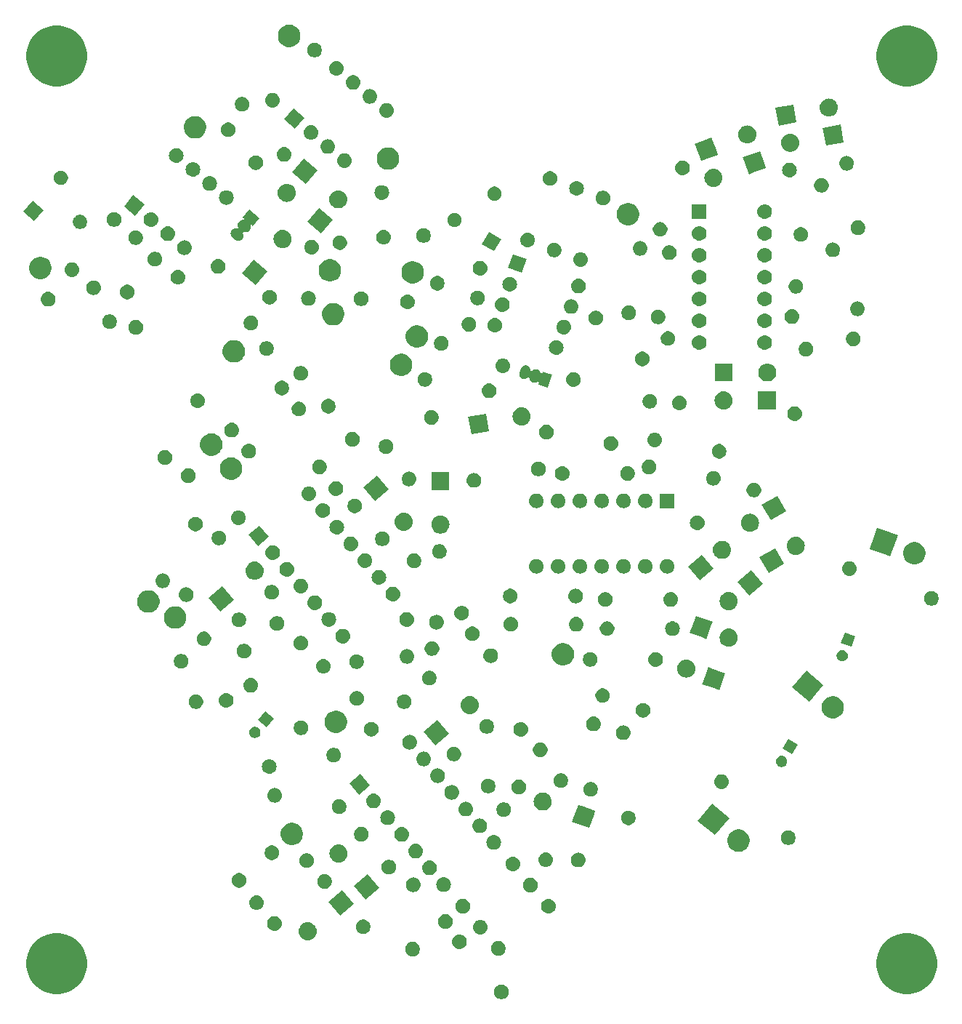
<source format=gbr>
G04 #@! TF.GenerationSoftware,KiCad,Pcbnew,(5.1.2-1)-1*
G04 #@! TF.CreationDate,2021-05-31T13:24:30-04:00*
G04 #@! TF.ProjectId,Wave Multiplier - Serge,57617665-204d-4756-9c74-69706c696572,rev?*
G04 #@! TF.SameCoordinates,Original*
G04 #@! TF.FileFunction,Soldermask,Bot*
G04 #@! TF.FilePolarity,Negative*
%FSLAX46Y46*%
G04 Gerber Fmt 4.6, Leading zero omitted, Abs format (unit mm)*
G04 Created by KiCad (PCBNEW (5.1.2-1)-1) date 2021-05-31 13:24:30*
%MOMM*%
%LPD*%
G04 APERTURE LIST*
%ADD10C,0.100000*%
G04 APERTURE END LIST*
D10*
G36*
X69852414Y-125922691D02*
G01*
X70007286Y-125986841D01*
X70146667Y-126079973D01*
X70265201Y-126198507D01*
X70358333Y-126337888D01*
X70422483Y-126492760D01*
X70455186Y-126657172D01*
X70455186Y-126824804D01*
X70422483Y-126989216D01*
X70358333Y-127144088D01*
X70265201Y-127283469D01*
X70146667Y-127402003D01*
X70007286Y-127495135D01*
X69852414Y-127559285D01*
X69688002Y-127591988D01*
X69520370Y-127591988D01*
X69355958Y-127559285D01*
X69201086Y-127495135D01*
X69061705Y-127402003D01*
X68943171Y-127283469D01*
X68850039Y-127144088D01*
X68785889Y-126989216D01*
X68753186Y-126824804D01*
X68753186Y-126657172D01*
X68785889Y-126492760D01*
X68850039Y-126337888D01*
X68943171Y-126198507D01*
X69061705Y-126079973D01*
X69201086Y-125986841D01*
X69355958Y-125922691D01*
X69520370Y-125889988D01*
X69688002Y-125889988D01*
X69852414Y-125922691D01*
X69852414Y-125922691D01*
G37*
G36*
X117875787Y-120029462D02*
G01*
X117961687Y-120065043D01*
X118522029Y-120297144D01*
X119103631Y-120685758D01*
X119598242Y-121180369D01*
X119986856Y-121761971D01*
X120150867Y-122157929D01*
X120254538Y-122408213D01*
X120391000Y-123094256D01*
X120391000Y-123793744D01*
X120254538Y-124479787D01*
X120254537Y-124479789D01*
X119986856Y-125126029D01*
X119598242Y-125707631D01*
X119103631Y-126202242D01*
X118522029Y-126590856D01*
X118361925Y-126657173D01*
X117875787Y-126858538D01*
X117189744Y-126995000D01*
X116490256Y-126995000D01*
X115804213Y-126858538D01*
X115318075Y-126657173D01*
X115157971Y-126590856D01*
X114576369Y-126202242D01*
X114081758Y-125707631D01*
X113693144Y-125126029D01*
X113425463Y-124479789D01*
X113425462Y-124479787D01*
X113289000Y-123793744D01*
X113289000Y-123094256D01*
X113425462Y-122408213D01*
X113529133Y-122157929D01*
X113693144Y-121761971D01*
X114081758Y-121180369D01*
X114576369Y-120685758D01*
X115157971Y-120297144D01*
X115718313Y-120065043D01*
X115804213Y-120029462D01*
X116490256Y-119893000D01*
X117189744Y-119893000D01*
X117875787Y-120029462D01*
X117875787Y-120029462D01*
G37*
G36*
X18815787Y-120029462D02*
G01*
X18901687Y-120065043D01*
X19462029Y-120297144D01*
X20043631Y-120685758D01*
X20538242Y-121180369D01*
X20926856Y-121761971D01*
X21090867Y-122157929D01*
X21194538Y-122408213D01*
X21331000Y-123094256D01*
X21331000Y-123793744D01*
X21194538Y-124479787D01*
X21194537Y-124479789D01*
X20926856Y-125126029D01*
X20538242Y-125707631D01*
X20043631Y-126202242D01*
X19462029Y-126590856D01*
X19301925Y-126657173D01*
X18815787Y-126858538D01*
X18129744Y-126995000D01*
X17430256Y-126995000D01*
X16744213Y-126858538D01*
X16258075Y-126657173D01*
X16097971Y-126590856D01*
X15516369Y-126202242D01*
X15021758Y-125707631D01*
X14633144Y-125126029D01*
X14365463Y-124479789D01*
X14365462Y-124479787D01*
X14229000Y-123793744D01*
X14229000Y-123094256D01*
X14365462Y-122408213D01*
X14469133Y-122157929D01*
X14633144Y-121761971D01*
X15021758Y-121180369D01*
X15516369Y-120685758D01*
X16097971Y-120297144D01*
X16658313Y-120065043D01*
X16744213Y-120029462D01*
X17430256Y-119893000D01*
X18129744Y-119893000D01*
X18815787Y-120029462D01*
X18815787Y-120029462D01*
G37*
G36*
X59498772Y-120936535D02*
G01*
X59653644Y-121000685D01*
X59793025Y-121093817D01*
X59911559Y-121212351D01*
X60004691Y-121351732D01*
X60068841Y-121506604D01*
X60101544Y-121671016D01*
X60101544Y-121838648D01*
X60068841Y-122003060D01*
X60004691Y-122157932D01*
X59911559Y-122297313D01*
X59793025Y-122415847D01*
X59653644Y-122508979D01*
X59498772Y-122573129D01*
X59334360Y-122605832D01*
X59166728Y-122605832D01*
X59002316Y-122573129D01*
X58847444Y-122508979D01*
X58708063Y-122415847D01*
X58589529Y-122297313D01*
X58496397Y-122157932D01*
X58432247Y-122003060D01*
X58399544Y-121838648D01*
X58399544Y-121671016D01*
X58432247Y-121506604D01*
X58496397Y-121351732D01*
X58589529Y-121212351D01*
X58708063Y-121093817D01*
X58847444Y-121000685D01*
X59002316Y-120936535D01*
X59166728Y-120903832D01*
X59334360Y-120903832D01*
X59498772Y-120936535D01*
X59498772Y-120936535D01*
G37*
G36*
X69491156Y-120851973D02*
G01*
X69646028Y-120916123D01*
X69785409Y-121009255D01*
X69903943Y-121127789D01*
X69997075Y-121267170D01*
X70061225Y-121422042D01*
X70093928Y-121586454D01*
X70093928Y-121754086D01*
X70061225Y-121918498D01*
X69997075Y-122073370D01*
X69903943Y-122212751D01*
X69785409Y-122331285D01*
X69646028Y-122424417D01*
X69491156Y-122488567D01*
X69326744Y-122521270D01*
X69159112Y-122521270D01*
X68994700Y-122488567D01*
X68839828Y-122424417D01*
X68700447Y-122331285D01*
X68581913Y-122212751D01*
X68488781Y-122073370D01*
X68424631Y-121918498D01*
X68391928Y-121754086D01*
X68391928Y-121586454D01*
X68424631Y-121422042D01*
X68488781Y-121267170D01*
X68581913Y-121127789D01*
X68700447Y-121009255D01*
X68839828Y-120916123D01*
X68994700Y-120851973D01*
X69159112Y-120819270D01*
X69326744Y-120819270D01*
X69491156Y-120851973D01*
X69491156Y-120851973D01*
G37*
G36*
X64872967Y-120065042D02*
G01*
X65033386Y-120113705D01*
X65166050Y-120184615D01*
X65181222Y-120192725D01*
X65310803Y-120299070D01*
X65417148Y-120428651D01*
X65417149Y-120428653D01*
X65496168Y-120576487D01*
X65544831Y-120736906D01*
X65561261Y-120903729D01*
X65544831Y-121070552D01*
X65496168Y-121230971D01*
X65431620Y-121351732D01*
X65417148Y-121378807D01*
X65310803Y-121508388D01*
X65181222Y-121614733D01*
X65181220Y-121614734D01*
X65033386Y-121693753D01*
X64872967Y-121742416D01*
X64747948Y-121754729D01*
X64664340Y-121754729D01*
X64539321Y-121742416D01*
X64378902Y-121693753D01*
X64231068Y-121614734D01*
X64231066Y-121614733D01*
X64101485Y-121508388D01*
X63995140Y-121378807D01*
X63980668Y-121351732D01*
X63916120Y-121230971D01*
X63867457Y-121070552D01*
X63851027Y-120903729D01*
X63867457Y-120736906D01*
X63916120Y-120576487D01*
X63995139Y-120428653D01*
X63995140Y-120428651D01*
X64101485Y-120299070D01*
X64231066Y-120192725D01*
X64246238Y-120184615D01*
X64378902Y-120113705D01*
X64539321Y-120065042D01*
X64664340Y-120052729D01*
X64747948Y-120052729D01*
X64872967Y-120065042D01*
X64872967Y-120065042D01*
G37*
G36*
X47129777Y-118634445D02*
G01*
X47232712Y-118644583D01*
X47430826Y-118704681D01*
X47430829Y-118704682D01*
X47486352Y-118734360D01*
X47613409Y-118802273D01*
X47773445Y-118933611D01*
X47904783Y-119093647D01*
X47950619Y-119179401D01*
X48002374Y-119276227D01*
X48002375Y-119276230D01*
X48062473Y-119474344D01*
X48082765Y-119680376D01*
X48062473Y-119886408D01*
X48008284Y-120065042D01*
X48002374Y-120084525D01*
X47950619Y-120181351D01*
X47904783Y-120267105D01*
X47773445Y-120427141D01*
X47613409Y-120558479D01*
X47527655Y-120604315D01*
X47430829Y-120656070D01*
X47430826Y-120656071D01*
X47232712Y-120716169D01*
X47129777Y-120726307D01*
X47078311Y-120731376D01*
X46975049Y-120731376D01*
X46923583Y-120726307D01*
X46820648Y-120716169D01*
X46622534Y-120656071D01*
X46622531Y-120656070D01*
X46525705Y-120604315D01*
X46439951Y-120558479D01*
X46279915Y-120427141D01*
X46148577Y-120267105D01*
X46102741Y-120181351D01*
X46050986Y-120084525D01*
X46045076Y-120065042D01*
X45990887Y-119886408D01*
X45970595Y-119680376D01*
X45990887Y-119474344D01*
X46050985Y-119276230D01*
X46050986Y-119276227D01*
X46102741Y-119179401D01*
X46148577Y-119093647D01*
X46279915Y-118933611D01*
X46439951Y-118802273D01*
X46567008Y-118734360D01*
X46622531Y-118704682D01*
X46622534Y-118704681D01*
X46820648Y-118644583D01*
X46923583Y-118634445D01*
X46975049Y-118629376D01*
X47078311Y-118629376D01*
X47129777Y-118634445D01*
X47129777Y-118634445D01*
G37*
G36*
X67301437Y-118370749D02*
G01*
X67461856Y-118419412D01*
X67594520Y-118490322D01*
X67609692Y-118498432D01*
X67739273Y-118604777D01*
X67845618Y-118734358D01*
X67845619Y-118734360D01*
X67924638Y-118882194D01*
X67973301Y-119042613D01*
X67989731Y-119209436D01*
X67973301Y-119376259D01*
X67924638Y-119536678D01*
X67853728Y-119669342D01*
X67845618Y-119684514D01*
X67739273Y-119814095D01*
X67609692Y-119920440D01*
X67594520Y-119928550D01*
X67461856Y-119999460D01*
X67301437Y-120048123D01*
X67176418Y-120060436D01*
X67092810Y-120060436D01*
X66967791Y-120048123D01*
X66807372Y-119999460D01*
X66674708Y-119928550D01*
X66659536Y-119920440D01*
X66529955Y-119814095D01*
X66423610Y-119684514D01*
X66415500Y-119669342D01*
X66344590Y-119536678D01*
X66295927Y-119376259D01*
X66279497Y-119209436D01*
X66295927Y-119042613D01*
X66344590Y-118882194D01*
X66423609Y-118734360D01*
X66423610Y-118734358D01*
X66529955Y-118604777D01*
X66659536Y-118498432D01*
X66674708Y-118490322D01*
X66807372Y-118419412D01*
X66967791Y-118370749D01*
X67092810Y-118358436D01*
X67176418Y-118358436D01*
X67301437Y-118370749D01*
X67301437Y-118370749D01*
G37*
G36*
X53736203Y-118349339D02*
G01*
X53891075Y-118413489D01*
X54030456Y-118506621D01*
X54148990Y-118625155D01*
X54242122Y-118764536D01*
X54306272Y-118919408D01*
X54338975Y-119083820D01*
X54338975Y-119251452D01*
X54306272Y-119415864D01*
X54242122Y-119570736D01*
X54148990Y-119710117D01*
X54030456Y-119828651D01*
X53891075Y-119921783D01*
X53736203Y-119985933D01*
X53571791Y-120018636D01*
X53404159Y-120018636D01*
X53239747Y-119985933D01*
X53084875Y-119921783D01*
X52945494Y-119828651D01*
X52826960Y-119710117D01*
X52733828Y-119570736D01*
X52669678Y-119415864D01*
X52636975Y-119251452D01*
X52636975Y-119083820D01*
X52669678Y-118919408D01*
X52733828Y-118764536D01*
X52826960Y-118625155D01*
X52945494Y-118506621D01*
X53084875Y-118413489D01*
X53239747Y-118349339D01*
X53404159Y-118316636D01*
X53571791Y-118316636D01*
X53736203Y-118349339D01*
X53736203Y-118349339D01*
G37*
G36*
X43323644Y-117944217D02*
G01*
X43484063Y-117992880D01*
X43616727Y-118063790D01*
X43631899Y-118071900D01*
X43761480Y-118178245D01*
X43867825Y-118307826D01*
X43867826Y-118307828D01*
X43946845Y-118455662D01*
X43995508Y-118616081D01*
X44011938Y-118782904D01*
X43995508Y-118949727D01*
X43946845Y-119110146D01*
X43893773Y-119209436D01*
X43867825Y-119257982D01*
X43761480Y-119387563D01*
X43631899Y-119493908D01*
X43631897Y-119493909D01*
X43484063Y-119572928D01*
X43323644Y-119621591D01*
X43198625Y-119633904D01*
X43115017Y-119633904D01*
X42989998Y-119621591D01*
X42829579Y-119572928D01*
X42681745Y-119493909D01*
X42681743Y-119493908D01*
X42552162Y-119387563D01*
X42445817Y-119257982D01*
X42419869Y-119209436D01*
X42366797Y-119110146D01*
X42318134Y-118949727D01*
X42301704Y-118782904D01*
X42318134Y-118616081D01*
X42366797Y-118455662D01*
X42445816Y-118307828D01*
X42445817Y-118307826D01*
X42552162Y-118178245D01*
X42681743Y-118071900D01*
X42696915Y-118063790D01*
X42829579Y-117992880D01*
X42989998Y-117944217D01*
X43115017Y-117931904D01*
X43198625Y-117931904D01*
X43323644Y-117944217D01*
X43323644Y-117944217D01*
G37*
G36*
X63328994Y-117722597D02*
G01*
X63483866Y-117786747D01*
X63623247Y-117879879D01*
X63741781Y-117998413D01*
X63834913Y-118137794D01*
X63899063Y-118292666D01*
X63931766Y-118457078D01*
X63931766Y-118624710D01*
X63899063Y-118789122D01*
X63834913Y-118943994D01*
X63741781Y-119083375D01*
X63623247Y-119201909D01*
X63483866Y-119295041D01*
X63328994Y-119359191D01*
X63164582Y-119391894D01*
X62996950Y-119391894D01*
X62832538Y-119359191D01*
X62677666Y-119295041D01*
X62538285Y-119201909D01*
X62419751Y-119083375D01*
X62326619Y-118943994D01*
X62262469Y-118789122D01*
X62229766Y-118624710D01*
X62229766Y-118457078D01*
X62262469Y-118292666D01*
X62326619Y-118137794D01*
X62419751Y-117998413D01*
X62538285Y-117879879D01*
X62677666Y-117786747D01*
X62832538Y-117722597D01*
X62996950Y-117689894D01*
X63164582Y-117689894D01*
X63328994Y-117722597D01*
X63328994Y-117722597D01*
G37*
G36*
X52398868Y-116544558D02*
G01*
X50788643Y-117895697D01*
X49437504Y-116285472D01*
X51047729Y-114934333D01*
X52398868Y-116544558D01*
X52398868Y-116544558D01*
G37*
G36*
X75247010Y-115933541D02*
G01*
X75407429Y-115982204D01*
X75540093Y-116053114D01*
X75555265Y-116061224D01*
X75684846Y-116167569D01*
X75791191Y-116297150D01*
X75791192Y-116297152D01*
X75870211Y-116444986D01*
X75918874Y-116605405D01*
X75935304Y-116772228D01*
X75918874Y-116939051D01*
X75870211Y-117099470D01*
X75837186Y-117161255D01*
X75791191Y-117247306D01*
X75684846Y-117376887D01*
X75555265Y-117483232D01*
X75555263Y-117483233D01*
X75407429Y-117562252D01*
X75247010Y-117610915D01*
X75121991Y-117623228D01*
X75038383Y-117623228D01*
X74913364Y-117610915D01*
X74752945Y-117562252D01*
X74605111Y-117483233D01*
X74605109Y-117483232D01*
X74475528Y-117376887D01*
X74369183Y-117247306D01*
X74323188Y-117161255D01*
X74290163Y-117099470D01*
X74241500Y-116939051D01*
X74225070Y-116772228D01*
X74241500Y-116605405D01*
X74290163Y-116444986D01*
X74369182Y-116297152D01*
X74369183Y-116297150D01*
X74475528Y-116167569D01*
X74605109Y-116061224D01*
X74620281Y-116053114D01*
X74752945Y-115982204D01*
X74913364Y-115933541D01*
X75038383Y-115921228D01*
X75121991Y-115921228D01*
X75247010Y-115933541D01*
X75247010Y-115933541D01*
G37*
G36*
X65349986Y-115939858D02*
G01*
X65504858Y-116004008D01*
X65644239Y-116097140D01*
X65762773Y-116215674D01*
X65855905Y-116355055D01*
X65920055Y-116509927D01*
X65952758Y-116674339D01*
X65952758Y-116841971D01*
X65920055Y-117006383D01*
X65855905Y-117161255D01*
X65762773Y-117300636D01*
X65644239Y-117419170D01*
X65504858Y-117512302D01*
X65349986Y-117576452D01*
X65185574Y-117609155D01*
X65017942Y-117609155D01*
X64853530Y-117576452D01*
X64698658Y-117512302D01*
X64559277Y-117419170D01*
X64440743Y-117300636D01*
X64347611Y-117161255D01*
X64283461Y-117006383D01*
X64250758Y-116841971D01*
X64250758Y-116674339D01*
X64283461Y-116509927D01*
X64347611Y-116355055D01*
X64440743Y-116215674D01*
X64559277Y-116097140D01*
X64698658Y-116004008D01*
X64853530Y-115939858D01*
X65017942Y-115907155D01*
X65185574Y-115907155D01*
X65349986Y-115939858D01*
X65349986Y-115939858D01*
G37*
G36*
X41237278Y-115517059D02*
G01*
X41397697Y-115565722D01*
X41530361Y-115636632D01*
X41545533Y-115644742D01*
X41675114Y-115751087D01*
X41781459Y-115880668D01*
X41781460Y-115880670D01*
X41860479Y-116028504D01*
X41909142Y-116188923D01*
X41925572Y-116355746D01*
X41909142Y-116522569D01*
X41860479Y-116682988D01*
X41812779Y-116772228D01*
X41781459Y-116830824D01*
X41675114Y-116960405D01*
X41545533Y-117066750D01*
X41545531Y-117066751D01*
X41397697Y-117145770D01*
X41237278Y-117194433D01*
X41112259Y-117206746D01*
X41028651Y-117206746D01*
X40903632Y-117194433D01*
X40743213Y-117145770D01*
X40595379Y-117066751D01*
X40595377Y-117066750D01*
X40465796Y-116960405D01*
X40359451Y-116830824D01*
X40328131Y-116772228D01*
X40280431Y-116682988D01*
X40231768Y-116522569D01*
X40215338Y-116355746D01*
X40231768Y-116188923D01*
X40280431Y-116028504D01*
X40359450Y-115880670D01*
X40359451Y-115880668D01*
X40465796Y-115751087D01*
X40595377Y-115644742D01*
X40610549Y-115636632D01*
X40743213Y-115565722D01*
X40903632Y-115517059D01*
X41028651Y-115504746D01*
X41112259Y-115504746D01*
X41237278Y-115517059D01*
X41237278Y-115517059D01*
G37*
G36*
X55375539Y-114647176D02*
G01*
X53765314Y-115998315D01*
X52414175Y-114388090D01*
X54024400Y-113036951D01*
X55375539Y-114647176D01*
X55375539Y-114647176D01*
G37*
G36*
X73220101Y-113493097D02*
G01*
X73374973Y-113557247D01*
X73514354Y-113650379D01*
X73632888Y-113768913D01*
X73726020Y-113908294D01*
X73790170Y-114063166D01*
X73822873Y-114227578D01*
X73822873Y-114395210D01*
X73790170Y-114559622D01*
X73726020Y-114714494D01*
X73632888Y-114853875D01*
X73514354Y-114972409D01*
X73374973Y-115065541D01*
X73220101Y-115129691D01*
X73055689Y-115162394D01*
X72888057Y-115162394D01*
X72723645Y-115129691D01*
X72568773Y-115065541D01*
X72429392Y-114972409D01*
X72310858Y-114853875D01*
X72217726Y-114714494D01*
X72153576Y-114559622D01*
X72120873Y-114395210D01*
X72120873Y-114227578D01*
X72153576Y-114063166D01*
X72217726Y-113908294D01*
X72310858Y-113768913D01*
X72429392Y-113650379D01*
X72568773Y-113557247D01*
X72723645Y-113493097D01*
X72888057Y-113460394D01*
X73055689Y-113460394D01*
X73220101Y-113493097D01*
X73220101Y-113493097D01*
G37*
G36*
X59492057Y-113430907D02*
G01*
X59652476Y-113479570D01*
X59709945Y-113510288D01*
X59800312Y-113558590D01*
X59929893Y-113664935D01*
X60036238Y-113794516D01*
X60036239Y-113794518D01*
X60115258Y-113942352D01*
X60163921Y-114102771D01*
X60180351Y-114269594D01*
X60163921Y-114436417D01*
X60115258Y-114596836D01*
X60058428Y-114703157D01*
X60036238Y-114744672D01*
X59929893Y-114874253D01*
X59800312Y-114980598D01*
X59800310Y-114980599D01*
X59652476Y-115059618D01*
X59492057Y-115108281D01*
X59367038Y-115120594D01*
X59283430Y-115120594D01*
X59158411Y-115108281D01*
X58997992Y-115059618D01*
X58850158Y-114980599D01*
X58850156Y-114980598D01*
X58720575Y-114874253D01*
X58614230Y-114744672D01*
X58592040Y-114703157D01*
X58535210Y-114596836D01*
X58486547Y-114436417D01*
X58470117Y-114269594D01*
X58486547Y-114102771D01*
X58535210Y-113942352D01*
X58614229Y-113794518D01*
X58614230Y-113794516D01*
X58720575Y-113664935D01*
X58850156Y-113558590D01*
X58940523Y-113510288D01*
X58997992Y-113479570D01*
X59158411Y-113430907D01*
X59283430Y-113418594D01*
X59367038Y-113418594D01*
X59492057Y-113430907D01*
X59492057Y-113430907D01*
G37*
G36*
X63036825Y-113407495D02*
G01*
X63197244Y-113456158D01*
X63298514Y-113510288D01*
X63345080Y-113535178D01*
X63474661Y-113641523D01*
X63581006Y-113771104D01*
X63581007Y-113771106D01*
X63660026Y-113918940D01*
X63708689Y-114079359D01*
X63725119Y-114246182D01*
X63708689Y-114413005D01*
X63660026Y-114573424D01*
X63590682Y-114703157D01*
X63581006Y-114721260D01*
X63474661Y-114850841D01*
X63345080Y-114957186D01*
X63345078Y-114957187D01*
X63197244Y-115036206D01*
X63036825Y-115084869D01*
X62911806Y-115097182D01*
X62828198Y-115097182D01*
X62703179Y-115084869D01*
X62542760Y-115036206D01*
X62394926Y-114957187D01*
X62394924Y-114957186D01*
X62265343Y-114850841D01*
X62158998Y-114721260D01*
X62149322Y-114703157D01*
X62079978Y-114573424D01*
X62031315Y-114413005D01*
X62014885Y-114246182D01*
X62031315Y-114079359D01*
X62079978Y-113918940D01*
X62158997Y-113771106D01*
X62158998Y-113771104D01*
X62265343Y-113641523D01*
X62394924Y-113535178D01*
X62441490Y-113510288D01*
X62542760Y-113456158D01*
X62703179Y-113407495D01*
X62828198Y-113395182D01*
X62911806Y-113395182D01*
X63036825Y-113407495D01*
X63036825Y-113407495D01*
G37*
G36*
X49242308Y-113066565D02*
G01*
X49397180Y-113130715D01*
X49536561Y-113223847D01*
X49655095Y-113342381D01*
X49748227Y-113481762D01*
X49812377Y-113636634D01*
X49845080Y-113801046D01*
X49845080Y-113968678D01*
X49812377Y-114133090D01*
X49748227Y-114287962D01*
X49655095Y-114427343D01*
X49536561Y-114545877D01*
X49397180Y-114639009D01*
X49242308Y-114703159D01*
X49077896Y-114735862D01*
X48910264Y-114735862D01*
X48745852Y-114703159D01*
X48590980Y-114639009D01*
X48451599Y-114545877D01*
X48333065Y-114427343D01*
X48239933Y-114287962D01*
X48175783Y-114133090D01*
X48143080Y-113968678D01*
X48143080Y-113801046D01*
X48175783Y-113636634D01*
X48239933Y-113481762D01*
X48333065Y-113342381D01*
X48451599Y-113223847D01*
X48590980Y-113130715D01*
X48745852Y-113066565D01*
X48910264Y-113033862D01*
X49077896Y-113033862D01*
X49242308Y-113066565D01*
X49242308Y-113066565D01*
G37*
G36*
X39276943Y-112940220D02*
G01*
X39431815Y-113004370D01*
X39571196Y-113097502D01*
X39689730Y-113216036D01*
X39782862Y-113355417D01*
X39847012Y-113510289D01*
X39879715Y-113674701D01*
X39879715Y-113842333D01*
X39847012Y-114006745D01*
X39782862Y-114161617D01*
X39689730Y-114300998D01*
X39571196Y-114419532D01*
X39431815Y-114512664D01*
X39276943Y-114576814D01*
X39112531Y-114609517D01*
X38944899Y-114609517D01*
X38780487Y-114576814D01*
X38625615Y-114512664D01*
X38486234Y-114419532D01*
X38367700Y-114300998D01*
X38274568Y-114161617D01*
X38210418Y-114006745D01*
X38177715Y-113842333D01*
X38177715Y-113674701D01*
X38210418Y-113510289D01*
X38274568Y-113355417D01*
X38367700Y-113216036D01*
X38486234Y-113097502D01*
X38625615Y-113004370D01*
X38780487Y-112940220D01*
X38944899Y-112907517D01*
X39112531Y-112907517D01*
X39276943Y-112940220D01*
X39276943Y-112940220D01*
G37*
G36*
X61404145Y-111461742D02*
G01*
X61564564Y-111510405D01*
X61697228Y-111581315D01*
X61712400Y-111589425D01*
X61841981Y-111695770D01*
X61948326Y-111825351D01*
X61948327Y-111825353D01*
X62027346Y-111973187D01*
X62076009Y-112133606D01*
X62092439Y-112300429D01*
X62076009Y-112467252D01*
X62027346Y-112627671D01*
X61982745Y-112711113D01*
X61948326Y-112775507D01*
X61841981Y-112905088D01*
X61712400Y-113011433D01*
X61712398Y-113011434D01*
X61564564Y-113090453D01*
X61404145Y-113139116D01*
X61279126Y-113151429D01*
X61195518Y-113151429D01*
X61070499Y-113139116D01*
X60910080Y-113090453D01*
X60762246Y-113011434D01*
X60762244Y-113011433D01*
X60632663Y-112905088D01*
X60526318Y-112775507D01*
X60491899Y-112711113D01*
X60447298Y-112627671D01*
X60398635Y-112467252D01*
X60382205Y-112300429D01*
X60398635Y-112133606D01*
X60447298Y-111973187D01*
X60526317Y-111825353D01*
X60526318Y-111825351D01*
X60632663Y-111695770D01*
X60762244Y-111589425D01*
X60777416Y-111581315D01*
X60910080Y-111510405D01*
X61070499Y-111461742D01*
X61195518Y-111449429D01*
X61279126Y-111449429D01*
X61404145Y-111461742D01*
X61404145Y-111461742D01*
G37*
G36*
X56732679Y-111393563D02*
G01*
X56887551Y-111457713D01*
X57026932Y-111550845D01*
X57145466Y-111669379D01*
X57238598Y-111808760D01*
X57302748Y-111963632D01*
X57335451Y-112128044D01*
X57335451Y-112295676D01*
X57302748Y-112460088D01*
X57238598Y-112614960D01*
X57145466Y-112754341D01*
X57026932Y-112872875D01*
X56887551Y-112966007D01*
X56732679Y-113030157D01*
X56568267Y-113062860D01*
X56400635Y-113062860D01*
X56236223Y-113030157D01*
X56081351Y-112966007D01*
X55941970Y-112872875D01*
X55823436Y-112754341D01*
X55730304Y-112614960D01*
X55666154Y-112460088D01*
X55633451Y-112295676D01*
X55633451Y-112128044D01*
X55666154Y-111963632D01*
X55730304Y-111808760D01*
X55823436Y-111669379D01*
X55941970Y-111550845D01*
X56081351Y-111457713D01*
X56236223Y-111393563D01*
X56400635Y-111360860D01*
X56568267Y-111360860D01*
X56732679Y-111393563D01*
X56732679Y-111393563D01*
G37*
G36*
X71105840Y-111021426D02*
G01*
X71266259Y-111070089D01*
X71298009Y-111087060D01*
X71414095Y-111149109D01*
X71543676Y-111255454D01*
X71650021Y-111385035D01*
X71650022Y-111385037D01*
X71729041Y-111532871D01*
X71729042Y-111532874D01*
X71733721Y-111548299D01*
X71777704Y-111693290D01*
X71794134Y-111860113D01*
X71777704Y-112026936D01*
X71729041Y-112187355D01*
X71658131Y-112320019D01*
X71650021Y-112335191D01*
X71543676Y-112464772D01*
X71414095Y-112571117D01*
X71414093Y-112571118D01*
X71266259Y-112650137D01*
X71105840Y-112698800D01*
X70980821Y-112711113D01*
X70897213Y-112711113D01*
X70772194Y-112698800D01*
X70611775Y-112650137D01*
X70463941Y-112571118D01*
X70463939Y-112571117D01*
X70334358Y-112464772D01*
X70228013Y-112335191D01*
X70219903Y-112320019D01*
X70148993Y-112187355D01*
X70100330Y-112026936D01*
X70083900Y-111860113D01*
X70100330Y-111693290D01*
X70144313Y-111548299D01*
X70148992Y-111532874D01*
X70148993Y-111532871D01*
X70228012Y-111385037D01*
X70228013Y-111385035D01*
X70334358Y-111255454D01*
X70463939Y-111149109D01*
X70580025Y-111087060D01*
X70611775Y-111070089D01*
X70772194Y-111021426D01*
X70897213Y-111009113D01*
X70980821Y-111009113D01*
X71105840Y-111021426D01*
X71105840Y-111021426D01*
G37*
G36*
X47155942Y-110639407D02*
G01*
X47310814Y-110703557D01*
X47450195Y-110796689D01*
X47568729Y-110915223D01*
X47661861Y-111054604D01*
X47726011Y-111209476D01*
X47758714Y-111373888D01*
X47758714Y-111541520D01*
X47726011Y-111705932D01*
X47661861Y-111860804D01*
X47568729Y-112000185D01*
X47450195Y-112118719D01*
X47310814Y-112211851D01*
X47155942Y-112276001D01*
X46991530Y-112308704D01*
X46823898Y-112308704D01*
X46659486Y-112276001D01*
X46504614Y-112211851D01*
X46365233Y-112118719D01*
X46246699Y-112000185D01*
X46153567Y-111860804D01*
X46089417Y-111705932D01*
X46056714Y-111541520D01*
X46056714Y-111373888D01*
X46089417Y-111209476D01*
X46153567Y-111054604D01*
X46246699Y-110915223D01*
X46365233Y-110796689D01*
X46504614Y-110703557D01*
X46659486Y-110639407D01*
X46823898Y-110606704D01*
X46991530Y-110606704D01*
X47155942Y-110639407D01*
X47155942Y-110639407D01*
G37*
G36*
X78720380Y-110542787D02*
G01*
X78880799Y-110591450D01*
X78982686Y-110645910D01*
X79028635Y-110670470D01*
X79158216Y-110776815D01*
X79264561Y-110906396D01*
X79264562Y-110906398D01*
X79343581Y-111054232D01*
X79392244Y-111214651D01*
X79408674Y-111381474D01*
X79392244Y-111548297D01*
X79352640Y-111678854D01*
X79348261Y-111693290D01*
X79343581Y-111708716D01*
X79272671Y-111841380D01*
X79264561Y-111856552D01*
X79158216Y-111986133D01*
X79028635Y-112092478D01*
X79028633Y-112092479D01*
X78880799Y-112171498D01*
X78720380Y-112220161D01*
X78595361Y-112232474D01*
X78511753Y-112232474D01*
X78386734Y-112220161D01*
X78226315Y-112171498D01*
X78078481Y-112092479D01*
X78078479Y-112092478D01*
X77948898Y-111986133D01*
X77842553Y-111856552D01*
X77834443Y-111841380D01*
X77763533Y-111708716D01*
X77758854Y-111693290D01*
X77754474Y-111678854D01*
X77714870Y-111548297D01*
X77698440Y-111381474D01*
X77714870Y-111214651D01*
X77763533Y-111054232D01*
X77842552Y-110906398D01*
X77842553Y-110906396D01*
X77948898Y-110776815D01*
X78078479Y-110670470D01*
X78124428Y-110645910D01*
X78226315Y-110591450D01*
X78386734Y-110542787D01*
X78511753Y-110530474D01*
X78595361Y-110530474D01*
X78720380Y-110542787D01*
X78720380Y-110542787D01*
G37*
G36*
X74936415Y-110518227D02*
G01*
X75096834Y-110566890D01*
X75229498Y-110637800D01*
X75244670Y-110645910D01*
X75374251Y-110752255D01*
X75480596Y-110881836D01*
X75480597Y-110881838D01*
X75559616Y-111029672D01*
X75608279Y-111190091D01*
X75624709Y-111356914D01*
X75608279Y-111523737D01*
X75559616Y-111684156D01*
X75546490Y-111708713D01*
X75480596Y-111831992D01*
X75374251Y-111961573D01*
X75244670Y-112067918D01*
X75244668Y-112067919D01*
X75096834Y-112146938D01*
X74936415Y-112195601D01*
X74811396Y-112207914D01*
X74727788Y-112207914D01*
X74602769Y-112195601D01*
X74442350Y-112146938D01*
X74294516Y-112067919D01*
X74294514Y-112067918D01*
X74164933Y-111961573D01*
X74058588Y-111831992D01*
X73992694Y-111708713D01*
X73979568Y-111684156D01*
X73930905Y-111523737D01*
X73914475Y-111356914D01*
X73930905Y-111190091D01*
X73979568Y-111029672D01*
X74058587Y-110881838D01*
X74058588Y-110881836D01*
X74164933Y-110752255D01*
X74294514Y-110645910D01*
X74309686Y-110637800D01*
X74442350Y-110566890D01*
X74602769Y-110518227D01*
X74727788Y-110505914D01*
X74811396Y-110505914D01*
X74936415Y-110518227D01*
X74936415Y-110518227D01*
G37*
G36*
X50732593Y-109580196D02*
G01*
X50835528Y-109590334D01*
X51033642Y-109650432D01*
X51033645Y-109650433D01*
X51114365Y-109693579D01*
X51216225Y-109748024D01*
X51376261Y-109879362D01*
X51507599Y-110039398D01*
X51518154Y-110059145D01*
X51605190Y-110221978D01*
X51605191Y-110221981D01*
X51665289Y-110420095D01*
X51685581Y-110626127D01*
X51665289Y-110832159D01*
X51640091Y-110915223D01*
X51605190Y-111030276D01*
X51574838Y-111087060D01*
X51507599Y-111212856D01*
X51376261Y-111372892D01*
X51216225Y-111504230D01*
X51162641Y-111532871D01*
X51033645Y-111601821D01*
X51033642Y-111601822D01*
X50835528Y-111661920D01*
X50732593Y-111672058D01*
X50681127Y-111677127D01*
X50577865Y-111677127D01*
X50526399Y-111672058D01*
X50423464Y-111661920D01*
X50225350Y-111601822D01*
X50225347Y-111601821D01*
X50096351Y-111532871D01*
X50042767Y-111504230D01*
X49882731Y-111372892D01*
X49751393Y-111212856D01*
X49684154Y-111087060D01*
X49653802Y-111030276D01*
X49618901Y-110915223D01*
X49593703Y-110832159D01*
X49573411Y-110626127D01*
X49593703Y-110420095D01*
X49653801Y-110221981D01*
X49653802Y-110221978D01*
X49740838Y-110059145D01*
X49751393Y-110039398D01*
X49882731Y-109879362D01*
X50042767Y-109748024D01*
X50144627Y-109693579D01*
X50225347Y-109650433D01*
X50225350Y-109650432D01*
X50423464Y-109590334D01*
X50526399Y-109580196D01*
X50577865Y-109575127D01*
X50681127Y-109575127D01*
X50732593Y-109580196D01*
X50732593Y-109580196D01*
G37*
G36*
X43107165Y-109726282D02*
G01*
X43262037Y-109790432D01*
X43401418Y-109883564D01*
X43519952Y-110002098D01*
X43613084Y-110141479D01*
X43677234Y-110296351D01*
X43709937Y-110460763D01*
X43709937Y-110628395D01*
X43677234Y-110792807D01*
X43613084Y-110947679D01*
X43519952Y-111087060D01*
X43401418Y-111205594D01*
X43262037Y-111298726D01*
X43107165Y-111362876D01*
X42942753Y-111395579D01*
X42775121Y-111395579D01*
X42610709Y-111362876D01*
X42455837Y-111298726D01*
X42316456Y-111205594D01*
X42197922Y-111087060D01*
X42104790Y-110947679D01*
X42040640Y-110792807D01*
X42007937Y-110628395D01*
X42007937Y-110460763D01*
X42040640Y-110296351D01*
X42104790Y-110141479D01*
X42197922Y-110002098D01*
X42316456Y-109883564D01*
X42455837Y-109790432D01*
X42610709Y-109726282D01*
X42775121Y-109693579D01*
X42942753Y-109693579D01*
X43107165Y-109726282D01*
X43107165Y-109726282D01*
G37*
G36*
X59771464Y-109515990D02*
G01*
X59931883Y-109564653D01*
X60007937Y-109605305D01*
X60079719Y-109643673D01*
X60209300Y-109750018D01*
X60315645Y-109879599D01*
X60315646Y-109879601D01*
X60394665Y-110027435D01*
X60443328Y-110187854D01*
X60459758Y-110354677D01*
X60443328Y-110521500D01*
X60394665Y-110681919D01*
X60333319Y-110796689D01*
X60315645Y-110829755D01*
X60209300Y-110959336D01*
X60079719Y-111065681D01*
X60079717Y-111065682D01*
X59931883Y-111144701D01*
X59771464Y-111193364D01*
X59646445Y-111205677D01*
X59562837Y-111205677D01*
X59437818Y-111193364D01*
X59277399Y-111144701D01*
X59129565Y-111065682D01*
X59129563Y-111065681D01*
X58999982Y-110959336D01*
X58893637Y-110829755D01*
X58875963Y-110796689D01*
X58814617Y-110681919D01*
X58765954Y-110521500D01*
X58749524Y-110354677D01*
X58765954Y-110187854D01*
X58814617Y-110027435D01*
X58893636Y-109879601D01*
X58893637Y-109879599D01*
X58999982Y-109750018D01*
X59129563Y-109643673D01*
X59201345Y-109605305D01*
X59277399Y-109564653D01*
X59437818Y-109515990D01*
X59562837Y-109503677D01*
X59646445Y-109503677D01*
X59771464Y-109515990D01*
X59771464Y-109515990D01*
G37*
G36*
X97608546Y-107875966D02*
G01*
X97845254Y-107974014D01*
X97845256Y-107974015D01*
X98058288Y-108116358D01*
X98239457Y-108297527D01*
X98381800Y-108510559D01*
X98381801Y-108510561D01*
X98479849Y-108747269D01*
X98529833Y-108998555D01*
X98529833Y-109254769D01*
X98479849Y-109506055D01*
X98388627Y-109726284D01*
X98381800Y-109742765D01*
X98239457Y-109955797D01*
X98058288Y-110136966D01*
X97845256Y-110279309D01*
X97845255Y-110279310D01*
X97845254Y-110279310D01*
X97608546Y-110377358D01*
X97357260Y-110427342D01*
X97101046Y-110427342D01*
X96849760Y-110377358D01*
X96613052Y-110279310D01*
X96613051Y-110279310D01*
X96613050Y-110279309D01*
X96400018Y-110136966D01*
X96218849Y-109955797D01*
X96076506Y-109742765D01*
X96069679Y-109726284D01*
X95978457Y-109506055D01*
X95928473Y-109254769D01*
X95928473Y-108998555D01*
X95978457Y-108747269D01*
X96076505Y-108510561D01*
X96076506Y-108510559D01*
X96218849Y-108297527D01*
X96400018Y-108116358D01*
X96613050Y-107974015D01*
X96613052Y-107974014D01*
X96849760Y-107875966D01*
X97101046Y-107825982D01*
X97357260Y-107825982D01*
X97608546Y-107875966D01*
X97608546Y-107875966D01*
G37*
G36*
X68874084Y-108509454D02*
G01*
X69034503Y-108558117D01*
X69167167Y-108629027D01*
X69182339Y-108637137D01*
X69311920Y-108743482D01*
X69418265Y-108873063D01*
X69418870Y-108874195D01*
X69497285Y-109020899D01*
X69545948Y-109181318D01*
X69562378Y-109348141D01*
X69545948Y-109514964D01*
X69497285Y-109675383D01*
X69435790Y-109790432D01*
X69418265Y-109823219D01*
X69311920Y-109952800D01*
X69182339Y-110059145D01*
X69182337Y-110059146D01*
X69034503Y-110138165D01*
X69034500Y-110138166D01*
X69004641Y-110147224D01*
X68874084Y-110186828D01*
X68749065Y-110199141D01*
X68665457Y-110199141D01*
X68540438Y-110186828D01*
X68409881Y-110147224D01*
X68380022Y-110138166D01*
X68380019Y-110138165D01*
X68232185Y-110059146D01*
X68232183Y-110059145D01*
X68102602Y-109952800D01*
X67996257Y-109823219D01*
X67978732Y-109790432D01*
X67917237Y-109675383D01*
X67868574Y-109514964D01*
X67852144Y-109348141D01*
X67868574Y-109181318D01*
X67917237Y-109020899D01*
X67995652Y-108874195D01*
X67996257Y-108873063D01*
X68102602Y-108743482D01*
X68232183Y-108637137D01*
X68247355Y-108629027D01*
X68380019Y-108558117D01*
X68540438Y-108509454D01*
X68665457Y-108497141D01*
X68749065Y-108497141D01*
X68874084Y-108509454D01*
X68874084Y-108509454D01*
G37*
G36*
X45568719Y-107103914D02*
G01*
X45805427Y-107201962D01*
X45805429Y-107201963D01*
X46018461Y-107344306D01*
X46199630Y-107525475D01*
X46341973Y-107738507D01*
X46341974Y-107738509D01*
X46440022Y-107975217D01*
X46490006Y-108226503D01*
X46490006Y-108482717D01*
X46440022Y-108734003D01*
X46361273Y-108924119D01*
X46341973Y-108970713D01*
X46199630Y-109183745D01*
X46018461Y-109364914D01*
X45805429Y-109507257D01*
X45805428Y-109507258D01*
X45805427Y-109507258D01*
X45568719Y-109605306D01*
X45317433Y-109655290D01*
X45061219Y-109655290D01*
X44809933Y-109605306D01*
X44573225Y-109507258D01*
X44573224Y-109507258D01*
X44573223Y-109507257D01*
X44360191Y-109364914D01*
X44179022Y-109183745D01*
X44036679Y-108970713D01*
X44017379Y-108924119D01*
X43938630Y-108734003D01*
X43888646Y-108482717D01*
X43888646Y-108226503D01*
X43938630Y-107975217D01*
X44036678Y-107738509D01*
X44036679Y-107738507D01*
X44179022Y-107525475D01*
X44360191Y-107344306D01*
X44573223Y-107201963D01*
X44573225Y-107201962D01*
X44809933Y-107103914D01*
X45061219Y-107053930D01*
X45317433Y-107053930D01*
X45568719Y-107103914D01*
X45568719Y-107103914D01*
G37*
G36*
X103274025Y-107972082D02*
G01*
X103428897Y-108036232D01*
X103568278Y-108129364D01*
X103686812Y-108247898D01*
X103779944Y-108387279D01*
X103844094Y-108542151D01*
X103876797Y-108706563D01*
X103876797Y-108874195D01*
X103844094Y-109038607D01*
X103779944Y-109193479D01*
X103686812Y-109332860D01*
X103568278Y-109451394D01*
X103428897Y-109544526D01*
X103274025Y-109608676D01*
X103109613Y-109641379D01*
X102941981Y-109641379D01*
X102777569Y-109608676D01*
X102622697Y-109544526D01*
X102483316Y-109451394D01*
X102364782Y-109332860D01*
X102271650Y-109193479D01*
X102207500Y-109038607D01*
X102174797Y-108874195D01*
X102174797Y-108706563D01*
X102207500Y-108542151D01*
X102271650Y-108387279D01*
X102364782Y-108247898D01*
X102483316Y-108129364D01*
X102622697Y-108036232D01*
X102777569Y-107972082D01*
X102941981Y-107939379D01*
X103109613Y-107939379D01*
X103274025Y-107972082D01*
X103274025Y-107972082D01*
G37*
G36*
X58138784Y-107570237D02*
G01*
X58299203Y-107618900D01*
X58371014Y-107657284D01*
X58447039Y-107697920D01*
X58576620Y-107804265D01*
X58682965Y-107933846D01*
X58682966Y-107933848D01*
X58761985Y-108081682D01*
X58810648Y-108242101D01*
X58827078Y-108408924D01*
X58810648Y-108575747D01*
X58761985Y-108736166D01*
X58691075Y-108868830D01*
X58682965Y-108884002D01*
X58576620Y-109013583D01*
X58447039Y-109119928D01*
X58447037Y-109119929D01*
X58299203Y-109198948D01*
X58299200Y-109198949D01*
X58269341Y-109208007D01*
X58138784Y-109247611D01*
X58013765Y-109259924D01*
X57930157Y-109259924D01*
X57805138Y-109247611D01*
X57674581Y-109208007D01*
X57644722Y-109198949D01*
X57644719Y-109198948D01*
X57496885Y-109119929D01*
X57496883Y-109119928D01*
X57367302Y-109013583D01*
X57260957Y-108884002D01*
X57252847Y-108868830D01*
X57181937Y-108736166D01*
X57133274Y-108575747D01*
X57116844Y-108408924D01*
X57133274Y-108242101D01*
X57181937Y-108081682D01*
X57260956Y-107933848D01*
X57260957Y-107933846D01*
X57367302Y-107804265D01*
X57496883Y-107697920D01*
X57572908Y-107657284D01*
X57644719Y-107618900D01*
X57805138Y-107570237D01*
X57930157Y-107557924D01*
X58013765Y-107557924D01*
X58138784Y-107570237D01*
X58138784Y-107570237D01*
G37*
G36*
X53518741Y-107563341D02*
G01*
X53673613Y-107627491D01*
X53812994Y-107720623D01*
X53931528Y-107839157D01*
X54024660Y-107978538D01*
X54088810Y-108133410D01*
X54121513Y-108297822D01*
X54121513Y-108465454D01*
X54088810Y-108629866D01*
X54024660Y-108784738D01*
X53931528Y-108924119D01*
X53812994Y-109042653D01*
X53673613Y-109135785D01*
X53518741Y-109199935D01*
X53354329Y-109232638D01*
X53186697Y-109232638D01*
X53022285Y-109199935D01*
X52867413Y-109135785D01*
X52728032Y-109042653D01*
X52609498Y-108924119D01*
X52516366Y-108784738D01*
X52452216Y-108629866D01*
X52419513Y-108465454D01*
X52419513Y-108297822D01*
X52452216Y-108133410D01*
X52516366Y-107978538D01*
X52609498Y-107839157D01*
X52728032Y-107720623D01*
X52867413Y-107627491D01*
X53022285Y-107563341D01*
X53186697Y-107530638D01*
X53354329Y-107530638D01*
X53518741Y-107563341D01*
X53518741Y-107563341D01*
G37*
G36*
X96142964Y-106517323D02*
G01*
X94470842Y-108510081D01*
X92478084Y-106837959D01*
X94150206Y-104845201D01*
X96142964Y-106517323D01*
X96142964Y-106517323D01*
G37*
G36*
X67241403Y-106563701D02*
G01*
X67401822Y-106612364D01*
X67534486Y-106683274D01*
X67549658Y-106691384D01*
X67679239Y-106797729D01*
X67785584Y-106927310D01*
X67785585Y-106927312D01*
X67864604Y-107075146D01*
X67913267Y-107235565D01*
X67929697Y-107402388D01*
X67913267Y-107569211D01*
X67864604Y-107729630D01*
X67806060Y-107839158D01*
X67785584Y-107877466D01*
X67679239Y-108007047D01*
X67549658Y-108113392D01*
X67549656Y-108113393D01*
X67401822Y-108192412D01*
X67241403Y-108241075D01*
X67116384Y-108253388D01*
X67032776Y-108253388D01*
X66907757Y-108241075D01*
X66747338Y-108192412D01*
X66599504Y-108113393D01*
X66599502Y-108113392D01*
X66469921Y-108007047D01*
X66363576Y-107877466D01*
X66343100Y-107839158D01*
X66284556Y-107729630D01*
X66235893Y-107569211D01*
X66219463Y-107402388D01*
X66235893Y-107235565D01*
X66284556Y-107075146D01*
X66363575Y-106927312D01*
X66363576Y-106927310D01*
X66469921Y-106797729D01*
X66599502Y-106691384D01*
X66614674Y-106683274D01*
X66747338Y-106612364D01*
X66907757Y-106563701D01*
X67032776Y-106551388D01*
X67116384Y-106551388D01*
X67241403Y-106563701D01*
X67241403Y-106563701D01*
G37*
G36*
X78984813Y-105116558D02*
G01*
X80538490Y-105682050D01*
X80538490Y-105682051D01*
X80400150Y-106062136D01*
X79819564Y-107657284D01*
X79819563Y-107657284D01*
X78959664Y-107344306D01*
X77844330Y-106938358D01*
X77844370Y-106938249D01*
X78086208Y-106273803D01*
X78563256Y-104963124D01*
X78563257Y-104963124D01*
X78984813Y-105116558D01*
X78984813Y-105116558D01*
G37*
G36*
X84639044Y-105665135D02*
G01*
X84793916Y-105729285D01*
X84933297Y-105822417D01*
X85051831Y-105940951D01*
X85144963Y-106080332D01*
X85209113Y-106235204D01*
X85241816Y-106399616D01*
X85241816Y-106567248D01*
X85209113Y-106731660D01*
X85144963Y-106886532D01*
X85051831Y-107025913D01*
X84933297Y-107144447D01*
X84793916Y-107237579D01*
X84639044Y-107301729D01*
X84474632Y-107334432D01*
X84307000Y-107334432D01*
X84142588Y-107301729D01*
X83987716Y-107237579D01*
X83848335Y-107144447D01*
X83729801Y-107025913D01*
X83636669Y-106886532D01*
X83572519Y-106731660D01*
X83539816Y-106567248D01*
X83539816Y-106399616D01*
X83572519Y-106235204D01*
X83636669Y-106080332D01*
X83729801Y-105940951D01*
X83848335Y-105822417D01*
X83987716Y-105729285D01*
X84142588Y-105665135D01*
X84307000Y-105632432D01*
X84474632Y-105632432D01*
X84639044Y-105665135D01*
X84639044Y-105665135D01*
G37*
G36*
X56506103Y-105624484D02*
G01*
X56666522Y-105673147D01*
X56799186Y-105744057D01*
X56814358Y-105752167D01*
X56943939Y-105858512D01*
X57050284Y-105988093D01*
X57050285Y-105988095D01*
X57129304Y-106135929D01*
X57177967Y-106296348D01*
X57194397Y-106463171D01*
X57177967Y-106629994D01*
X57129304Y-106790413D01*
X57103890Y-106837959D01*
X57050284Y-106938249D01*
X56943939Y-107067830D01*
X56814358Y-107174175D01*
X56814356Y-107174176D01*
X56666522Y-107253195D01*
X56506103Y-107301858D01*
X56381084Y-107314171D01*
X56297476Y-107314171D01*
X56172457Y-107301858D01*
X56012038Y-107253195D01*
X55864204Y-107174176D01*
X55864202Y-107174175D01*
X55734621Y-107067830D01*
X55628276Y-106938249D01*
X55574670Y-106837959D01*
X55549256Y-106790413D01*
X55500593Y-106629994D01*
X55484163Y-106463171D01*
X55500593Y-106296348D01*
X55549256Y-106135929D01*
X55628275Y-105988095D01*
X55628276Y-105988093D01*
X55734621Y-105858512D01*
X55864202Y-105752167D01*
X55879374Y-105744057D01*
X56012038Y-105673147D01*
X56172457Y-105624484D01*
X56297476Y-105612171D01*
X56381084Y-105612171D01*
X56506103Y-105624484D01*
X56506103Y-105624484D01*
G37*
G36*
X70119778Y-104701358D02*
G01*
X70274650Y-104765508D01*
X70414031Y-104858640D01*
X70532565Y-104977174D01*
X70625697Y-105116555D01*
X70689847Y-105271427D01*
X70722550Y-105435839D01*
X70722550Y-105603471D01*
X70689847Y-105767883D01*
X70625697Y-105922755D01*
X70532565Y-106062136D01*
X70414031Y-106180670D01*
X70274650Y-106273802D01*
X70119778Y-106337952D01*
X69955366Y-106370655D01*
X69787734Y-106370655D01*
X69623322Y-106337952D01*
X69468450Y-106273802D01*
X69329069Y-106180670D01*
X69210535Y-106062136D01*
X69117403Y-105922755D01*
X69053253Y-105767883D01*
X69020550Y-105603471D01*
X69020550Y-105435839D01*
X69053253Y-105271427D01*
X69117403Y-105116555D01*
X69210535Y-104977174D01*
X69329069Y-104858640D01*
X69468450Y-104765508D01*
X69623322Y-104701358D01*
X69787734Y-104668655D01*
X69955366Y-104668655D01*
X70119778Y-104701358D01*
X70119778Y-104701358D01*
G37*
G36*
X65608723Y-104617948D02*
G01*
X65769142Y-104666611D01*
X65845473Y-104707411D01*
X65916978Y-104745631D01*
X66046559Y-104851976D01*
X66152904Y-104981557D01*
X66152905Y-104981559D01*
X66231924Y-105129393D01*
X66280587Y-105289812D01*
X66297017Y-105456635D01*
X66280587Y-105623458D01*
X66265514Y-105673146D01*
X66236776Y-105767884D01*
X66231924Y-105783877D01*
X66161014Y-105916541D01*
X66152904Y-105931713D01*
X66046559Y-106061294D01*
X65916978Y-106167639D01*
X65916976Y-106167640D01*
X65769142Y-106246659D01*
X65608723Y-106295322D01*
X65483704Y-106307635D01*
X65400096Y-106307635D01*
X65275077Y-106295322D01*
X65114658Y-106246659D01*
X64966824Y-106167640D01*
X64966822Y-106167639D01*
X64837241Y-106061294D01*
X64730896Y-105931713D01*
X64722786Y-105916541D01*
X64651876Y-105783877D01*
X64647025Y-105767884D01*
X64618286Y-105673146D01*
X64603213Y-105623458D01*
X64586783Y-105456635D01*
X64603213Y-105289812D01*
X64651876Y-105129393D01*
X64730895Y-104981559D01*
X64730896Y-104981557D01*
X64837241Y-104851976D01*
X64966822Y-104745631D01*
X65038327Y-104707411D01*
X65114658Y-104666611D01*
X65275077Y-104617948D01*
X65400096Y-104605635D01*
X65483704Y-104605635D01*
X65608723Y-104617948D01*
X65608723Y-104617948D01*
G37*
G36*
X50936816Y-104361313D02*
G01*
X51091688Y-104425463D01*
X51231069Y-104518595D01*
X51349603Y-104637129D01*
X51442735Y-104776510D01*
X51506885Y-104931382D01*
X51539588Y-105095794D01*
X51539588Y-105263426D01*
X51506885Y-105427838D01*
X51442735Y-105582710D01*
X51349603Y-105722091D01*
X51231069Y-105840625D01*
X51091688Y-105933757D01*
X50936816Y-105997907D01*
X50772404Y-106030610D01*
X50604772Y-106030610D01*
X50440360Y-105997907D01*
X50285488Y-105933757D01*
X50146107Y-105840625D01*
X50027573Y-105722091D01*
X49934441Y-105582710D01*
X49870291Y-105427838D01*
X49837588Y-105263426D01*
X49837588Y-105095794D01*
X49870291Y-104931382D01*
X49934441Y-104776510D01*
X50027573Y-104637129D01*
X50146107Y-104518595D01*
X50285488Y-104425463D01*
X50440360Y-104361313D01*
X50604772Y-104328610D01*
X50772404Y-104328610D01*
X50936816Y-104361313D01*
X50936816Y-104361313D01*
G37*
G36*
X74520868Y-103526811D02*
G01*
X74623803Y-103536949D01*
X74821917Y-103597047D01*
X74821920Y-103597048D01*
X74906904Y-103642473D01*
X75004500Y-103694639D01*
X75164536Y-103825977D01*
X75295874Y-103986013D01*
X75315769Y-104023234D01*
X75393465Y-104168593D01*
X75393466Y-104168596D01*
X75453564Y-104366710D01*
X75473856Y-104572742D01*
X75453564Y-104778774D01*
X75407270Y-104931382D01*
X75393465Y-104976891D01*
X75341710Y-105073717D01*
X75295874Y-105159471D01*
X75164536Y-105319507D01*
X75004500Y-105450845D01*
X74918746Y-105496681D01*
X74821920Y-105548436D01*
X74821917Y-105548437D01*
X74623803Y-105608535D01*
X74520868Y-105618673D01*
X74469402Y-105623742D01*
X74366140Y-105623742D01*
X74314674Y-105618673D01*
X74211739Y-105608535D01*
X74013625Y-105548437D01*
X74013622Y-105548436D01*
X73916796Y-105496681D01*
X73831042Y-105450845D01*
X73671006Y-105319507D01*
X73539668Y-105159471D01*
X73493832Y-105073717D01*
X73442077Y-104976891D01*
X73428272Y-104931382D01*
X73381978Y-104778774D01*
X73361686Y-104572742D01*
X73381978Y-104366710D01*
X73442076Y-104168596D01*
X73442077Y-104168593D01*
X73519773Y-104023234D01*
X73539668Y-103986013D01*
X73671006Y-103825977D01*
X73831042Y-103694639D01*
X73928638Y-103642473D01*
X74013622Y-103597048D01*
X74013625Y-103597047D01*
X74211739Y-103536949D01*
X74314674Y-103526811D01*
X74366140Y-103521742D01*
X74469402Y-103521742D01*
X74520868Y-103526811D01*
X74520868Y-103526811D01*
G37*
G36*
X54873423Y-103678731D02*
G01*
X55033842Y-103727394D01*
X55114639Y-103770581D01*
X55181678Y-103806414D01*
X55311259Y-103912759D01*
X55417604Y-104042340D01*
X55417605Y-104042342D01*
X55496624Y-104190176D01*
X55545287Y-104350595D01*
X55561717Y-104517418D01*
X55545287Y-104684241D01*
X55496624Y-104844660D01*
X55450270Y-104931382D01*
X55417604Y-104992496D01*
X55311259Y-105122077D01*
X55181678Y-105228422D01*
X55181676Y-105228423D01*
X55033842Y-105307442D01*
X54873423Y-105356105D01*
X54748404Y-105368418D01*
X54664796Y-105368418D01*
X54539777Y-105356105D01*
X54379358Y-105307442D01*
X54231524Y-105228423D01*
X54231522Y-105228422D01*
X54101941Y-105122077D01*
X53995596Y-104992496D01*
X53962930Y-104931382D01*
X53916576Y-104844660D01*
X53867913Y-104684241D01*
X53851483Y-104517418D01*
X53867913Y-104350595D01*
X53916576Y-104190176D01*
X53995595Y-104042342D01*
X53995596Y-104042340D01*
X54101941Y-103912759D01*
X54231522Y-103806414D01*
X54298561Y-103770581D01*
X54379358Y-103727394D01*
X54539777Y-103678731D01*
X54664796Y-103666418D01*
X54748404Y-103666418D01*
X54873423Y-103678731D01*
X54873423Y-103678731D01*
G37*
G36*
X43351176Y-103017724D02*
G01*
X43511595Y-103066387D01*
X43571380Y-103098343D01*
X43659431Y-103145407D01*
X43789012Y-103251752D01*
X43895357Y-103381333D01*
X43895358Y-103381335D01*
X43974377Y-103529169D01*
X43974378Y-103529172D01*
X43974966Y-103531110D01*
X44023040Y-103689588D01*
X44039470Y-103856411D01*
X44023040Y-104023234D01*
X43974377Y-104183653D01*
X43953941Y-104221886D01*
X43895357Y-104331489D01*
X43789012Y-104461070D01*
X43659431Y-104567415D01*
X43659429Y-104567416D01*
X43511595Y-104646435D01*
X43351176Y-104695098D01*
X43226157Y-104707411D01*
X43142549Y-104707411D01*
X43017530Y-104695098D01*
X42857111Y-104646435D01*
X42709277Y-104567416D01*
X42709275Y-104567415D01*
X42579694Y-104461070D01*
X42473349Y-104331489D01*
X42414765Y-104221886D01*
X42394329Y-104183653D01*
X42345666Y-104023234D01*
X42329236Y-103856411D01*
X42345666Y-103689588D01*
X42393740Y-103531110D01*
X42394328Y-103529172D01*
X42394329Y-103529169D01*
X42473348Y-103381335D01*
X42473349Y-103381333D01*
X42579694Y-103251752D01*
X42709275Y-103145407D01*
X42797326Y-103098343D01*
X42857111Y-103066387D01*
X43017530Y-103017724D01*
X43142549Y-103005411D01*
X43226157Y-103005411D01*
X43351176Y-103017724D01*
X43351176Y-103017724D01*
G37*
G36*
X63976042Y-102672195D02*
G01*
X64136461Y-102720858D01*
X64215905Y-102763322D01*
X64284297Y-102799878D01*
X64413878Y-102906223D01*
X64520223Y-103035804D01*
X64520224Y-103035806D01*
X64599243Y-103183640D01*
X64647906Y-103344059D01*
X64664336Y-103510882D01*
X64647906Y-103677705D01*
X64599243Y-103838124D01*
X64555177Y-103920566D01*
X64520223Y-103985960D01*
X64413878Y-104115541D01*
X64284297Y-104221886D01*
X64284295Y-104221887D01*
X64136461Y-104300906D01*
X63976042Y-104349569D01*
X63851023Y-104361882D01*
X63767415Y-104361882D01*
X63642396Y-104349569D01*
X63481977Y-104300906D01*
X63334143Y-104221887D01*
X63334141Y-104221886D01*
X63204560Y-104115541D01*
X63098215Y-103985960D01*
X63063261Y-103920566D01*
X63019195Y-103838124D01*
X62970532Y-103677705D01*
X62954102Y-103510882D01*
X62970532Y-103344059D01*
X63019195Y-103183640D01*
X63098214Y-103035806D01*
X63098215Y-103035804D01*
X63204560Y-102906223D01*
X63334141Y-102799878D01*
X63402533Y-102763322D01*
X63481977Y-102720858D01*
X63642396Y-102672195D01*
X63767415Y-102659882D01*
X63851023Y-102659882D01*
X63976042Y-102672195D01*
X63976042Y-102672195D01*
G37*
G36*
X80242838Y-102348122D02*
G01*
X80397710Y-102412272D01*
X80537091Y-102505404D01*
X80655625Y-102623938D01*
X80748757Y-102763319D01*
X80812907Y-102918191D01*
X80845610Y-103082603D01*
X80845610Y-103250235D01*
X80812907Y-103414647D01*
X80748757Y-103569519D01*
X80655625Y-103708900D01*
X80537091Y-103827434D01*
X80397710Y-103920566D01*
X80242838Y-103984716D01*
X80078426Y-104017419D01*
X79910794Y-104017419D01*
X79746382Y-103984716D01*
X79591510Y-103920566D01*
X79452129Y-103827434D01*
X79333595Y-103708900D01*
X79240463Y-103569519D01*
X79176313Y-103414647D01*
X79143610Y-103250235D01*
X79143610Y-103082603D01*
X79176313Y-102918191D01*
X79240463Y-102763319D01*
X79333595Y-102623938D01*
X79452129Y-102505404D01*
X79591510Y-102412272D01*
X79746382Y-102348122D01*
X79910794Y-102315419D01*
X80078426Y-102315419D01*
X80242838Y-102348122D01*
X80242838Y-102348122D01*
G37*
G36*
X54272835Y-102676557D02*
G01*
X52969027Y-103770581D01*
X51875003Y-102466773D01*
X53178811Y-101372749D01*
X54272835Y-102676557D01*
X54272835Y-102676557D01*
G37*
G36*
X71873385Y-102070029D02*
G01*
X72028257Y-102134179D01*
X72167638Y-102227311D01*
X72286172Y-102345845D01*
X72379304Y-102485226D01*
X72443454Y-102640098D01*
X72476157Y-102804510D01*
X72476157Y-102972142D01*
X72443454Y-103136554D01*
X72379304Y-103291426D01*
X72286172Y-103430807D01*
X72167638Y-103549341D01*
X72028257Y-103642473D01*
X71873385Y-103706623D01*
X71708973Y-103739326D01*
X71541341Y-103739326D01*
X71376929Y-103706623D01*
X71222057Y-103642473D01*
X71082676Y-103549341D01*
X70964142Y-103430807D01*
X70871010Y-103291426D01*
X70806860Y-103136554D01*
X70774157Y-102972142D01*
X70774157Y-102804510D01*
X70806860Y-102640098D01*
X70871010Y-102485226D01*
X70964142Y-102345845D01*
X71082676Y-102227311D01*
X71222057Y-102134179D01*
X71376929Y-102070029D01*
X71541341Y-102037326D01*
X71708973Y-102037326D01*
X71873385Y-102070029D01*
X71873385Y-102070029D01*
G37*
G36*
X68298297Y-101958665D02*
G01*
X68453169Y-102022815D01*
X68592550Y-102115947D01*
X68711084Y-102234481D01*
X68804216Y-102373862D01*
X68868366Y-102528734D01*
X68901069Y-102693146D01*
X68901069Y-102860778D01*
X68868366Y-103025190D01*
X68804216Y-103180062D01*
X68711084Y-103319443D01*
X68592550Y-103437977D01*
X68453169Y-103531109D01*
X68298297Y-103595259D01*
X68133885Y-103627962D01*
X67966253Y-103627962D01*
X67801841Y-103595259D01*
X67646969Y-103531109D01*
X67507588Y-103437977D01*
X67389054Y-103319443D01*
X67295922Y-103180062D01*
X67231772Y-103025190D01*
X67199069Y-102860778D01*
X67199069Y-102693146D01*
X67231772Y-102528734D01*
X67295922Y-102373862D01*
X67389054Y-102234481D01*
X67507588Y-102115947D01*
X67646969Y-102022815D01*
X67801841Y-101958665D01*
X67966253Y-101925962D01*
X68133885Y-101925962D01*
X68298297Y-101958665D01*
X68298297Y-101958665D01*
G37*
G36*
X95409608Y-101420970D02*
G01*
X95570027Y-101469633D01*
X95702691Y-101540543D01*
X95717863Y-101548653D01*
X95847444Y-101654998D01*
X95953789Y-101784579D01*
X95953790Y-101784581D01*
X96032809Y-101932415D01*
X96081472Y-102092834D01*
X96097902Y-102259657D01*
X96081472Y-102426480D01*
X96032809Y-102586899D01*
X95979384Y-102686850D01*
X95953789Y-102734735D01*
X95847444Y-102864316D01*
X95717863Y-102970661D01*
X95717861Y-102970662D01*
X95570027Y-103049681D01*
X95409608Y-103098344D01*
X95284589Y-103110657D01*
X95200981Y-103110657D01*
X95075962Y-103098344D01*
X94915543Y-103049681D01*
X94767709Y-102970662D01*
X94767707Y-102970661D01*
X94638126Y-102864316D01*
X94531781Y-102734735D01*
X94506186Y-102686850D01*
X94452761Y-102586899D01*
X94404098Y-102426480D01*
X94387668Y-102259657D01*
X94404098Y-102092834D01*
X94452761Y-101932415D01*
X94531780Y-101784581D01*
X94531781Y-101784579D01*
X94638126Y-101654998D01*
X94767707Y-101548653D01*
X94782879Y-101540543D01*
X94915543Y-101469633D01*
X95075962Y-101420970D01*
X95200981Y-101408657D01*
X95284589Y-101408657D01*
X95409608Y-101420970D01*
X95409608Y-101420970D01*
G37*
G36*
X76770798Y-101326072D02*
G01*
X76925670Y-101390222D01*
X77065051Y-101483354D01*
X77183585Y-101601888D01*
X77276717Y-101741269D01*
X77340867Y-101896141D01*
X77373570Y-102060553D01*
X77373570Y-102228185D01*
X77340867Y-102392597D01*
X77276717Y-102547469D01*
X77183585Y-102686850D01*
X77065051Y-102805384D01*
X76925670Y-102898516D01*
X76770798Y-102962666D01*
X76606386Y-102995369D01*
X76438754Y-102995369D01*
X76274342Y-102962666D01*
X76119470Y-102898516D01*
X75980089Y-102805384D01*
X75861555Y-102686850D01*
X75768423Y-102547469D01*
X75704273Y-102392597D01*
X75671570Y-102228185D01*
X75671570Y-102060553D01*
X75704273Y-101896141D01*
X75768423Y-101741269D01*
X75861555Y-101601888D01*
X75980089Y-101483354D01*
X76119470Y-101390222D01*
X76274342Y-101326072D01*
X76438754Y-101293369D01*
X76606386Y-101293369D01*
X76770798Y-101326072D01*
X76770798Y-101326072D01*
G37*
G36*
X62343362Y-100726442D02*
G01*
X62503781Y-100775105D01*
X62608613Y-100831139D01*
X62651617Y-100854125D01*
X62781198Y-100960470D01*
X62887543Y-101090051D01*
X62887544Y-101090053D01*
X62966563Y-101237887D01*
X63015226Y-101398306D01*
X63031656Y-101565129D01*
X63015226Y-101731952D01*
X62966563Y-101892371D01*
X62948608Y-101925962D01*
X62887543Y-102040207D01*
X62781198Y-102169788D01*
X62651617Y-102276133D01*
X62651615Y-102276134D01*
X62503781Y-102355153D01*
X62343362Y-102403816D01*
X62218343Y-102416129D01*
X62134735Y-102416129D01*
X62009716Y-102403816D01*
X61849297Y-102355153D01*
X61701463Y-102276134D01*
X61701461Y-102276133D01*
X61571880Y-102169788D01*
X61465535Y-102040207D01*
X61404470Y-101925962D01*
X61386515Y-101892371D01*
X61337852Y-101731952D01*
X61321422Y-101565129D01*
X61337852Y-101398306D01*
X61386515Y-101237887D01*
X61465534Y-101090053D01*
X61465535Y-101090051D01*
X61571880Y-100960470D01*
X61701461Y-100854125D01*
X61744465Y-100831139D01*
X61849297Y-100775105D01*
X62009716Y-100726442D01*
X62134735Y-100714129D01*
X62218343Y-100714129D01*
X62343362Y-100726442D01*
X62343362Y-100726442D01*
G37*
G36*
X42717989Y-99665213D02*
G01*
X42878408Y-99713876D01*
X43011072Y-99784786D01*
X43026244Y-99792896D01*
X43155825Y-99899241D01*
X43262170Y-100028822D01*
X43262171Y-100028824D01*
X43341190Y-100176658D01*
X43389853Y-100337077D01*
X43406283Y-100503900D01*
X43389853Y-100670723D01*
X43341190Y-100831142D01*
X43328905Y-100854125D01*
X43262170Y-100978978D01*
X43155825Y-101108559D01*
X43026244Y-101214904D01*
X43026242Y-101214905D01*
X42878408Y-101293924D01*
X42717989Y-101342587D01*
X42592970Y-101354900D01*
X42509362Y-101354900D01*
X42384343Y-101342587D01*
X42223924Y-101293924D01*
X42076090Y-101214905D01*
X42076088Y-101214904D01*
X41946507Y-101108559D01*
X41840162Y-100978978D01*
X41773427Y-100854125D01*
X41761142Y-100831142D01*
X41712479Y-100670723D01*
X41696049Y-100503900D01*
X41712479Y-100337077D01*
X41761142Y-100176658D01*
X41840161Y-100028824D01*
X41840162Y-100028822D01*
X41946507Y-99899241D01*
X42076088Y-99792896D01*
X42091260Y-99784786D01*
X42223924Y-99713876D01*
X42384343Y-99665213D01*
X42509362Y-99652900D01*
X42592970Y-99652900D01*
X42717989Y-99665213D01*
X42717989Y-99665213D01*
G37*
G36*
X102434925Y-99277505D02*
G01*
X102519041Y-99312347D01*
X102553399Y-99326579D01*
X102660023Y-99397823D01*
X102750700Y-99488500D01*
X102821944Y-99595124D01*
X102871018Y-99713598D01*
X102896035Y-99839370D01*
X102896035Y-99967606D01*
X102871018Y-100093378D01*
X102821944Y-100211852D01*
X102750700Y-100318476D01*
X102660023Y-100409153D01*
X102553399Y-100480397D01*
X102553398Y-100480398D01*
X102553397Y-100480398D01*
X102434925Y-100529471D01*
X102309154Y-100554488D01*
X102180916Y-100554488D01*
X102055145Y-100529471D01*
X101936673Y-100480398D01*
X101936672Y-100480398D01*
X101936671Y-100480397D01*
X101830047Y-100409153D01*
X101739370Y-100318476D01*
X101668126Y-100211852D01*
X101619052Y-100093378D01*
X101594035Y-99967606D01*
X101594035Y-99839370D01*
X101619052Y-99713598D01*
X101668126Y-99595124D01*
X101739370Y-99488500D01*
X101830047Y-99397823D01*
X101936671Y-99326579D01*
X101971030Y-99312347D01*
X102055145Y-99277505D01*
X102180916Y-99252488D01*
X102309154Y-99252488D01*
X102434925Y-99277505D01*
X102434925Y-99277505D01*
G37*
G36*
X60710681Y-98780689D02*
G01*
X60871100Y-98829352D01*
X61003764Y-98900262D01*
X61018936Y-98908372D01*
X61148517Y-99014717D01*
X61254862Y-99144298D01*
X61254863Y-99144300D01*
X61333882Y-99292134D01*
X61382545Y-99452553D01*
X61398975Y-99619376D01*
X61382545Y-99786199D01*
X61333882Y-99946618D01*
X61322663Y-99967607D01*
X61254862Y-100094454D01*
X61148517Y-100224035D01*
X61018936Y-100330380D01*
X61018934Y-100330381D01*
X60871100Y-100409400D01*
X60710681Y-100458063D01*
X60585662Y-100470376D01*
X60502054Y-100470376D01*
X60377035Y-100458063D01*
X60216616Y-100409400D01*
X60068782Y-100330381D01*
X60068780Y-100330380D01*
X59939199Y-100224035D01*
X59832854Y-100094454D01*
X59765053Y-99967607D01*
X59753834Y-99946618D01*
X59705171Y-99786199D01*
X59688741Y-99619376D01*
X59705171Y-99452553D01*
X59753834Y-99292134D01*
X59832853Y-99144300D01*
X59832854Y-99144298D01*
X59939199Y-99014717D01*
X60068780Y-98908372D01*
X60083952Y-98900262D01*
X60216616Y-98829352D01*
X60377035Y-98780689D01*
X60502054Y-98768376D01*
X60585662Y-98768376D01*
X60710681Y-98780689D01*
X60710681Y-98780689D01*
G37*
G36*
X50303629Y-98362404D02*
G01*
X50458501Y-98426554D01*
X50597882Y-98519686D01*
X50716416Y-98638220D01*
X50809548Y-98777601D01*
X50873698Y-98932473D01*
X50906401Y-99096885D01*
X50906401Y-99264517D01*
X50873698Y-99428929D01*
X50809548Y-99583801D01*
X50716416Y-99723182D01*
X50597882Y-99841716D01*
X50458501Y-99934848D01*
X50303629Y-99998998D01*
X50139217Y-100031701D01*
X49971585Y-100031701D01*
X49807173Y-99998998D01*
X49652301Y-99934848D01*
X49512920Y-99841716D01*
X49394386Y-99723182D01*
X49301254Y-99583801D01*
X49237104Y-99428929D01*
X49204401Y-99264517D01*
X49204401Y-99096885D01*
X49237104Y-98932473D01*
X49301254Y-98777601D01*
X49394386Y-98638220D01*
X49512920Y-98519686D01*
X49652301Y-98426554D01*
X49807173Y-98362404D01*
X49971585Y-98329701D01*
X50139217Y-98329701D01*
X50303629Y-98362404D01*
X50303629Y-98362404D01*
G37*
G36*
X64305552Y-98231209D02*
G01*
X64460424Y-98295359D01*
X64599805Y-98388491D01*
X64718339Y-98507025D01*
X64811471Y-98646406D01*
X64875621Y-98801278D01*
X64908324Y-98965690D01*
X64908324Y-99133322D01*
X64875621Y-99297734D01*
X64811471Y-99452606D01*
X64718339Y-99591987D01*
X64599805Y-99710521D01*
X64460424Y-99803653D01*
X64305552Y-99867803D01*
X64141140Y-99900506D01*
X63973508Y-99900506D01*
X63809096Y-99867803D01*
X63654224Y-99803653D01*
X63514843Y-99710521D01*
X63396309Y-99591987D01*
X63303177Y-99452606D01*
X63239027Y-99297734D01*
X63206324Y-99133322D01*
X63206324Y-98965690D01*
X63239027Y-98801278D01*
X63303177Y-98646406D01*
X63396309Y-98507025D01*
X63514843Y-98388491D01*
X63654224Y-98295359D01*
X63809096Y-98231209D01*
X63973508Y-98198506D01*
X64141140Y-98198506D01*
X64305552Y-98231209D01*
X64305552Y-98231209D01*
G37*
G36*
X74373385Y-97739902D02*
G01*
X74528257Y-97804052D01*
X74667638Y-97897184D01*
X74786172Y-98015718D01*
X74879304Y-98155099D01*
X74943454Y-98309971D01*
X74976157Y-98474383D01*
X74976157Y-98642015D01*
X74943454Y-98806427D01*
X74879304Y-98961299D01*
X74786172Y-99100680D01*
X74667638Y-99219214D01*
X74528257Y-99312346D01*
X74373385Y-99376496D01*
X74208973Y-99409199D01*
X74041341Y-99409199D01*
X73876929Y-99376496D01*
X73722057Y-99312346D01*
X73582676Y-99219214D01*
X73464142Y-99100680D01*
X73371010Y-98961299D01*
X73306860Y-98806427D01*
X73274157Y-98642015D01*
X73274157Y-98474383D01*
X73306860Y-98309971D01*
X73371010Y-98155099D01*
X73464142Y-98015718D01*
X73582676Y-97897184D01*
X73722057Y-97804052D01*
X73876929Y-97739902D01*
X74041341Y-97707199D01*
X74208973Y-97707199D01*
X74373385Y-97739902D01*
X74373385Y-97739902D01*
G37*
G36*
X104134318Y-97933154D02*
G01*
X103483318Y-99060720D01*
X102355752Y-98409720D01*
X103006752Y-97282154D01*
X104134318Y-97933154D01*
X104134318Y-97933154D01*
G37*
G36*
X59078001Y-96834936D02*
G01*
X59238420Y-96883599D01*
X59305189Y-96919288D01*
X59386256Y-96962619D01*
X59515837Y-97068964D01*
X59622182Y-97198545D01*
X59622183Y-97198547D01*
X59701202Y-97346381D01*
X59749865Y-97506800D01*
X59766295Y-97673623D01*
X59749865Y-97840446D01*
X59701202Y-98000865D01*
X59693262Y-98015719D01*
X59622182Y-98148701D01*
X59515837Y-98278282D01*
X59386256Y-98384627D01*
X59386254Y-98384628D01*
X59238420Y-98463647D01*
X59078001Y-98512310D01*
X58952982Y-98524623D01*
X58869374Y-98524623D01*
X58744355Y-98512310D01*
X58583936Y-98463647D01*
X58436102Y-98384628D01*
X58436100Y-98384627D01*
X58306519Y-98278282D01*
X58200174Y-98148701D01*
X58129094Y-98015719D01*
X58121154Y-98000865D01*
X58072491Y-97840446D01*
X58056061Y-97673623D01*
X58072491Y-97506800D01*
X58121154Y-97346381D01*
X58200173Y-97198547D01*
X58200174Y-97198545D01*
X58306519Y-97068964D01*
X58436100Y-96962619D01*
X58517167Y-96919288D01*
X58583936Y-96883599D01*
X58744355Y-96834936D01*
X58869374Y-96822623D01*
X58952982Y-96822623D01*
X59078001Y-96834936D01*
X59078001Y-96834936D01*
G37*
G36*
X63506884Y-96738693D02*
G01*
X61896659Y-98089832D01*
X60545520Y-96479607D01*
X62155745Y-95128468D01*
X63506884Y-96738693D01*
X63506884Y-96738693D01*
G37*
G36*
X83971433Y-95728618D02*
G01*
X84131852Y-95777281D01*
X84264516Y-95848191D01*
X84279688Y-95856301D01*
X84409269Y-95962646D01*
X84515614Y-96092227D01*
X84515615Y-96092229D01*
X84594634Y-96240063D01*
X84594635Y-96240066D01*
X84595638Y-96243372D01*
X84643297Y-96400482D01*
X84659727Y-96567305D01*
X84643297Y-96734128D01*
X84594634Y-96894547D01*
X84529430Y-97016535D01*
X84515614Y-97042383D01*
X84409269Y-97171964D01*
X84279688Y-97278309D01*
X84279686Y-97278310D01*
X84131852Y-97357329D01*
X83971433Y-97405992D01*
X83846414Y-97418305D01*
X83762806Y-97418305D01*
X83637787Y-97405992D01*
X83477368Y-97357329D01*
X83329534Y-97278310D01*
X83329532Y-97278309D01*
X83199951Y-97171964D01*
X83093606Y-97042383D01*
X83079790Y-97016535D01*
X83014586Y-96894547D01*
X82965923Y-96734128D01*
X82949493Y-96567305D01*
X82965923Y-96400482D01*
X83013582Y-96243372D01*
X83014585Y-96240066D01*
X83014586Y-96240063D01*
X83093605Y-96092229D01*
X83093606Y-96092227D01*
X83199951Y-95962646D01*
X83329532Y-95856301D01*
X83344704Y-95848191D01*
X83477368Y-95777281D01*
X83637787Y-95728618D01*
X83762806Y-95716305D01*
X83846414Y-95716305D01*
X83971433Y-95728618D01*
X83971433Y-95728618D01*
G37*
G36*
X41061670Y-95906588D02*
G01*
X41180144Y-95955662D01*
X41190596Y-95962646D01*
X41286768Y-96026906D01*
X41377445Y-96117583D01*
X41448690Y-96224209D01*
X41497763Y-96342681D01*
X41522780Y-96468452D01*
X41522780Y-96596690D01*
X41497763Y-96722461D01*
X41451174Y-96834937D01*
X41448689Y-96840935D01*
X41377445Y-96947559D01*
X41286768Y-97038236D01*
X41180144Y-97109480D01*
X41180143Y-97109481D01*
X41180142Y-97109481D01*
X41061670Y-97158554D01*
X40935899Y-97183571D01*
X40807661Y-97183571D01*
X40681890Y-97158554D01*
X40563418Y-97109481D01*
X40563417Y-97109481D01*
X40563416Y-97109480D01*
X40456792Y-97038236D01*
X40366115Y-96947559D01*
X40294871Y-96840935D01*
X40292387Y-96834937D01*
X40245797Y-96722461D01*
X40220780Y-96596690D01*
X40220780Y-96468452D01*
X40245797Y-96342681D01*
X40294870Y-96224209D01*
X40366115Y-96117583D01*
X40456792Y-96026906D01*
X40552964Y-95962646D01*
X40563416Y-95955662D01*
X40681890Y-95906588D01*
X40807661Y-95881571D01*
X40935899Y-95881571D01*
X41061670Y-95906588D01*
X41061670Y-95906588D01*
G37*
G36*
X72026892Y-95339161D02*
G01*
X72187311Y-95387824D01*
X72308614Y-95452662D01*
X72335147Y-95466844D01*
X72464728Y-95573189D01*
X72571073Y-95702770D01*
X72571074Y-95702772D01*
X72650093Y-95850606D01*
X72698756Y-96011025D01*
X72715186Y-96177848D01*
X72698756Y-96344671D01*
X72650093Y-96505090D01*
X72579183Y-96637754D01*
X72571073Y-96652926D01*
X72464728Y-96782507D01*
X72335147Y-96888852D01*
X72335145Y-96888853D01*
X72187311Y-96967872D01*
X72026892Y-97016535D01*
X71901873Y-97028848D01*
X71818265Y-97028848D01*
X71693246Y-97016535D01*
X71532827Y-96967872D01*
X71384993Y-96888853D01*
X71384991Y-96888852D01*
X71255410Y-96782507D01*
X71149065Y-96652926D01*
X71140955Y-96637754D01*
X71070045Y-96505090D01*
X71021382Y-96344671D01*
X71004952Y-96177848D01*
X71021382Y-96011025D01*
X71070045Y-95850606D01*
X71149064Y-95702772D01*
X71149065Y-95702770D01*
X71255410Y-95573189D01*
X71384991Y-95466844D01*
X71411524Y-95452662D01*
X71532827Y-95387824D01*
X71693246Y-95339161D01*
X71818265Y-95326848D01*
X71901873Y-95326848D01*
X72026892Y-95339161D01*
X72026892Y-95339161D01*
G37*
G36*
X54693957Y-95346844D02*
G01*
X54848829Y-95410994D01*
X54988210Y-95504126D01*
X55106744Y-95622660D01*
X55199876Y-95762041D01*
X55264026Y-95916913D01*
X55296729Y-96081325D01*
X55296729Y-96248957D01*
X55264026Y-96413369D01*
X55199876Y-96568241D01*
X55106744Y-96707622D01*
X54988210Y-96826156D01*
X54848829Y-96919288D01*
X54693957Y-96983438D01*
X54529545Y-97016141D01*
X54361913Y-97016141D01*
X54197501Y-96983438D01*
X54042629Y-96919288D01*
X53903248Y-96826156D01*
X53784714Y-96707622D01*
X53691582Y-96568241D01*
X53627432Y-96413369D01*
X53594729Y-96248957D01*
X53594729Y-96081325D01*
X53627432Y-95916913D01*
X53691582Y-95762041D01*
X53784714Y-95622660D01*
X53903248Y-95504126D01*
X54042629Y-95410994D01*
X54197501Y-95346844D01*
X54361913Y-95314141D01*
X54529545Y-95314141D01*
X54693957Y-95346844D01*
X54693957Y-95346844D01*
G37*
G36*
X46499378Y-95176846D02*
G01*
X46654250Y-95240996D01*
X46793631Y-95334128D01*
X46912165Y-95452662D01*
X47005297Y-95592043D01*
X47069447Y-95746915D01*
X47102150Y-95911327D01*
X47102150Y-96078959D01*
X47069447Y-96243371D01*
X47005297Y-96398243D01*
X46912165Y-96537624D01*
X46793631Y-96656158D01*
X46654250Y-96749290D01*
X46499378Y-96813440D01*
X46334966Y-96846143D01*
X46167334Y-96846143D01*
X46002922Y-96813440D01*
X45848050Y-96749290D01*
X45708669Y-96656158D01*
X45590135Y-96537624D01*
X45497003Y-96398243D01*
X45432853Y-96243371D01*
X45400150Y-96078959D01*
X45400150Y-95911327D01*
X45432853Y-95746915D01*
X45497003Y-95592043D01*
X45590135Y-95452662D01*
X45708669Y-95334128D01*
X45848050Y-95240996D01*
X46002922Y-95176846D01*
X46167334Y-95144143D01*
X46334966Y-95144143D01*
X46499378Y-95176846D01*
X46499378Y-95176846D01*
G37*
G36*
X68135774Y-95017271D02*
G01*
X68290646Y-95081421D01*
X68430027Y-95174553D01*
X68548561Y-95293087D01*
X68641693Y-95432468D01*
X68705843Y-95587340D01*
X68738546Y-95751752D01*
X68738546Y-95919384D01*
X68705843Y-96083796D01*
X68641693Y-96238668D01*
X68548561Y-96378049D01*
X68430027Y-96496583D01*
X68290646Y-96589715D01*
X68135774Y-96653865D01*
X67971362Y-96686568D01*
X67803730Y-96686568D01*
X67639318Y-96653865D01*
X67484446Y-96589715D01*
X67345065Y-96496583D01*
X67226531Y-96378049D01*
X67133399Y-96238668D01*
X67069249Y-96083796D01*
X67036546Y-95919384D01*
X67036546Y-95751752D01*
X67069249Y-95587340D01*
X67133399Y-95432468D01*
X67226531Y-95293087D01*
X67345065Y-95174553D01*
X67484446Y-95081421D01*
X67639318Y-95017271D01*
X67803730Y-94984568D01*
X67971362Y-94984568D01*
X68135774Y-95017271D01*
X68135774Y-95017271D01*
G37*
G36*
X50685293Y-94045883D02*
G01*
X50922001Y-94143931D01*
X50922003Y-94143932D01*
X51135035Y-94286275D01*
X51316204Y-94467444D01*
X51458547Y-94680476D01*
X51458548Y-94680478D01*
X51556596Y-94917186D01*
X51606580Y-95168472D01*
X51606580Y-95424686D01*
X51556596Y-95675972D01*
X51475192Y-95872497D01*
X51458547Y-95912682D01*
X51316204Y-96125714D01*
X51135035Y-96306883D01*
X50922003Y-96449226D01*
X50922002Y-96449227D01*
X50922001Y-96449227D01*
X50685293Y-96547275D01*
X50434007Y-96597259D01*
X50177793Y-96597259D01*
X49926507Y-96547275D01*
X49689799Y-96449227D01*
X49689798Y-96449227D01*
X49689797Y-96449226D01*
X49476765Y-96306883D01*
X49295596Y-96125714D01*
X49153253Y-95912682D01*
X49136608Y-95872497D01*
X49055204Y-95675972D01*
X49005220Y-95424686D01*
X49005220Y-95168472D01*
X49055204Y-94917186D01*
X49153252Y-94680478D01*
X49153253Y-94680476D01*
X49295596Y-94467444D01*
X49476765Y-94286275D01*
X49689797Y-94143932D01*
X49689799Y-94143931D01*
X49926507Y-94045883D01*
X50177793Y-93995899D01*
X50434007Y-93995899D01*
X50685293Y-94045883D01*
X50685293Y-94045883D01*
G37*
G36*
X80499393Y-94706568D02*
G01*
X80659812Y-94755231D01*
X80696982Y-94775099D01*
X80807648Y-94834251D01*
X80937229Y-94940596D01*
X81043574Y-95070177D01*
X81043575Y-95070179D01*
X81122594Y-95218013D01*
X81171257Y-95378432D01*
X81187687Y-95545255D01*
X81171257Y-95712078D01*
X81122594Y-95872497D01*
X81097532Y-95919384D01*
X81043574Y-96020333D01*
X80937229Y-96149914D01*
X80807648Y-96256259D01*
X80807646Y-96256260D01*
X80659812Y-96335279D01*
X80499393Y-96383942D01*
X80374374Y-96396255D01*
X80290766Y-96396255D01*
X80165747Y-96383942D01*
X80005328Y-96335279D01*
X79857494Y-96256260D01*
X79857492Y-96256259D01*
X79727911Y-96149914D01*
X79621566Y-96020333D01*
X79567608Y-95919384D01*
X79542546Y-95872497D01*
X79493883Y-95712078D01*
X79477453Y-95545255D01*
X79493883Y-95378432D01*
X79542546Y-95218013D01*
X79621565Y-95070179D01*
X79621566Y-95070177D01*
X79727911Y-94940596D01*
X79857492Y-94834251D01*
X79968158Y-94775099D01*
X80005328Y-94755231D01*
X80165747Y-94706568D01*
X80290766Y-94694255D01*
X80374374Y-94694255D01*
X80499393Y-94706568D01*
X80499393Y-94706568D01*
G37*
G36*
X43074505Y-94920242D02*
G01*
X42237595Y-95917632D01*
X41240205Y-95080722D01*
X42077115Y-94083332D01*
X43074505Y-94920242D01*
X43074505Y-94920242D01*
G37*
G36*
X108594753Y-92358875D02*
G01*
X108831461Y-92456923D01*
X108831463Y-92456924D01*
X109044495Y-92599267D01*
X109225664Y-92780436D01*
X109368007Y-92993468D01*
X109368008Y-92993470D01*
X109466056Y-93230178D01*
X109516040Y-93481464D01*
X109516040Y-93737678D01*
X109466056Y-93988964D01*
X109401866Y-94143931D01*
X109368007Y-94225674D01*
X109225664Y-94438706D01*
X109044495Y-94619875D01*
X108831463Y-94762218D01*
X108831462Y-94762219D01*
X108831461Y-94762219D01*
X108594753Y-94860267D01*
X108343467Y-94910251D01*
X108087253Y-94910251D01*
X107835967Y-94860267D01*
X107599259Y-94762219D01*
X107599258Y-94762219D01*
X107599257Y-94762218D01*
X107386225Y-94619875D01*
X107205056Y-94438706D01*
X107062713Y-94225674D01*
X107028854Y-94143931D01*
X106964664Y-93988964D01*
X106914680Y-93737678D01*
X106914680Y-93481464D01*
X106964664Y-93230178D01*
X107062712Y-92993470D01*
X107062713Y-92993468D01*
X107205056Y-92780436D01*
X107386225Y-92599267D01*
X107599257Y-92456924D01*
X107599259Y-92456923D01*
X107835967Y-92358875D01*
X108087253Y-92308891D01*
X108343467Y-92308891D01*
X108594753Y-92358875D01*
X108594753Y-92358875D01*
G37*
G36*
X86347795Y-93138505D02*
G01*
X86502667Y-93202655D01*
X86642048Y-93295787D01*
X86760582Y-93414321D01*
X86853714Y-93553702D01*
X86917864Y-93708574D01*
X86950567Y-93872986D01*
X86950567Y-94040618D01*
X86917864Y-94205030D01*
X86853714Y-94359902D01*
X86760582Y-94499283D01*
X86642048Y-94617817D01*
X86502667Y-94710949D01*
X86347795Y-94775099D01*
X86183383Y-94807802D01*
X86015751Y-94807802D01*
X85851339Y-94775099D01*
X85696467Y-94710949D01*
X85557086Y-94617817D01*
X85438552Y-94499283D01*
X85345420Y-94359902D01*
X85281270Y-94205030D01*
X85248567Y-94040618D01*
X85248567Y-93872986D01*
X85281270Y-93708574D01*
X85345420Y-93553702D01*
X85438552Y-93414321D01*
X85557086Y-93295787D01*
X85696467Y-93202655D01*
X85851339Y-93138505D01*
X86015751Y-93105802D01*
X86183383Y-93105802D01*
X86347795Y-93138505D01*
X86347795Y-93138505D01*
G37*
G36*
X66020805Y-92297858D02*
G01*
X66123740Y-92307996D01*
X66321854Y-92368094D01*
X66321857Y-92368095D01*
X66397864Y-92408722D01*
X66504437Y-92465686D01*
X66664473Y-92597024D01*
X66795811Y-92757060D01*
X66808306Y-92780437D01*
X66893402Y-92939640D01*
X66893403Y-92939643D01*
X66953501Y-93137757D01*
X66973793Y-93343789D01*
X66953501Y-93549821D01*
X66906321Y-93705350D01*
X66893402Y-93747938D01*
X66841647Y-93844764D01*
X66795811Y-93930518D01*
X66664473Y-94090554D01*
X66504437Y-94221892D01*
X66418683Y-94267728D01*
X66321857Y-94319483D01*
X66321854Y-94319484D01*
X66123740Y-94379582D01*
X66020805Y-94389720D01*
X65969339Y-94394789D01*
X65866077Y-94394789D01*
X65814611Y-94389720D01*
X65711676Y-94379582D01*
X65513562Y-94319484D01*
X65513559Y-94319483D01*
X65416733Y-94267728D01*
X65330979Y-94221892D01*
X65170943Y-94090554D01*
X65039605Y-93930518D01*
X64993769Y-93844764D01*
X64942014Y-93747938D01*
X64929095Y-93705350D01*
X64881915Y-93549821D01*
X64861623Y-93343789D01*
X64881915Y-93137757D01*
X64942013Y-92939643D01*
X64942014Y-92939640D01*
X65027110Y-92780437D01*
X65039605Y-92757060D01*
X65170943Y-92597024D01*
X65330979Y-92465686D01*
X65437552Y-92408722D01*
X65513559Y-92368095D01*
X65513562Y-92368094D01*
X65711676Y-92307996D01*
X65814611Y-92297858D01*
X65866077Y-92292789D01*
X65969339Y-92292789D01*
X66020805Y-92297858D01*
X66020805Y-92297858D01*
G37*
G36*
X58524179Y-92132906D02*
G01*
X58679051Y-92197056D01*
X58818432Y-92290188D01*
X58936966Y-92408722D01*
X59030098Y-92548103D01*
X59094248Y-92702975D01*
X59126951Y-92867387D01*
X59126951Y-93035019D01*
X59094248Y-93199431D01*
X59030098Y-93354303D01*
X58936966Y-93493684D01*
X58818432Y-93612218D01*
X58679051Y-93705350D01*
X58524179Y-93769500D01*
X58359767Y-93802203D01*
X58192135Y-93802203D01*
X58027723Y-93769500D01*
X57872851Y-93705350D01*
X57733470Y-93612218D01*
X57614936Y-93493684D01*
X57521804Y-93354303D01*
X57457654Y-93199431D01*
X57424951Y-93035019D01*
X57424951Y-92867387D01*
X57457654Y-92702975D01*
X57521804Y-92548103D01*
X57614936Y-92408722D01*
X57733470Y-92290188D01*
X57872851Y-92197056D01*
X58027723Y-92132906D01*
X58192135Y-92100203D01*
X58359767Y-92100203D01*
X58524179Y-92132906D01*
X58524179Y-92132906D01*
G37*
G36*
X34248135Y-92127352D02*
G01*
X34403007Y-92191502D01*
X34542388Y-92284634D01*
X34660922Y-92403168D01*
X34754054Y-92542549D01*
X34818204Y-92697421D01*
X34850907Y-92861833D01*
X34850907Y-93029465D01*
X34818204Y-93193877D01*
X34754054Y-93348749D01*
X34660922Y-93488130D01*
X34542388Y-93606664D01*
X34403007Y-93699796D01*
X34248135Y-93763946D01*
X34083723Y-93796649D01*
X33916091Y-93796649D01*
X33751679Y-93763946D01*
X33596807Y-93699796D01*
X33457426Y-93606664D01*
X33338892Y-93488130D01*
X33245760Y-93348749D01*
X33181610Y-93193877D01*
X33148907Y-93029465D01*
X33148907Y-92861833D01*
X33181610Y-92697421D01*
X33245760Y-92542549D01*
X33338892Y-92403168D01*
X33457426Y-92284634D01*
X33596807Y-92191502D01*
X33751679Y-92127352D01*
X33916091Y-92094649D01*
X34083723Y-92094649D01*
X34248135Y-92127352D01*
X34248135Y-92127352D01*
G37*
G36*
X37705503Y-91958017D02*
G01*
X37865922Y-92006680D01*
X37919520Y-92035329D01*
X38013758Y-92085700D01*
X38143339Y-92192045D01*
X38249684Y-92321626D01*
X38249685Y-92321628D01*
X38328704Y-92469462D01*
X38377367Y-92629881D01*
X38393797Y-92796704D01*
X38377367Y-92963527D01*
X38328704Y-93123946D01*
X38286633Y-93202655D01*
X38249684Y-93271782D01*
X38143339Y-93401363D01*
X38013758Y-93507708D01*
X38013756Y-93507709D01*
X37865922Y-93586728D01*
X37705503Y-93635391D01*
X37580484Y-93647704D01*
X37496876Y-93647704D01*
X37371857Y-93635391D01*
X37211438Y-93586728D01*
X37063604Y-93507709D01*
X37063602Y-93507708D01*
X36934021Y-93401363D01*
X36827676Y-93271782D01*
X36790727Y-93202655D01*
X36748656Y-93123946D01*
X36699993Y-92963527D01*
X36683563Y-92796704D01*
X36699993Y-92629881D01*
X36748656Y-92469462D01*
X36827675Y-92321628D01*
X36827676Y-92321626D01*
X36934021Y-92192045D01*
X37063602Y-92085700D01*
X37157840Y-92035329D01*
X37211438Y-92006680D01*
X37371857Y-91958017D01*
X37496876Y-91945704D01*
X37580484Y-91945704D01*
X37705503Y-91958017D01*
X37705503Y-91958017D01*
G37*
G36*
X53002574Y-91759512D02*
G01*
X53157446Y-91823662D01*
X53296827Y-91916794D01*
X53415361Y-92035328D01*
X53508493Y-92174709D01*
X53572643Y-92329581D01*
X53605346Y-92493993D01*
X53605346Y-92661625D01*
X53572643Y-92826037D01*
X53508493Y-92980909D01*
X53415361Y-93120290D01*
X53296827Y-93238824D01*
X53157446Y-93331956D01*
X53002574Y-93396106D01*
X52838162Y-93428809D01*
X52670530Y-93428809D01*
X52506118Y-93396106D01*
X52351246Y-93331956D01*
X52211865Y-93238824D01*
X52093331Y-93120290D01*
X52000199Y-92980909D01*
X51936049Y-92826037D01*
X51903346Y-92661625D01*
X51903346Y-92493993D01*
X51936049Y-92329581D01*
X52000199Y-92174709D01*
X52093331Y-92035328D01*
X52211865Y-91916794D01*
X52351246Y-91823662D01*
X52506118Y-91759512D01*
X52670530Y-91726809D01*
X52838162Y-91726809D01*
X53002574Y-91759512D01*
X53002574Y-91759512D01*
G37*
G36*
X81649332Y-91428404D02*
G01*
X81804204Y-91492554D01*
X81943585Y-91585686D01*
X82062119Y-91704220D01*
X82155251Y-91843601D01*
X82219401Y-91998473D01*
X82252104Y-92162885D01*
X82252104Y-92330517D01*
X82219401Y-92494929D01*
X82155251Y-92649801D01*
X82062119Y-92789182D01*
X81943585Y-92907716D01*
X81804204Y-93000848D01*
X81649332Y-93064998D01*
X81484920Y-93097701D01*
X81317288Y-93097701D01*
X81152876Y-93064998D01*
X80998004Y-93000848D01*
X80858623Y-92907716D01*
X80740089Y-92789182D01*
X80646957Y-92649801D01*
X80582807Y-92494929D01*
X80550104Y-92330517D01*
X80550104Y-92162885D01*
X80582807Y-91998473D01*
X80646957Y-91843601D01*
X80740089Y-91704220D01*
X80858623Y-91585686D01*
X80998004Y-91492554D01*
X81152876Y-91428404D01*
X81317288Y-91395701D01*
X81484920Y-91395701D01*
X81649332Y-91428404D01*
X81649332Y-91428404D01*
G37*
G36*
X107129171Y-91000232D02*
G01*
X105457049Y-92992990D01*
X103464291Y-91320868D01*
X105136413Y-89328110D01*
X107129171Y-91000232D01*
X107129171Y-91000232D01*
G37*
G36*
X40564840Y-90208316D02*
G01*
X40725259Y-90256979D01*
X40857923Y-90327889D01*
X40873095Y-90335999D01*
X41002676Y-90442344D01*
X41109021Y-90571925D01*
X41109022Y-90571927D01*
X41188041Y-90719761D01*
X41236704Y-90880180D01*
X41253134Y-91047003D01*
X41236704Y-91213826D01*
X41188041Y-91374245D01*
X41159092Y-91428404D01*
X41109021Y-91522081D01*
X41002676Y-91651662D01*
X40873095Y-91758007D01*
X40857923Y-91766117D01*
X40725259Y-91837027D01*
X40564840Y-91885690D01*
X40439821Y-91898003D01*
X40356213Y-91898003D01*
X40231194Y-91885690D01*
X40070775Y-91837027D01*
X39938111Y-91766117D01*
X39922939Y-91758007D01*
X39793358Y-91651662D01*
X39687013Y-91522081D01*
X39636942Y-91428404D01*
X39607993Y-91374245D01*
X39559330Y-91213826D01*
X39542900Y-91047003D01*
X39559330Y-90880180D01*
X39607993Y-90719761D01*
X39687012Y-90571927D01*
X39687013Y-90571925D01*
X39793358Y-90442344D01*
X39922939Y-90335999D01*
X39938111Y-90327889D01*
X40070775Y-90256979D01*
X40231194Y-90208316D01*
X40356213Y-90196003D01*
X40439821Y-90196003D01*
X40564840Y-90208316D01*
X40564840Y-90208316D01*
G37*
G36*
X94091184Y-89065483D02*
G01*
X95685359Y-89645715D01*
X95685359Y-89645716D01*
X95493516Y-90172799D01*
X94966433Y-91620949D01*
X94966432Y-91620949D01*
X94141967Y-91320868D01*
X92991199Y-90902023D01*
X93045480Y-90752888D01*
X93295234Y-90066693D01*
X93710125Y-88926789D01*
X93710126Y-88926789D01*
X94091184Y-89065483D01*
X94091184Y-89065483D01*
G37*
G36*
X61446435Y-89392110D02*
G01*
X61601307Y-89456260D01*
X61740688Y-89549392D01*
X61859222Y-89667926D01*
X61952354Y-89807307D01*
X62016504Y-89962179D01*
X62049207Y-90126591D01*
X62049207Y-90294223D01*
X62016504Y-90458635D01*
X61952354Y-90613507D01*
X61859222Y-90752888D01*
X61740688Y-90871422D01*
X61601307Y-90964554D01*
X61446435Y-91028704D01*
X61282023Y-91061407D01*
X61114391Y-91061407D01*
X60949979Y-91028704D01*
X60795107Y-90964554D01*
X60655726Y-90871422D01*
X60537192Y-90752888D01*
X60444060Y-90613507D01*
X60379910Y-90458635D01*
X60347207Y-90294223D01*
X60347207Y-90126591D01*
X60379910Y-89962179D01*
X60444060Y-89807307D01*
X60537192Y-89667926D01*
X60655726Y-89549392D01*
X60795107Y-89456260D01*
X60949979Y-89392110D01*
X61114391Y-89359407D01*
X61282023Y-89359407D01*
X61446435Y-89392110D01*
X61446435Y-89392110D01*
G37*
G36*
X91236152Y-88044660D02*
G01*
X91343229Y-88055206D01*
X91523466Y-88109881D01*
X91541346Y-88115305D01*
X91631269Y-88163370D01*
X91723926Y-88212896D01*
X91883962Y-88344234D01*
X92015300Y-88504270D01*
X92030134Y-88532023D01*
X92112891Y-88686850D01*
X92112892Y-88686853D01*
X92172990Y-88884967D01*
X92193282Y-89090999D01*
X92172990Y-89297031D01*
X92144147Y-89392112D01*
X92112891Y-89495148D01*
X92083897Y-89549392D01*
X92015300Y-89677728D01*
X91883962Y-89837764D01*
X91723926Y-89969102D01*
X91638172Y-90014938D01*
X91541346Y-90066693D01*
X91541343Y-90066694D01*
X91343229Y-90126792D01*
X91240294Y-90136930D01*
X91188828Y-90141999D01*
X91085566Y-90141999D01*
X91034100Y-90136930D01*
X90931165Y-90126792D01*
X90733051Y-90066694D01*
X90733048Y-90066693D01*
X90636222Y-90014938D01*
X90550468Y-89969102D01*
X90390432Y-89837764D01*
X90259094Y-89677728D01*
X90190497Y-89549392D01*
X90161503Y-89495148D01*
X90130247Y-89392112D01*
X90101404Y-89297031D01*
X90081112Y-89090999D01*
X90101404Y-88884967D01*
X90161502Y-88686853D01*
X90161503Y-88686850D01*
X90244260Y-88532023D01*
X90259094Y-88504270D01*
X90390432Y-88344234D01*
X90550468Y-88212896D01*
X90643125Y-88163370D01*
X90733048Y-88115305D01*
X90750928Y-88109881D01*
X90931165Y-88055206D01*
X91038242Y-88044660D01*
X91085566Y-88039999D01*
X91188828Y-88039999D01*
X91236152Y-88044660D01*
X91236152Y-88044660D01*
G37*
G36*
X49024166Y-87995998D02*
G01*
X49184585Y-88044661D01*
X49306603Y-88109881D01*
X49332421Y-88123681D01*
X49462002Y-88230026D01*
X49568347Y-88359607D01*
X49568348Y-88359609D01*
X49647367Y-88507443D01*
X49696030Y-88667862D01*
X49712460Y-88834685D01*
X49696030Y-89001508D01*
X49647367Y-89161927D01*
X49576457Y-89294591D01*
X49568347Y-89309763D01*
X49462002Y-89439344D01*
X49332421Y-89545689D01*
X49332419Y-89545690D01*
X49184585Y-89624709D01*
X49024166Y-89673372D01*
X48899147Y-89685685D01*
X48815539Y-89685685D01*
X48690520Y-89673372D01*
X48530101Y-89624709D01*
X48382267Y-89545690D01*
X48382265Y-89545689D01*
X48252684Y-89439344D01*
X48146339Y-89309763D01*
X48138229Y-89294591D01*
X48067319Y-89161927D01*
X48018656Y-89001508D01*
X48002226Y-88834685D01*
X48018656Y-88667862D01*
X48067319Y-88507443D01*
X48146338Y-88359609D01*
X48146339Y-88359607D01*
X48252684Y-88230026D01*
X48382265Y-88123681D01*
X48408083Y-88109881D01*
X48530101Y-88044661D01*
X48690520Y-87995998D01*
X48815539Y-87983685D01*
X48899147Y-87983685D01*
X49024166Y-87995998D01*
X49024166Y-87995998D01*
G37*
G36*
X52972427Y-87465497D02*
G01*
X53127299Y-87529647D01*
X53266680Y-87622779D01*
X53385214Y-87741313D01*
X53478346Y-87880694D01*
X53542496Y-88035566D01*
X53575199Y-88199978D01*
X53575199Y-88367610D01*
X53542496Y-88532022D01*
X53478346Y-88686894D01*
X53385214Y-88826275D01*
X53266680Y-88944809D01*
X53127299Y-89037941D01*
X52972427Y-89102091D01*
X52808015Y-89134794D01*
X52640383Y-89134794D01*
X52475971Y-89102091D01*
X52321099Y-89037941D01*
X52181718Y-88944809D01*
X52063184Y-88826275D01*
X51970052Y-88686894D01*
X51905902Y-88532022D01*
X51873199Y-88367610D01*
X51873199Y-88199978D01*
X51905902Y-88035566D01*
X51970052Y-87880694D01*
X52063184Y-87741313D01*
X52181718Y-87622779D01*
X52321099Y-87529647D01*
X52475971Y-87465497D01*
X52640383Y-87432794D01*
X52808015Y-87432794D01*
X52972427Y-87465497D01*
X52972427Y-87465497D01*
G37*
G36*
X32538034Y-87428889D02*
G01*
X32692906Y-87493039D01*
X32832287Y-87586171D01*
X32950821Y-87704705D01*
X33043953Y-87844086D01*
X33108103Y-87998958D01*
X33140806Y-88163370D01*
X33140806Y-88331002D01*
X33108103Y-88495414D01*
X33043953Y-88650286D01*
X32950821Y-88789667D01*
X32832287Y-88908201D01*
X32692906Y-89001333D01*
X32538034Y-89065483D01*
X32373622Y-89098186D01*
X32205990Y-89098186D01*
X32041578Y-89065483D01*
X31886706Y-89001333D01*
X31747325Y-88908201D01*
X31628791Y-88789667D01*
X31535659Y-88650286D01*
X31471509Y-88495414D01*
X31438806Y-88331002D01*
X31438806Y-88163370D01*
X31471509Y-87998958D01*
X31535659Y-87844086D01*
X31628791Y-87704705D01*
X31747325Y-87586171D01*
X31886706Y-87493039D01*
X32041578Y-87428889D01*
X32205990Y-87396186D01*
X32373622Y-87396186D01*
X32538034Y-87428889D01*
X32538034Y-87428889D01*
G37*
G36*
X80194728Y-87218103D02*
G01*
X80349600Y-87282253D01*
X80488981Y-87375385D01*
X80607515Y-87493919D01*
X80700647Y-87633300D01*
X80764797Y-87788172D01*
X80797500Y-87952584D01*
X80797500Y-88120216D01*
X80764797Y-88284628D01*
X80700647Y-88439500D01*
X80607515Y-88578881D01*
X80488981Y-88697415D01*
X80349600Y-88790547D01*
X80194728Y-88854697D01*
X80030316Y-88887400D01*
X79862684Y-88887400D01*
X79698272Y-88854697D01*
X79543400Y-88790547D01*
X79404019Y-88697415D01*
X79285485Y-88578881D01*
X79192353Y-88439500D01*
X79128203Y-88284628D01*
X79095500Y-88120216D01*
X79095500Y-87952584D01*
X79128203Y-87788172D01*
X79192353Y-87633300D01*
X79285485Y-87493919D01*
X79404019Y-87375385D01*
X79543400Y-87282253D01*
X79698272Y-87218103D01*
X79862684Y-87185400D01*
X80030316Y-87185400D01*
X80194728Y-87218103D01*
X80194728Y-87218103D01*
G37*
G36*
X87733323Y-87197713D02*
G01*
X87893742Y-87246376D01*
X88000177Y-87303267D01*
X88041578Y-87325396D01*
X88171159Y-87431741D01*
X88277504Y-87561322D01*
X88277505Y-87561324D01*
X88356524Y-87709158D01*
X88405187Y-87869577D01*
X88421617Y-88036400D01*
X88405187Y-88203223D01*
X88356524Y-88363642D01*
X88286090Y-88495414D01*
X88277504Y-88511478D01*
X88171159Y-88641059D01*
X88041578Y-88747404D01*
X88041576Y-88747405D01*
X87893742Y-88826424D01*
X87733323Y-88875087D01*
X87608304Y-88887400D01*
X87524696Y-88887400D01*
X87399677Y-88875087D01*
X87239258Y-88826424D01*
X87091424Y-88747405D01*
X87091422Y-88747404D01*
X86961841Y-88641059D01*
X86855496Y-88511478D01*
X86846910Y-88495414D01*
X86776476Y-88363642D01*
X86727813Y-88203223D01*
X86711383Y-88036400D01*
X86727813Y-87869577D01*
X86776476Y-87709158D01*
X86855495Y-87561324D01*
X86855496Y-87561322D01*
X86961841Y-87431741D01*
X87091422Y-87325396D01*
X87132823Y-87303267D01*
X87239258Y-87246376D01*
X87399677Y-87197713D01*
X87524696Y-87185400D01*
X87608304Y-87185400D01*
X87733323Y-87197713D01*
X87733323Y-87197713D01*
G37*
G36*
X77150893Y-86188804D02*
G01*
X77387601Y-86286852D01*
X77387603Y-86286853D01*
X77600635Y-86429196D01*
X77781804Y-86610365D01*
X77918612Y-86815114D01*
X77924148Y-86823399D01*
X78022196Y-87060107D01*
X78072180Y-87311393D01*
X78072180Y-87567607D01*
X78022196Y-87818893D01*
X77924148Y-88055601D01*
X77924147Y-88055603D01*
X77781804Y-88268635D01*
X77600635Y-88449804D01*
X77387603Y-88592147D01*
X77387602Y-88592148D01*
X77387601Y-88592148D01*
X77150893Y-88690196D01*
X76899607Y-88740180D01*
X76643393Y-88740180D01*
X76392107Y-88690196D01*
X76155399Y-88592148D01*
X76155398Y-88592148D01*
X76155397Y-88592147D01*
X75942365Y-88449804D01*
X75761196Y-88268635D01*
X75618853Y-88055603D01*
X75618852Y-88055601D01*
X75520804Y-87818893D01*
X75470820Y-87567607D01*
X75470820Y-87311393D01*
X75520804Y-87060107D01*
X75618852Y-86823399D01*
X75624388Y-86815114D01*
X75761196Y-86610365D01*
X75942365Y-86429196D01*
X76155397Y-86286853D01*
X76155399Y-86286852D01*
X76392107Y-86188804D01*
X76643393Y-86138820D01*
X76899607Y-86138820D01*
X77150893Y-86188804D01*
X77150893Y-86188804D01*
G37*
G36*
X58758428Y-86841080D02*
G01*
X58918847Y-86889743D01*
X59051511Y-86960653D01*
X59066683Y-86968763D01*
X59196264Y-87075108D01*
X59302609Y-87204689D01*
X59302610Y-87204691D01*
X59381629Y-87352525D01*
X59430292Y-87512944D01*
X59446722Y-87679767D01*
X59430292Y-87846590D01*
X59381629Y-88007009D01*
X59319267Y-88123680D01*
X59302609Y-88154845D01*
X59196264Y-88284426D01*
X59066683Y-88390771D01*
X59066681Y-88390772D01*
X58918847Y-88469791D01*
X58758428Y-88518454D01*
X58633409Y-88530767D01*
X58549801Y-88530767D01*
X58424782Y-88518454D01*
X58264363Y-88469791D01*
X58116529Y-88390772D01*
X58116527Y-88390771D01*
X57986946Y-88284426D01*
X57880601Y-88154845D01*
X57863943Y-88123680D01*
X57801581Y-88007009D01*
X57752918Y-87846590D01*
X57736488Y-87679767D01*
X57752918Y-87512944D01*
X57801581Y-87352525D01*
X57880600Y-87204691D01*
X57880601Y-87204689D01*
X57986946Y-87075108D01*
X58116527Y-86968763D01*
X58131699Y-86960653D01*
X58264363Y-86889743D01*
X58424782Y-86841080D01*
X58549801Y-86828767D01*
X58633409Y-86828767D01*
X58758428Y-86841080D01*
X58758428Y-86841080D01*
G37*
G36*
X68525488Y-86765527D02*
G01*
X68656045Y-86805131D01*
X68672016Y-86809976D01*
X68685907Y-86814190D01*
X68818571Y-86885100D01*
X68833743Y-86893210D01*
X68963324Y-86999555D01*
X69069669Y-87129136D01*
X69069670Y-87129138D01*
X69148689Y-87276972D01*
X69197352Y-87437391D01*
X69213782Y-87604214D01*
X69197352Y-87771037D01*
X69148689Y-87931456D01*
X69093041Y-88035566D01*
X69069669Y-88079292D01*
X68963324Y-88208873D01*
X68833743Y-88315218D01*
X68833741Y-88315219D01*
X68685907Y-88394238D01*
X68525488Y-88442901D01*
X68400469Y-88455214D01*
X68316861Y-88455214D01*
X68191842Y-88442901D01*
X68031423Y-88394238D01*
X67883589Y-88315219D01*
X67883587Y-88315218D01*
X67754006Y-88208873D01*
X67647661Y-88079292D01*
X67624289Y-88035566D01*
X67568641Y-87931456D01*
X67519978Y-87771037D01*
X67503548Y-87604214D01*
X67519978Y-87437391D01*
X67568641Y-87276972D01*
X67647660Y-87129138D01*
X67647661Y-87129136D01*
X67754006Y-86999555D01*
X67883587Y-86893210D01*
X67898759Y-86885100D01*
X68031423Y-86814190D01*
X68045315Y-86809976D01*
X68061285Y-86805131D01*
X68191842Y-86765527D01*
X68316861Y-86753214D01*
X68400469Y-86753214D01*
X68525488Y-86765527D01*
X68525488Y-86765527D01*
G37*
G36*
X109511062Y-86978233D02*
G01*
X109562538Y-86999555D01*
X109629536Y-87027307D01*
X109736160Y-87098551D01*
X109826837Y-87189228D01*
X109888994Y-87282252D01*
X109898082Y-87295854D01*
X109947155Y-87414326D01*
X109972172Y-87540097D01*
X109972172Y-87668335D01*
X109947155Y-87794106D01*
X109911288Y-87880697D01*
X109898081Y-87912580D01*
X109826837Y-88019204D01*
X109736160Y-88109881D01*
X109629536Y-88181125D01*
X109629535Y-88181126D01*
X109629534Y-88181126D01*
X109511062Y-88230199D01*
X109385291Y-88255216D01*
X109257053Y-88255216D01*
X109131282Y-88230199D01*
X109012810Y-88181126D01*
X109012809Y-88181126D01*
X109012808Y-88181125D01*
X108906184Y-88109881D01*
X108815507Y-88019204D01*
X108744263Y-87912580D01*
X108731057Y-87880697D01*
X108695189Y-87794106D01*
X108670172Y-87668335D01*
X108670172Y-87540097D01*
X108695189Y-87414326D01*
X108744262Y-87295854D01*
X108753351Y-87282252D01*
X108815507Y-87189228D01*
X108906184Y-87098551D01*
X109012808Y-87027307D01*
X109079807Y-86999555D01*
X109131282Y-86978233D01*
X109257053Y-86953216D01*
X109385291Y-86953216D01*
X109511062Y-86978233D01*
X109511062Y-86978233D01*
G37*
G36*
X39861629Y-86245045D02*
G01*
X40016501Y-86309195D01*
X40155882Y-86402327D01*
X40274416Y-86520861D01*
X40367548Y-86660242D01*
X40431698Y-86815114D01*
X40464401Y-86979526D01*
X40464401Y-87147158D01*
X40431698Y-87311570D01*
X40367548Y-87466442D01*
X40274416Y-87605823D01*
X40155882Y-87724357D01*
X40016501Y-87817489D01*
X39861629Y-87881639D01*
X39697217Y-87914342D01*
X39529585Y-87914342D01*
X39365173Y-87881639D01*
X39210301Y-87817489D01*
X39070920Y-87724357D01*
X38952386Y-87605823D01*
X38859254Y-87466442D01*
X38795104Y-87311570D01*
X38762401Y-87147158D01*
X38762401Y-86979526D01*
X38795104Y-86815114D01*
X38859254Y-86660242D01*
X38952386Y-86520861D01*
X39070920Y-86402327D01*
X39210301Y-86309195D01*
X39365173Y-86245045D01*
X39529585Y-86212342D01*
X39697217Y-86212342D01*
X39861629Y-86245045D01*
X39861629Y-86245045D01*
G37*
G36*
X61757154Y-85942490D02*
G01*
X61912026Y-86006640D01*
X62051407Y-86099772D01*
X62169941Y-86218306D01*
X62263073Y-86357687D01*
X62327223Y-86512559D01*
X62359926Y-86676971D01*
X62359926Y-86844603D01*
X62327223Y-87009015D01*
X62263073Y-87163887D01*
X62169941Y-87303268D01*
X62051407Y-87421802D01*
X61912026Y-87514934D01*
X61757154Y-87579084D01*
X61592742Y-87611787D01*
X61425110Y-87611787D01*
X61260698Y-87579084D01*
X61105826Y-87514934D01*
X60966445Y-87421802D01*
X60847911Y-87303268D01*
X60754779Y-87163887D01*
X60690629Y-87009015D01*
X60657926Y-86844603D01*
X60657926Y-86676971D01*
X60690629Y-86512559D01*
X60754779Y-86357687D01*
X60847911Y-86218306D01*
X60966445Y-86099772D01*
X61105826Y-86006640D01*
X61260698Y-85942490D01*
X61425110Y-85909787D01*
X61592742Y-85909787D01*
X61757154Y-85942490D01*
X61757154Y-85942490D01*
G37*
G36*
X46483504Y-85330664D02*
G01*
X46638376Y-85394814D01*
X46777757Y-85487946D01*
X46896291Y-85606480D01*
X46989423Y-85745861D01*
X47053573Y-85900733D01*
X47086276Y-86065145D01*
X47086276Y-86232777D01*
X47053573Y-86397189D01*
X46989423Y-86552061D01*
X46896291Y-86691442D01*
X46777757Y-86809976D01*
X46638376Y-86903108D01*
X46483504Y-86967258D01*
X46319092Y-86999961D01*
X46151460Y-86999961D01*
X45987048Y-86967258D01*
X45832176Y-86903108D01*
X45692795Y-86809976D01*
X45574261Y-86691442D01*
X45481129Y-86552061D01*
X45416979Y-86397189D01*
X45384276Y-86232777D01*
X45384276Y-86065145D01*
X45416979Y-85900733D01*
X45481129Y-85745861D01*
X45574261Y-85606480D01*
X45692795Y-85487946D01*
X45832176Y-85394814D01*
X45987048Y-85330664D01*
X46151460Y-85297961D01*
X46319092Y-85297961D01*
X46483504Y-85330664D01*
X46483504Y-85330664D01*
G37*
G36*
X109725043Y-84930078D02*
G01*
X110839607Y-85335746D01*
X110839607Y-85335747D01*
X110741068Y-85606480D01*
X110394297Y-86559226D01*
X110394296Y-86559226D01*
X110037042Y-86429196D01*
X109170817Y-86113916D01*
X109172307Y-86109823D01*
X109334413Y-85664440D01*
X109616127Y-84890436D01*
X109616128Y-84890436D01*
X109725043Y-84930078D01*
X109725043Y-84930078D01*
G37*
G36*
X96154176Y-84451870D02*
G01*
X96281773Y-84464437D01*
X96433353Y-84510419D01*
X96479890Y-84524536D01*
X96530633Y-84551659D01*
X96662470Y-84622127D01*
X96822506Y-84753465D01*
X96953844Y-84913501D01*
X96986839Y-84975231D01*
X97051435Y-85096081D01*
X97051436Y-85096084D01*
X97111534Y-85294198D01*
X97131826Y-85500230D01*
X97111534Y-85706262D01*
X97081632Y-85804833D01*
X97051435Y-85904379D01*
X97048544Y-85909787D01*
X96953844Y-86086959D01*
X96822506Y-86246995D01*
X96662470Y-86378333D01*
X96617580Y-86402327D01*
X96479890Y-86475924D01*
X96479887Y-86475925D01*
X96281773Y-86536023D01*
X96178838Y-86546161D01*
X96127372Y-86551230D01*
X96024110Y-86551230D01*
X95972644Y-86546161D01*
X95869709Y-86536023D01*
X95671595Y-86475925D01*
X95671592Y-86475924D01*
X95533902Y-86402327D01*
X95489012Y-86378333D01*
X95328976Y-86246995D01*
X95197638Y-86086959D01*
X95102938Y-85909787D01*
X95100047Y-85904379D01*
X95069850Y-85804833D01*
X95039948Y-85706262D01*
X95019656Y-85500230D01*
X95039948Y-85294198D01*
X95100046Y-85096084D01*
X95100047Y-85096081D01*
X95164643Y-84975231D01*
X95197638Y-84913501D01*
X95328976Y-84753465D01*
X95489012Y-84622127D01*
X95620849Y-84551659D01*
X95671592Y-84524536D01*
X95718129Y-84510419D01*
X95869709Y-84464437D01*
X95997306Y-84451870D01*
X96024110Y-84449230D01*
X96127372Y-84449230D01*
X96154176Y-84451870D01*
X96154176Y-84451870D01*
G37*
G36*
X35180715Y-84817949D02*
G01*
X35335587Y-84882099D01*
X35474968Y-84975231D01*
X35593502Y-85093765D01*
X35686634Y-85233146D01*
X35750784Y-85388018D01*
X35783487Y-85552430D01*
X35783487Y-85720062D01*
X35750784Y-85884474D01*
X35686634Y-86039346D01*
X35593502Y-86178727D01*
X35474968Y-86297261D01*
X35335587Y-86390393D01*
X35180715Y-86454543D01*
X35016303Y-86487246D01*
X34848671Y-86487246D01*
X34684259Y-86454543D01*
X34529387Y-86390393D01*
X34390006Y-86297261D01*
X34271472Y-86178727D01*
X34178340Y-86039346D01*
X34114190Y-85884474D01*
X34081487Y-85720062D01*
X34081487Y-85552430D01*
X34114190Y-85388018D01*
X34178340Y-85233146D01*
X34271472Y-85093765D01*
X34390006Y-84975231D01*
X34529387Y-84882099D01*
X34684259Y-84817949D01*
X34848671Y-84785246D01*
X35016303Y-84785246D01*
X35180715Y-84817949D01*
X35180715Y-84817949D01*
G37*
G36*
X51287952Y-84481112D02*
G01*
X51377268Y-84508206D01*
X51431101Y-84524536D01*
X51448371Y-84529775D01*
X51581035Y-84600685D01*
X51596207Y-84608795D01*
X51725788Y-84715140D01*
X51832133Y-84844721D01*
X51832134Y-84844723D01*
X51911153Y-84992557D01*
X51959816Y-85152976D01*
X51976246Y-85319799D01*
X51959816Y-85486622D01*
X51911153Y-85647041D01*
X51858331Y-85745864D01*
X51832133Y-85794877D01*
X51725788Y-85924458D01*
X51596207Y-86030803D01*
X51596205Y-86030804D01*
X51448371Y-86109823D01*
X51287952Y-86158486D01*
X51162933Y-86170799D01*
X51079325Y-86170799D01*
X50954306Y-86158486D01*
X50793887Y-86109823D01*
X50646053Y-86030804D01*
X50646051Y-86030803D01*
X50516470Y-85924458D01*
X50410125Y-85794877D01*
X50383927Y-85745864D01*
X50331105Y-85647041D01*
X50282442Y-85486622D01*
X50266012Y-85319799D01*
X50282442Y-85152976D01*
X50331105Y-84992557D01*
X50410124Y-84844723D01*
X50410125Y-84844721D01*
X50516470Y-84715140D01*
X50646051Y-84608795D01*
X50661223Y-84600685D01*
X50793887Y-84529775D01*
X50811158Y-84524536D01*
X50864990Y-84508206D01*
X50954306Y-84481112D01*
X51079325Y-84468799D01*
X51162933Y-84468799D01*
X51287952Y-84481112D01*
X51287952Y-84481112D01*
G37*
G36*
X66455617Y-84232389D02*
G01*
X66610489Y-84296539D01*
X66749870Y-84389671D01*
X66868404Y-84508205D01*
X66961536Y-84647586D01*
X67025686Y-84802458D01*
X67058389Y-84966870D01*
X67058389Y-85134502D01*
X67025686Y-85298914D01*
X66961536Y-85453786D01*
X66868404Y-85593167D01*
X66749870Y-85711701D01*
X66610489Y-85804833D01*
X66455617Y-85868983D01*
X66291205Y-85901686D01*
X66123573Y-85901686D01*
X65959161Y-85868983D01*
X65804289Y-85804833D01*
X65664908Y-85711701D01*
X65546374Y-85593167D01*
X65453242Y-85453786D01*
X65389092Y-85298914D01*
X65356389Y-85134502D01*
X65356389Y-84966870D01*
X65389092Y-84802458D01*
X65453242Y-84647586D01*
X65546374Y-84508205D01*
X65664908Y-84389671D01*
X65804289Y-84296539D01*
X65959161Y-84232389D01*
X66123573Y-84199686D01*
X66291205Y-84199686D01*
X66455617Y-84232389D01*
X66455617Y-84232389D01*
G37*
G36*
X92759446Y-83156975D02*
G01*
X94221739Y-83689206D01*
X94221739Y-83689207D01*
X94097832Y-84029637D01*
X93502813Y-85664440D01*
X93502812Y-85664440D01*
X92924037Y-85453783D01*
X91527579Y-84945514D01*
X91539231Y-84913501D01*
X91761130Y-84303837D01*
X92246505Y-82970280D01*
X92246506Y-82970280D01*
X92759446Y-83156975D01*
X92759446Y-83156975D01*
G37*
G36*
X82163228Y-83636703D02*
G01*
X82318100Y-83700853D01*
X82457481Y-83793985D01*
X82576015Y-83912519D01*
X82669147Y-84051900D01*
X82733297Y-84206772D01*
X82766000Y-84371184D01*
X82766000Y-84538816D01*
X82733297Y-84703228D01*
X82669147Y-84858100D01*
X82576015Y-84997481D01*
X82457481Y-85116015D01*
X82318100Y-85209147D01*
X82163228Y-85273297D01*
X81998816Y-85306000D01*
X81831184Y-85306000D01*
X81666772Y-85273297D01*
X81511900Y-85209147D01*
X81372519Y-85116015D01*
X81253985Y-84997481D01*
X81160853Y-84858100D01*
X81096703Y-84703228D01*
X81064000Y-84538816D01*
X81064000Y-84371184D01*
X81096703Y-84206772D01*
X81160853Y-84051900D01*
X81253985Y-83912519D01*
X81372519Y-83793985D01*
X81511900Y-83700853D01*
X81666772Y-83636703D01*
X81831184Y-83604000D01*
X81998816Y-83604000D01*
X82163228Y-83636703D01*
X82163228Y-83636703D01*
G37*
G36*
X89701823Y-83616313D02*
G01*
X89862242Y-83664976D01*
X89952077Y-83712994D01*
X90010078Y-83743996D01*
X90139659Y-83850341D01*
X90246004Y-83979922D01*
X90246005Y-83979924D01*
X90325024Y-84127758D01*
X90373687Y-84288177D01*
X90390117Y-84455000D01*
X90373687Y-84621823D01*
X90325024Y-84782242D01*
X90284477Y-84858100D01*
X90246004Y-84930078D01*
X90139659Y-85059659D01*
X90010078Y-85166004D01*
X90010076Y-85166005D01*
X89862242Y-85245024D01*
X89701823Y-85293687D01*
X89576804Y-85306000D01*
X89493196Y-85306000D01*
X89368177Y-85293687D01*
X89207758Y-85245024D01*
X89059924Y-85166005D01*
X89059922Y-85166004D01*
X88930341Y-85059659D01*
X88823996Y-84930078D01*
X88785523Y-84858100D01*
X88744976Y-84782242D01*
X88696313Y-84621823D01*
X88679883Y-84455000D01*
X88696313Y-84288177D01*
X88744976Y-84127758D01*
X88823995Y-83979924D01*
X88823996Y-83979922D01*
X88930341Y-83850341D01*
X89059922Y-83743996D01*
X89117923Y-83712994D01*
X89207758Y-83664976D01*
X89368177Y-83616313D01*
X89493196Y-83604000D01*
X89576804Y-83604000D01*
X89701823Y-83616313D01*
X89701823Y-83616313D01*
G37*
G36*
X70949128Y-83128703D02*
G01*
X71104000Y-83192853D01*
X71243381Y-83285985D01*
X71361915Y-83404519D01*
X71455047Y-83543900D01*
X71519197Y-83698772D01*
X71551900Y-83863184D01*
X71551900Y-84030816D01*
X71519197Y-84195228D01*
X71455047Y-84350100D01*
X71361915Y-84489481D01*
X71243381Y-84608015D01*
X71104000Y-84701147D01*
X70949128Y-84765297D01*
X70784716Y-84798000D01*
X70617084Y-84798000D01*
X70452672Y-84765297D01*
X70297800Y-84701147D01*
X70158419Y-84608015D01*
X70039885Y-84489481D01*
X69946753Y-84350100D01*
X69882603Y-84195228D01*
X69849900Y-84030816D01*
X69849900Y-83863184D01*
X69882603Y-83698772D01*
X69946753Y-83543900D01*
X70039885Y-83404519D01*
X70158419Y-83285985D01*
X70297800Y-83192853D01*
X70452672Y-83128703D01*
X70617084Y-83096000D01*
X70784716Y-83096000D01*
X70949128Y-83128703D01*
X70949128Y-83128703D01*
G37*
G36*
X78487723Y-83108313D02*
G01*
X78648142Y-83156976D01*
X78742147Y-83207223D01*
X78795978Y-83235996D01*
X78925559Y-83342341D01*
X79031904Y-83471922D01*
X79031905Y-83471924D01*
X79110924Y-83619758D01*
X79159587Y-83780177D01*
X79176017Y-83947000D01*
X79159587Y-84113823D01*
X79110924Y-84274242D01*
X79070377Y-84350100D01*
X79031904Y-84422078D01*
X78925559Y-84551659D01*
X78795978Y-84658004D01*
X78795976Y-84658005D01*
X78648142Y-84737024D01*
X78487723Y-84785687D01*
X78362704Y-84798000D01*
X78279096Y-84798000D01*
X78154077Y-84785687D01*
X77993658Y-84737024D01*
X77845824Y-84658005D01*
X77845822Y-84658004D01*
X77716241Y-84551659D01*
X77609896Y-84422078D01*
X77571423Y-84350100D01*
X77530876Y-84274242D01*
X77482213Y-84113823D01*
X77465783Y-83947000D01*
X77482213Y-83780177D01*
X77530876Y-83619758D01*
X77609895Y-83471924D01*
X77609896Y-83471922D01*
X77716241Y-83342341D01*
X77845822Y-83235996D01*
X77899653Y-83207223D01*
X77993658Y-83156976D01*
X78154077Y-83108313D01*
X78279096Y-83096000D01*
X78362704Y-83096000D01*
X78487723Y-83108313D01*
X78487723Y-83108313D01*
G37*
G36*
X43691851Y-83031107D02*
G01*
X43846723Y-83095257D01*
X43986104Y-83188389D01*
X44104638Y-83306923D01*
X44197770Y-83446304D01*
X44261920Y-83601176D01*
X44294623Y-83765588D01*
X44294623Y-83933220D01*
X44261920Y-84097632D01*
X44197770Y-84252504D01*
X44104638Y-84391885D01*
X43986104Y-84510419D01*
X43846723Y-84603551D01*
X43691851Y-84667701D01*
X43527439Y-84700404D01*
X43359807Y-84700404D01*
X43195395Y-84667701D01*
X43040523Y-84603551D01*
X42901142Y-84510419D01*
X42782608Y-84391885D01*
X42689476Y-84252504D01*
X42625326Y-84097632D01*
X42592623Y-83933220D01*
X42592623Y-83765588D01*
X42625326Y-83601176D01*
X42689476Y-83446304D01*
X42782608Y-83306923D01*
X42901142Y-83188389D01*
X43040523Y-83095257D01*
X43195395Y-83031107D01*
X43359807Y-82998404D01*
X43527439Y-82998404D01*
X43691851Y-83031107D01*
X43691851Y-83031107D01*
G37*
G36*
X62194908Y-82863708D02*
G01*
X62311150Y-82898970D01*
X62349740Y-82910676D01*
X62355327Y-82912371D01*
X62443538Y-82959521D01*
X62503163Y-82991391D01*
X62632744Y-83097736D01*
X62739089Y-83227317D01*
X62739090Y-83227319D01*
X62818109Y-83375153D01*
X62866772Y-83535572D01*
X62883202Y-83702395D01*
X62866772Y-83869218D01*
X62818109Y-84029637D01*
X62747630Y-84161494D01*
X62739089Y-84177473D01*
X62632744Y-84307054D01*
X62503163Y-84413399D01*
X62503161Y-84413400D01*
X62355327Y-84492419D01*
X62194908Y-84541082D01*
X62069889Y-84553395D01*
X61986281Y-84553395D01*
X61861262Y-84541082D01*
X61700843Y-84492419D01*
X61553009Y-84413400D01*
X61553007Y-84413399D01*
X61423426Y-84307054D01*
X61317081Y-84177473D01*
X61308540Y-84161494D01*
X61238061Y-84029637D01*
X61189398Y-83869218D01*
X61172968Y-83702395D01*
X61189398Y-83535572D01*
X61238061Y-83375153D01*
X61317080Y-83227319D01*
X61317081Y-83227317D01*
X61423426Y-83097736D01*
X61553007Y-82991391D01*
X61612632Y-82959521D01*
X61700843Y-82912371D01*
X61706431Y-82910676D01*
X61745020Y-82898970D01*
X61861262Y-82863708D01*
X61986281Y-82851395D01*
X62069889Y-82851395D01*
X62194908Y-82863708D01*
X62194908Y-82863708D01*
G37*
G36*
X31970722Y-81900494D02*
G01*
X32207430Y-81998542D01*
X32207432Y-81998543D01*
X32420464Y-82140886D01*
X32601633Y-82322055D01*
X32697452Y-82465459D01*
X32743977Y-82535089D01*
X32842025Y-82771797D01*
X32892009Y-83023083D01*
X32892009Y-83279297D01*
X32842025Y-83530583D01*
X32753626Y-83743996D01*
X32743976Y-83767293D01*
X32601633Y-83980325D01*
X32420464Y-84161494D01*
X32207432Y-84303837D01*
X32207431Y-84303838D01*
X32207430Y-84303838D01*
X31970722Y-84401886D01*
X31719436Y-84451870D01*
X31463222Y-84451870D01*
X31211936Y-84401886D01*
X30975228Y-84303838D01*
X30975227Y-84303838D01*
X30975226Y-84303837D01*
X30762194Y-84161494D01*
X30581025Y-83980325D01*
X30438682Y-83767293D01*
X30429032Y-83743996D01*
X30340633Y-83530583D01*
X30290649Y-83279297D01*
X30290649Y-83023083D01*
X30340633Y-82771797D01*
X30438681Y-82535089D01*
X30485206Y-82465459D01*
X30581025Y-82322055D01*
X30762194Y-82140886D01*
X30975226Y-81998543D01*
X30975228Y-81998542D01*
X31211936Y-81900494D01*
X31463222Y-81850510D01*
X31719436Y-81850510D01*
X31970722Y-81900494D01*
X31970722Y-81900494D01*
G37*
G36*
X39249928Y-82608003D02*
G01*
X39404800Y-82672153D01*
X39544181Y-82765285D01*
X39662715Y-82883819D01*
X39755847Y-83023200D01*
X39819997Y-83178072D01*
X39852700Y-83342484D01*
X39852700Y-83510116D01*
X39819997Y-83674528D01*
X39755847Y-83829400D01*
X39662715Y-83968781D01*
X39544181Y-84087315D01*
X39404800Y-84180447D01*
X39249928Y-84244597D01*
X39085516Y-84277300D01*
X38917884Y-84277300D01*
X38753472Y-84244597D01*
X38598600Y-84180447D01*
X38459219Y-84087315D01*
X38340685Y-83968781D01*
X38247553Y-83829400D01*
X38183403Y-83674528D01*
X38150700Y-83510116D01*
X38150700Y-83342484D01*
X38183403Y-83178072D01*
X38247553Y-83023200D01*
X38340685Y-82883819D01*
X38459219Y-82765285D01*
X38598600Y-82672153D01*
X38753472Y-82608003D01*
X38917884Y-82575300D01*
X39085516Y-82575300D01*
X39249928Y-82608003D01*
X39249928Y-82608003D01*
G37*
G36*
X58728281Y-82547065D02*
G01*
X58888700Y-82595728D01*
X59021364Y-82666638D01*
X59036536Y-82674748D01*
X59166117Y-82781093D01*
X59272462Y-82910674D01*
X59273369Y-82912371D01*
X59351482Y-83058510D01*
X59400145Y-83218929D01*
X59416575Y-83385752D01*
X59400145Y-83552575D01*
X59351482Y-83712994D01*
X59315573Y-83780175D01*
X59272462Y-83860830D01*
X59166117Y-83990411D01*
X59036536Y-84096756D01*
X59036534Y-84096757D01*
X58888700Y-84175776D01*
X58888697Y-84175777D01*
X58883106Y-84177473D01*
X58728281Y-84224439D01*
X58603262Y-84236752D01*
X58519654Y-84236752D01*
X58394635Y-84224439D01*
X58239810Y-84177473D01*
X58234219Y-84175777D01*
X58234216Y-84175776D01*
X58086382Y-84096757D01*
X58086380Y-84096756D01*
X57956799Y-83990411D01*
X57850454Y-83860830D01*
X57807343Y-83780175D01*
X57771434Y-83712994D01*
X57722771Y-83552575D01*
X57706341Y-83385752D01*
X57722771Y-83218929D01*
X57771434Y-83058510D01*
X57849547Y-82912371D01*
X57850454Y-82910674D01*
X57956799Y-82781093D01*
X58086380Y-82674748D01*
X58101552Y-82666638D01*
X58234216Y-82595728D01*
X58394635Y-82547065D01*
X58519654Y-82534752D01*
X58603262Y-82534752D01*
X58728281Y-82547065D01*
X58728281Y-82547065D01*
G37*
G36*
X49655272Y-82535359D02*
G01*
X49815691Y-82584022D01*
X49905979Y-82632282D01*
X49963527Y-82663042D01*
X50093108Y-82769387D01*
X50199453Y-82898968D01*
X50199454Y-82898970D01*
X50278473Y-83046804D01*
X50327136Y-83207223D01*
X50343566Y-83374046D01*
X50327136Y-83540869D01*
X50278473Y-83701288D01*
X50236307Y-83780175D01*
X50199453Y-83849124D01*
X50093108Y-83978705D01*
X49963527Y-84085050D01*
X49963525Y-84085051D01*
X49815691Y-84164070D01*
X49655272Y-84212733D01*
X49530253Y-84225046D01*
X49446645Y-84225046D01*
X49321626Y-84212733D01*
X49161207Y-84164070D01*
X49013373Y-84085051D01*
X49013371Y-84085050D01*
X48883790Y-83978705D01*
X48777445Y-83849124D01*
X48740591Y-83780175D01*
X48698425Y-83701288D01*
X48649762Y-83540869D01*
X48633332Y-83374046D01*
X48649762Y-83207223D01*
X48698425Y-83046804D01*
X48777444Y-82898970D01*
X48777445Y-82898968D01*
X48883790Y-82769387D01*
X49013371Y-82663042D01*
X49070919Y-82632282D01*
X49161207Y-82584022D01*
X49321626Y-82535359D01*
X49446645Y-82523046D01*
X49530253Y-82523046D01*
X49655272Y-82535359D01*
X49655272Y-82535359D01*
G37*
G36*
X65140599Y-81793595D02*
G01*
X65301018Y-81842258D01*
X65415350Y-81903370D01*
X65448854Y-81921278D01*
X65578435Y-82027623D01*
X65684780Y-82157204D01*
X65684781Y-82157206D01*
X65763800Y-82305040D01*
X65763801Y-82305043D01*
X65768962Y-82322056D01*
X65812463Y-82465459D01*
X65828893Y-82632282D01*
X65812463Y-82799105D01*
X65763800Y-82959524D01*
X65743018Y-82998404D01*
X65684780Y-83107360D01*
X65578435Y-83236941D01*
X65448854Y-83343286D01*
X65448852Y-83343287D01*
X65301018Y-83422306D01*
X65140599Y-83470969D01*
X65015580Y-83483282D01*
X64931972Y-83483282D01*
X64806953Y-83470969D01*
X64646534Y-83422306D01*
X64498700Y-83343287D01*
X64498698Y-83343286D01*
X64369117Y-83236941D01*
X64262772Y-83107360D01*
X64204534Y-82998404D01*
X64183752Y-82959524D01*
X64135089Y-82799105D01*
X64118659Y-82632282D01*
X64135089Y-82465459D01*
X64178590Y-82322056D01*
X64183751Y-82305043D01*
X64183752Y-82305040D01*
X64262771Y-82157206D01*
X64262772Y-82157204D01*
X64369117Y-82027623D01*
X64498698Y-81921278D01*
X64532202Y-81903370D01*
X64646534Y-81842258D01*
X64806953Y-81793595D01*
X64931972Y-81781282D01*
X65015580Y-81781282D01*
X65140599Y-81793595D01*
X65140599Y-81793595D01*
G37*
G36*
X28843430Y-80039864D02*
G01*
X29080138Y-80137912D01*
X29080140Y-80137913D01*
X29293172Y-80280256D01*
X29474341Y-80461425D01*
X29601152Y-80651212D01*
X29616685Y-80674459D01*
X29714733Y-80911167D01*
X29764717Y-81162453D01*
X29764717Y-81418667D01*
X29714733Y-81669953D01*
X29623550Y-81890087D01*
X29616684Y-81906663D01*
X29474341Y-82119695D01*
X29293172Y-82300864D01*
X29080140Y-82443207D01*
X29080139Y-82443208D01*
X29080138Y-82443208D01*
X28843430Y-82541256D01*
X28592144Y-82591240D01*
X28335930Y-82591240D01*
X28084644Y-82541256D01*
X27847936Y-82443208D01*
X27847935Y-82443208D01*
X27847934Y-82443207D01*
X27634902Y-82300864D01*
X27453733Y-82119695D01*
X27311390Y-81906663D01*
X27304524Y-81890087D01*
X27213341Y-81669953D01*
X27163357Y-81418667D01*
X27163357Y-81162453D01*
X27213341Y-80911167D01*
X27311389Y-80674459D01*
X27326922Y-80651212D01*
X27453733Y-80461425D01*
X27634902Y-80280256D01*
X27847934Y-80137913D01*
X27847936Y-80137912D01*
X28084644Y-80039864D01*
X28335930Y-79989880D01*
X28592144Y-79989880D01*
X28843430Y-80039864D01*
X28843430Y-80039864D01*
G37*
G36*
X38434689Y-81104038D02*
G01*
X36824464Y-82455177D01*
X35473325Y-80844952D01*
X37083550Y-79493813D01*
X38434689Y-81104038D01*
X38434689Y-81104038D01*
G37*
G36*
X96180159Y-80186806D02*
G01*
X96283094Y-80196944D01*
X96474262Y-80254935D01*
X96481211Y-80257043D01*
X96510250Y-80272565D01*
X96663791Y-80354634D01*
X96823827Y-80485972D01*
X96955165Y-80646008D01*
X96993265Y-80717289D01*
X97052756Y-80828588D01*
X97052757Y-80828591D01*
X97112855Y-81026705D01*
X97133147Y-81232737D01*
X97112855Y-81438769D01*
X97065427Y-81595117D01*
X97052756Y-81636886D01*
X97028831Y-81681646D01*
X96955165Y-81819466D01*
X96823827Y-81979502D01*
X96663791Y-82110840D01*
X96578037Y-82156676D01*
X96481211Y-82208431D01*
X96481208Y-82208432D01*
X96283094Y-82268530D01*
X96180159Y-82278668D01*
X96128693Y-82283737D01*
X96025431Y-82283737D01*
X95973965Y-82278668D01*
X95871030Y-82268530D01*
X95672916Y-82208432D01*
X95672913Y-82208431D01*
X95576087Y-82156676D01*
X95490333Y-82110840D01*
X95330297Y-81979502D01*
X95198959Y-81819466D01*
X95125293Y-81681646D01*
X95101368Y-81636886D01*
X95088697Y-81595117D01*
X95041269Y-81438769D01*
X95020977Y-81232737D01*
X95041269Y-81026705D01*
X95101367Y-80828591D01*
X95101368Y-80828588D01*
X95160859Y-80717289D01*
X95198959Y-80646008D01*
X95330297Y-80485972D01*
X95490333Y-80354634D01*
X95643874Y-80272565D01*
X95672913Y-80257043D01*
X95679862Y-80254935D01*
X95871030Y-80196944D01*
X95973965Y-80186806D01*
X96025431Y-80181737D01*
X96128693Y-80181737D01*
X96180159Y-80186806D01*
X96180159Y-80186806D01*
G37*
G36*
X48022591Y-80589607D02*
G01*
X48183010Y-80638270D01*
X48315674Y-80709180D01*
X48330846Y-80717290D01*
X48460427Y-80823635D01*
X48566772Y-80953216D01*
X48566773Y-80953218D01*
X48645792Y-81101052D01*
X48694455Y-81261471D01*
X48710885Y-81428294D01*
X48694455Y-81595117D01*
X48645792Y-81755536D01*
X48599438Y-81842258D01*
X48566772Y-81903372D01*
X48460427Y-82032953D01*
X48330846Y-82139298D01*
X48330844Y-82139299D01*
X48183010Y-82218318D01*
X48022591Y-82266981D01*
X47897572Y-82279294D01*
X47813964Y-82279294D01*
X47688945Y-82266981D01*
X47528526Y-82218318D01*
X47380692Y-82139299D01*
X47380690Y-82139298D01*
X47251109Y-82032953D01*
X47144764Y-81903372D01*
X47112098Y-81842258D01*
X47065744Y-81755536D01*
X47017081Y-81595117D01*
X47000651Y-81428294D01*
X47017081Y-81261471D01*
X47065744Y-81101052D01*
X47144763Y-80953218D01*
X47144764Y-80953216D01*
X47251109Y-80823635D01*
X47380690Y-80717290D01*
X47395862Y-80709180D01*
X47528526Y-80638270D01*
X47688945Y-80589607D01*
X47813964Y-80577294D01*
X47897572Y-80577294D01*
X48022591Y-80589607D01*
X48022591Y-80589607D01*
G37*
G36*
X89498623Y-80212713D02*
G01*
X89629180Y-80252317D01*
X89637803Y-80254933D01*
X89659042Y-80261376D01*
X89726161Y-80297252D01*
X89806878Y-80340396D01*
X89936459Y-80446741D01*
X90042804Y-80576322D01*
X90049357Y-80588581D01*
X90121824Y-80724158D01*
X90170487Y-80884577D01*
X90186917Y-81051400D01*
X90170487Y-81218223D01*
X90121824Y-81378642D01*
X90058888Y-81496386D01*
X90042804Y-81526478D01*
X89936459Y-81656059D01*
X89806878Y-81762404D01*
X89806876Y-81762405D01*
X89659042Y-81841424D01*
X89498623Y-81890087D01*
X89373604Y-81902400D01*
X89289996Y-81902400D01*
X89164977Y-81890087D01*
X89004558Y-81841424D01*
X88856724Y-81762405D01*
X88856722Y-81762404D01*
X88727141Y-81656059D01*
X88620796Y-81526478D01*
X88604712Y-81496386D01*
X88541776Y-81378642D01*
X88493113Y-81218223D01*
X88476683Y-81051400D01*
X88493113Y-80884577D01*
X88541776Y-80724158D01*
X88614243Y-80588581D01*
X88620796Y-80576322D01*
X88727141Y-80446741D01*
X88856722Y-80340396D01*
X88937439Y-80297252D01*
X89004558Y-80261376D01*
X89025798Y-80254933D01*
X89034420Y-80252317D01*
X89164977Y-80212713D01*
X89289996Y-80200400D01*
X89373604Y-80200400D01*
X89498623Y-80212713D01*
X89498623Y-80212713D01*
G37*
G36*
X81960028Y-80233103D02*
G01*
X82114900Y-80297253D01*
X82254281Y-80390385D01*
X82372815Y-80508919D01*
X82465947Y-80648300D01*
X82530097Y-80803172D01*
X82562800Y-80967584D01*
X82562800Y-81135216D01*
X82530097Y-81299628D01*
X82465947Y-81454500D01*
X82372815Y-81593881D01*
X82254281Y-81712415D01*
X82114900Y-81805547D01*
X81960028Y-81869697D01*
X81795616Y-81902400D01*
X81627984Y-81902400D01*
X81463572Y-81869697D01*
X81308700Y-81805547D01*
X81169319Y-81712415D01*
X81050785Y-81593881D01*
X80957653Y-81454500D01*
X80893503Y-81299628D01*
X80860800Y-81135216D01*
X80860800Y-80967584D01*
X80893503Y-80803172D01*
X80957653Y-80648300D01*
X81050785Y-80508919D01*
X81169319Y-80390385D01*
X81308700Y-80297253D01*
X81463572Y-80233103D01*
X81627984Y-80200400D01*
X81795616Y-80200400D01*
X81960028Y-80233103D01*
X81960028Y-80233103D01*
G37*
G36*
X119946381Y-80109201D02*
G01*
X120101253Y-80173351D01*
X120240634Y-80266483D01*
X120359168Y-80385017D01*
X120452300Y-80524398D01*
X120516450Y-80679270D01*
X120549153Y-80843682D01*
X120549153Y-81011314D01*
X120516450Y-81175726D01*
X120452300Y-81330598D01*
X120359168Y-81469979D01*
X120240634Y-81588513D01*
X120101253Y-81681645D01*
X119946381Y-81745795D01*
X119781969Y-81778498D01*
X119614337Y-81778498D01*
X119449925Y-81745795D01*
X119295053Y-81681645D01*
X119155672Y-81588513D01*
X119037138Y-81469979D01*
X118944006Y-81330598D01*
X118879856Y-81175726D01*
X118847153Y-81011314D01*
X118847153Y-80843682D01*
X118879856Y-80679270D01*
X118944006Y-80524398D01*
X119037138Y-80385017D01*
X119155672Y-80266483D01*
X119295053Y-80173351D01*
X119449925Y-80109201D01*
X119614337Y-80076498D01*
X119781969Y-80076498D01*
X119946381Y-80109201D01*
X119946381Y-80109201D01*
G37*
G36*
X78424223Y-79819013D02*
G01*
X78584642Y-79867676D01*
X78615335Y-79884082D01*
X78732478Y-79946696D01*
X78862059Y-80053041D01*
X78968404Y-80182622D01*
X78968405Y-80182624D01*
X79047424Y-80330458D01*
X79096087Y-80490877D01*
X79112517Y-80657700D01*
X79096087Y-80824523D01*
X79047424Y-80984942D01*
X78989452Y-81093400D01*
X78968404Y-81132778D01*
X78862059Y-81262359D01*
X78732478Y-81368704D01*
X78732476Y-81368705D01*
X78584642Y-81447724D01*
X78424223Y-81496387D01*
X78299204Y-81508700D01*
X78215596Y-81508700D01*
X78090577Y-81496387D01*
X77930158Y-81447724D01*
X77782324Y-81368705D01*
X77782322Y-81368704D01*
X77652741Y-81262359D01*
X77546396Y-81132778D01*
X77525348Y-81093400D01*
X77467376Y-80984942D01*
X77418713Y-80824523D01*
X77402283Y-80657700D01*
X77418713Y-80490877D01*
X77467376Y-80330458D01*
X77546395Y-80182624D01*
X77546396Y-80182622D01*
X77652741Y-80053041D01*
X77782322Y-79946696D01*
X77899465Y-79884082D01*
X77930158Y-79867676D01*
X78090577Y-79819013D01*
X78215596Y-79806700D01*
X78299204Y-79806700D01*
X78424223Y-79819013D01*
X78424223Y-79819013D01*
G37*
G36*
X70885628Y-79839403D02*
G01*
X71040500Y-79903553D01*
X71179881Y-79996685D01*
X71298415Y-80115219D01*
X71391547Y-80254600D01*
X71455697Y-80409472D01*
X71488400Y-80573884D01*
X71488400Y-80741516D01*
X71455697Y-80905928D01*
X71391547Y-81060800D01*
X71298415Y-81200181D01*
X71179881Y-81318715D01*
X71040500Y-81411847D01*
X70885628Y-81475997D01*
X70721216Y-81508700D01*
X70553584Y-81508700D01*
X70389172Y-81475997D01*
X70234300Y-81411847D01*
X70094919Y-81318715D01*
X69976385Y-81200181D01*
X69883253Y-81060800D01*
X69819103Y-80905928D01*
X69786400Y-80741516D01*
X69786400Y-80573884D01*
X69819103Y-80409472D01*
X69883253Y-80254600D01*
X69976385Y-80115219D01*
X70094919Y-79996685D01*
X70234300Y-79903553D01*
X70389172Y-79839403D01*
X70553584Y-79806700D01*
X70721216Y-79806700D01*
X70885628Y-79839403D01*
X70885628Y-79839403D01*
G37*
G36*
X33042251Y-79650054D02*
G01*
X33202670Y-79698717D01*
X33261894Y-79730373D01*
X33350506Y-79777737D01*
X33480087Y-79884082D01*
X33586432Y-80013663D01*
X33586433Y-80013665D01*
X33665452Y-80161499D01*
X33714115Y-80321918D01*
X33730545Y-80488741D01*
X33714115Y-80655564D01*
X33665452Y-80815983D01*
X33614575Y-80911167D01*
X33586432Y-80963819D01*
X33480087Y-81093400D01*
X33350506Y-81199745D01*
X33350504Y-81199746D01*
X33202670Y-81278765D01*
X33042251Y-81327428D01*
X32917232Y-81339741D01*
X32833624Y-81339741D01*
X32708605Y-81327428D01*
X32548186Y-81278765D01*
X32400352Y-81199746D01*
X32400350Y-81199745D01*
X32270769Y-81093400D01*
X32164424Y-80963819D01*
X32136281Y-80911167D01*
X32085404Y-80815983D01*
X32036741Y-80655564D01*
X32020311Y-80488741D01*
X32036741Y-80321918D01*
X32085404Y-80161499D01*
X32164423Y-80013665D01*
X32164424Y-80013663D01*
X32270769Y-79884082D01*
X32400350Y-79777737D01*
X32488962Y-79730373D01*
X32548186Y-79698717D01*
X32708605Y-79650054D01*
X32833624Y-79637741D01*
X32917232Y-79637741D01*
X33042251Y-79650054D01*
X33042251Y-79650054D01*
G37*
G36*
X57125211Y-79583071D02*
G01*
X57285630Y-79631734D01*
X57410944Y-79698716D01*
X57433466Y-79710754D01*
X57563047Y-79817099D01*
X57669392Y-79946680D01*
X57675238Y-79957617D01*
X57748412Y-80094516D01*
X57797075Y-80254935D01*
X57813505Y-80421758D01*
X57797075Y-80588581D01*
X57748412Y-80749000D01*
X57681931Y-80873377D01*
X57669392Y-80896836D01*
X57563047Y-81026417D01*
X57433466Y-81132762D01*
X57433464Y-81132763D01*
X57285630Y-81211782D01*
X57285627Y-81211783D01*
X57255768Y-81220841D01*
X57125211Y-81260445D01*
X57000192Y-81272758D01*
X56916584Y-81272758D01*
X56791565Y-81260445D01*
X56661008Y-81220841D01*
X56631149Y-81211783D01*
X56631146Y-81211782D01*
X56483312Y-81132763D01*
X56483310Y-81132762D01*
X56353729Y-81026417D01*
X56247384Y-80896836D01*
X56234845Y-80873377D01*
X56168364Y-80749000D01*
X56119701Y-80588581D01*
X56103271Y-80421758D01*
X56119701Y-80254935D01*
X56168364Y-80094516D01*
X56241538Y-79957617D01*
X56247384Y-79946680D01*
X56353729Y-79817099D01*
X56483310Y-79710754D01*
X56505832Y-79698716D01*
X56631146Y-79631734D01*
X56791565Y-79583071D01*
X56916584Y-79570758D01*
X57000192Y-79570758D01*
X57125211Y-79583071D01*
X57125211Y-79583071D01*
G37*
G36*
X43080150Y-79394065D02*
G01*
X43235022Y-79458215D01*
X43374403Y-79551347D01*
X43492937Y-79669881D01*
X43586069Y-79809262D01*
X43650219Y-79964134D01*
X43682922Y-80128546D01*
X43682922Y-80296178D01*
X43650219Y-80460590D01*
X43586069Y-80615462D01*
X43492937Y-80754843D01*
X43374403Y-80873377D01*
X43235022Y-80966509D01*
X43080150Y-81030659D01*
X42915738Y-81063362D01*
X42748106Y-81063362D01*
X42583694Y-81030659D01*
X42428822Y-80966509D01*
X42289441Y-80873377D01*
X42170907Y-80754843D01*
X42077775Y-80615462D01*
X42013625Y-80460590D01*
X41980922Y-80296178D01*
X41980922Y-80128546D01*
X42013625Y-79964134D01*
X42077775Y-79809262D01*
X42170907Y-79669881D01*
X42289441Y-79551347D01*
X42428822Y-79458215D01*
X42583694Y-79394065D01*
X42748106Y-79361362D01*
X42915738Y-79361362D01*
X43080150Y-79394065D01*
X43080150Y-79394065D01*
G37*
G36*
X100054907Y-79300073D02*
G01*
X98444682Y-80651212D01*
X97093543Y-79040987D01*
X98703768Y-77689848D01*
X100054907Y-79300073D01*
X100054907Y-79300073D01*
G37*
G36*
X46389911Y-78643854D02*
G01*
X46550330Y-78692517D01*
X46648382Y-78744927D01*
X46698166Y-78771537D01*
X46827747Y-78877882D01*
X46934092Y-79007463D01*
X46934093Y-79007465D01*
X47013112Y-79155299D01*
X47061775Y-79315718D01*
X47078205Y-79482541D01*
X47061775Y-79649364D01*
X47013112Y-79809783D01*
X46973398Y-79884082D01*
X46934092Y-79957619D01*
X46827747Y-80087200D01*
X46698166Y-80193545D01*
X46698164Y-80193546D01*
X46550330Y-80272565D01*
X46389911Y-80321228D01*
X46264892Y-80333541D01*
X46181284Y-80333541D01*
X46056265Y-80321228D01*
X45895846Y-80272565D01*
X45748012Y-80193546D01*
X45748010Y-80193545D01*
X45618429Y-80087200D01*
X45512084Y-79957619D01*
X45472778Y-79884082D01*
X45433064Y-79809783D01*
X45384401Y-79649364D01*
X45367971Y-79482541D01*
X45384401Y-79315718D01*
X45433064Y-79155299D01*
X45512083Y-79007465D01*
X45512084Y-79007463D01*
X45618429Y-78877882D01*
X45748010Y-78771537D01*
X45797794Y-78744927D01*
X45895846Y-78692517D01*
X46056265Y-78643854D01*
X46181284Y-78631541D01*
X46264892Y-78631541D01*
X46389911Y-78643854D01*
X46389911Y-78643854D01*
G37*
G36*
X30305050Y-78040686D02*
G01*
X30465469Y-78089349D01*
X30576630Y-78148766D01*
X30613305Y-78168369D01*
X30742886Y-78274714D01*
X30849231Y-78404295D01*
X30849232Y-78404297D01*
X30928251Y-78552131D01*
X30976914Y-78712550D01*
X30993344Y-78879373D01*
X30976914Y-79046196D01*
X30928251Y-79206615D01*
X30869935Y-79315716D01*
X30849231Y-79354451D01*
X30742886Y-79484032D01*
X30613305Y-79590377D01*
X30613303Y-79590378D01*
X30465469Y-79669397D01*
X30465466Y-79669398D01*
X30463870Y-79669882D01*
X30305050Y-79718060D01*
X30180031Y-79730373D01*
X30096423Y-79730373D01*
X29971404Y-79718060D01*
X29812584Y-79669882D01*
X29810988Y-79669398D01*
X29810985Y-79669397D01*
X29663151Y-79590378D01*
X29663149Y-79590377D01*
X29533568Y-79484032D01*
X29427223Y-79354451D01*
X29406519Y-79315716D01*
X29348203Y-79206615D01*
X29299540Y-79046196D01*
X29283110Y-78879373D01*
X29299540Y-78712550D01*
X29348203Y-78552131D01*
X29427222Y-78404297D01*
X29427223Y-78404295D01*
X29533568Y-78274714D01*
X29663149Y-78168369D01*
X29699824Y-78148766D01*
X29810985Y-78089349D01*
X29971404Y-78040686D01*
X30096423Y-78028373D01*
X30180031Y-78028373D01*
X30305050Y-78040686D01*
X30305050Y-78040686D01*
G37*
G36*
X55492530Y-77637318D02*
G01*
X55652949Y-77685981D01*
X55785613Y-77756891D01*
X55800785Y-77765001D01*
X55930366Y-77871346D01*
X56036711Y-78000927D01*
X56036712Y-78000929D01*
X56115731Y-78148763D01*
X56164394Y-78309182D01*
X56180824Y-78476005D01*
X56164394Y-78642828D01*
X56115731Y-78803247D01*
X56075041Y-78879373D01*
X56036711Y-78951083D01*
X55930366Y-79080664D01*
X55800785Y-79187009D01*
X55800783Y-79187010D01*
X55652949Y-79266029D01*
X55492530Y-79314692D01*
X55367511Y-79327005D01*
X55283903Y-79327005D01*
X55158884Y-79314692D01*
X54998465Y-79266029D01*
X54850631Y-79187010D01*
X54850629Y-79187009D01*
X54721048Y-79080664D01*
X54614703Y-78951083D01*
X54576373Y-78879373D01*
X54535683Y-78803247D01*
X54487020Y-78642828D01*
X54470590Y-78476005D01*
X54487020Y-78309182D01*
X54535683Y-78148763D01*
X54614702Y-78000929D01*
X54614703Y-78000927D01*
X54721048Y-77871346D01*
X54850629Y-77765001D01*
X54865801Y-77756891D01*
X54998465Y-77685981D01*
X55158884Y-77637318D01*
X55283903Y-77625005D01*
X55367511Y-77625005D01*
X55492530Y-77637318D01*
X55492530Y-77637318D01*
G37*
G36*
X94292383Y-77470774D02*
G01*
X92682158Y-78821913D01*
X91331019Y-77211688D01*
X92941244Y-75860549D01*
X94292383Y-77470774D01*
X94292383Y-77470774D01*
G37*
G36*
X40941960Y-76662548D02*
G01*
X41051545Y-76673341D01*
X41249659Y-76733439D01*
X41249662Y-76733440D01*
X41346488Y-76785195D01*
X41432242Y-76831031D01*
X41592278Y-76962369D01*
X41723616Y-77122405D01*
X41760067Y-77190600D01*
X41821207Y-77304985D01*
X41821208Y-77304988D01*
X41881306Y-77503102D01*
X41901598Y-77709134D01*
X41881306Y-77915166D01*
X41846687Y-78029287D01*
X41821207Y-78113283D01*
X41791763Y-78168368D01*
X41723616Y-78295863D01*
X41592278Y-78455899D01*
X41432242Y-78587237D01*
X41349354Y-78631541D01*
X41249662Y-78684828D01*
X41249659Y-78684829D01*
X41051545Y-78744927D01*
X40948610Y-78755065D01*
X40897144Y-78760134D01*
X40793882Y-78760134D01*
X40742416Y-78755065D01*
X40639481Y-78744927D01*
X40441367Y-78684829D01*
X40441364Y-78684828D01*
X40341672Y-78631541D01*
X40258784Y-78587237D01*
X40098748Y-78455899D01*
X39967410Y-78295863D01*
X39899263Y-78168368D01*
X39869819Y-78113283D01*
X39844339Y-78029287D01*
X39809720Y-77915166D01*
X39789428Y-77709134D01*
X39809720Y-77503102D01*
X39869818Y-77304988D01*
X39869819Y-77304985D01*
X39930959Y-77190600D01*
X39967410Y-77122405D01*
X40098748Y-76962369D01*
X40258784Y-76831031D01*
X40344538Y-76785195D01*
X40441364Y-76733440D01*
X40441367Y-76733439D01*
X40639481Y-76673341D01*
X40749066Y-76662548D01*
X40793882Y-76658134D01*
X40897144Y-76658134D01*
X40941960Y-76662548D01*
X40941960Y-76662548D01*
G37*
G36*
X44757230Y-76698101D02*
G01*
X44917649Y-76746764D01*
X44998846Y-76790165D01*
X45065485Y-76825784D01*
X45195066Y-76932129D01*
X45301411Y-77061710D01*
X45301412Y-77061712D01*
X45380431Y-77209546D01*
X45429094Y-77369965D01*
X45445524Y-77536788D01*
X45429094Y-77703611D01*
X45380431Y-77864030D01*
X45318110Y-77980624D01*
X45301411Y-78011866D01*
X45195066Y-78141447D01*
X45065485Y-78247792D01*
X45065483Y-78247793D01*
X44917649Y-78326812D01*
X44757230Y-78375475D01*
X44632211Y-78387788D01*
X44548603Y-78387788D01*
X44423584Y-78375475D01*
X44263165Y-78326812D01*
X44115331Y-78247793D01*
X44115329Y-78247792D01*
X43985748Y-78141447D01*
X43879403Y-78011866D01*
X43862704Y-77980624D01*
X43800383Y-77864030D01*
X43751720Y-77703611D01*
X43735290Y-77536788D01*
X43751720Y-77369965D01*
X43800383Y-77209546D01*
X43879402Y-77061712D01*
X43879403Y-77061710D01*
X43985748Y-76932129D01*
X44115329Y-76825784D01*
X44181968Y-76790165D01*
X44263165Y-76746764D01*
X44423584Y-76698101D01*
X44548603Y-76685788D01*
X44632211Y-76685788D01*
X44757230Y-76698101D01*
X44757230Y-76698101D01*
G37*
G36*
X110317699Y-76613886D02*
G01*
X110478118Y-76662549D01*
X110577223Y-76715522D01*
X110625954Y-76741569D01*
X110755535Y-76847914D01*
X110861880Y-76977495D01*
X110861881Y-76977497D01*
X110940900Y-77125331D01*
X110989563Y-77285750D01*
X111005993Y-77452573D01*
X110989563Y-77619396D01*
X110940900Y-77779815D01*
X110875802Y-77901604D01*
X110861880Y-77927651D01*
X110755535Y-78057232D01*
X110625954Y-78163577D01*
X110625952Y-78163578D01*
X110478118Y-78242597D01*
X110317699Y-78291260D01*
X110192680Y-78303573D01*
X110109072Y-78303573D01*
X109984053Y-78291260D01*
X109823634Y-78242597D01*
X109675800Y-78163578D01*
X109675798Y-78163577D01*
X109546217Y-78057232D01*
X109439872Y-77927651D01*
X109425950Y-77901604D01*
X109360852Y-77779815D01*
X109312189Y-77619396D01*
X109295759Y-77452573D01*
X109312189Y-77285750D01*
X109360852Y-77125331D01*
X109439871Y-76977497D01*
X109439872Y-76977495D01*
X109546217Y-76847914D01*
X109675798Y-76741569D01*
X109724529Y-76715522D01*
X109823634Y-76662549D01*
X109984053Y-76613886D01*
X110109072Y-76601573D01*
X110192680Y-76601573D01*
X110317699Y-76613886D01*
X110317699Y-76613886D01*
G37*
G36*
X89079523Y-76351913D02*
G01*
X89239942Y-76400576D01*
X89294468Y-76429721D01*
X89387778Y-76479596D01*
X89517359Y-76585941D01*
X89623704Y-76715522D01*
X89623705Y-76715524D01*
X89702724Y-76863358D01*
X89751387Y-77023777D01*
X89767817Y-77190600D01*
X89751387Y-77357423D01*
X89702724Y-77517842D01*
X89692597Y-77536788D01*
X89623704Y-77665678D01*
X89517359Y-77795259D01*
X89387778Y-77901604D01*
X89387776Y-77901605D01*
X89239942Y-77980624D01*
X89079523Y-78029287D01*
X88954504Y-78041600D01*
X88870896Y-78041600D01*
X88745877Y-78029287D01*
X88585458Y-77980624D01*
X88437624Y-77901605D01*
X88437622Y-77901604D01*
X88308041Y-77795259D01*
X88201696Y-77665678D01*
X88132803Y-77536788D01*
X88122676Y-77517842D01*
X88074013Y-77357423D01*
X88057583Y-77190600D01*
X88074013Y-77023777D01*
X88122676Y-76863358D01*
X88201695Y-76715524D01*
X88201696Y-76715522D01*
X88308041Y-76585941D01*
X88437622Y-76479596D01*
X88530932Y-76429721D01*
X88585458Y-76400576D01*
X88745877Y-76351913D01*
X88870896Y-76339600D01*
X88954504Y-76339600D01*
X89079523Y-76351913D01*
X89079523Y-76351913D01*
G37*
G36*
X76379523Y-76351913D02*
G01*
X76539942Y-76400576D01*
X76594468Y-76429721D01*
X76687778Y-76479596D01*
X76817359Y-76585941D01*
X76923704Y-76715522D01*
X76923705Y-76715524D01*
X77002724Y-76863358D01*
X77051387Y-77023777D01*
X77067817Y-77190600D01*
X77051387Y-77357423D01*
X77002724Y-77517842D01*
X76992597Y-77536788D01*
X76923704Y-77665678D01*
X76817359Y-77795259D01*
X76687778Y-77901604D01*
X76687776Y-77901605D01*
X76539942Y-77980624D01*
X76379523Y-78029287D01*
X76254504Y-78041600D01*
X76170896Y-78041600D01*
X76045877Y-78029287D01*
X75885458Y-77980624D01*
X75737624Y-77901605D01*
X75737622Y-77901604D01*
X75608041Y-77795259D01*
X75501696Y-77665678D01*
X75432803Y-77536788D01*
X75422676Y-77517842D01*
X75374013Y-77357423D01*
X75357583Y-77190600D01*
X75374013Y-77023777D01*
X75422676Y-76863358D01*
X75501695Y-76715524D01*
X75501696Y-76715522D01*
X75608041Y-76585941D01*
X75737622Y-76479596D01*
X75830932Y-76429721D01*
X75885458Y-76400576D01*
X76045877Y-76351913D01*
X76170896Y-76339600D01*
X76254504Y-76339600D01*
X76379523Y-76351913D01*
X76379523Y-76351913D01*
G37*
G36*
X86539523Y-76351913D02*
G01*
X86699942Y-76400576D01*
X86754468Y-76429721D01*
X86847778Y-76479596D01*
X86977359Y-76585941D01*
X87083704Y-76715522D01*
X87083705Y-76715524D01*
X87162724Y-76863358D01*
X87211387Y-77023777D01*
X87227817Y-77190600D01*
X87211387Y-77357423D01*
X87162724Y-77517842D01*
X87152597Y-77536788D01*
X87083704Y-77665678D01*
X86977359Y-77795259D01*
X86847778Y-77901604D01*
X86847776Y-77901605D01*
X86699942Y-77980624D01*
X86539523Y-78029287D01*
X86414504Y-78041600D01*
X86330896Y-78041600D01*
X86205877Y-78029287D01*
X86045458Y-77980624D01*
X85897624Y-77901605D01*
X85897622Y-77901604D01*
X85768041Y-77795259D01*
X85661696Y-77665678D01*
X85592803Y-77536788D01*
X85582676Y-77517842D01*
X85534013Y-77357423D01*
X85517583Y-77190600D01*
X85534013Y-77023777D01*
X85582676Y-76863358D01*
X85661695Y-76715524D01*
X85661696Y-76715522D01*
X85768041Y-76585941D01*
X85897622Y-76479596D01*
X85990932Y-76429721D01*
X86045458Y-76400576D01*
X86205877Y-76351913D01*
X86330896Y-76339600D01*
X86414504Y-76339600D01*
X86539523Y-76351913D01*
X86539523Y-76351913D01*
G37*
G36*
X73839523Y-76351913D02*
G01*
X73999942Y-76400576D01*
X74054468Y-76429721D01*
X74147778Y-76479596D01*
X74277359Y-76585941D01*
X74383704Y-76715522D01*
X74383705Y-76715524D01*
X74462724Y-76863358D01*
X74511387Y-77023777D01*
X74527817Y-77190600D01*
X74511387Y-77357423D01*
X74462724Y-77517842D01*
X74452597Y-77536788D01*
X74383704Y-77665678D01*
X74277359Y-77795259D01*
X74147778Y-77901604D01*
X74147776Y-77901605D01*
X73999942Y-77980624D01*
X73839523Y-78029287D01*
X73714504Y-78041600D01*
X73630896Y-78041600D01*
X73505877Y-78029287D01*
X73345458Y-77980624D01*
X73197624Y-77901605D01*
X73197622Y-77901604D01*
X73068041Y-77795259D01*
X72961696Y-77665678D01*
X72892803Y-77536788D01*
X72882676Y-77517842D01*
X72834013Y-77357423D01*
X72817583Y-77190600D01*
X72834013Y-77023777D01*
X72882676Y-76863358D01*
X72961695Y-76715524D01*
X72961696Y-76715522D01*
X73068041Y-76585941D01*
X73197622Y-76479596D01*
X73290932Y-76429721D01*
X73345458Y-76400576D01*
X73505877Y-76351913D01*
X73630896Y-76339600D01*
X73714504Y-76339600D01*
X73839523Y-76351913D01*
X73839523Y-76351913D01*
G37*
G36*
X78919523Y-76351913D02*
G01*
X79079942Y-76400576D01*
X79134468Y-76429721D01*
X79227778Y-76479596D01*
X79357359Y-76585941D01*
X79463704Y-76715522D01*
X79463705Y-76715524D01*
X79542724Y-76863358D01*
X79591387Y-77023777D01*
X79607817Y-77190600D01*
X79591387Y-77357423D01*
X79542724Y-77517842D01*
X79532597Y-77536788D01*
X79463704Y-77665678D01*
X79357359Y-77795259D01*
X79227778Y-77901604D01*
X79227776Y-77901605D01*
X79079942Y-77980624D01*
X78919523Y-78029287D01*
X78794504Y-78041600D01*
X78710896Y-78041600D01*
X78585877Y-78029287D01*
X78425458Y-77980624D01*
X78277624Y-77901605D01*
X78277622Y-77901604D01*
X78148041Y-77795259D01*
X78041696Y-77665678D01*
X77972803Y-77536788D01*
X77962676Y-77517842D01*
X77914013Y-77357423D01*
X77897583Y-77190600D01*
X77914013Y-77023777D01*
X77962676Y-76863358D01*
X78041695Y-76715524D01*
X78041696Y-76715522D01*
X78148041Y-76585941D01*
X78277622Y-76479596D01*
X78370932Y-76429721D01*
X78425458Y-76400576D01*
X78585877Y-76351913D01*
X78710896Y-76339600D01*
X78794504Y-76339600D01*
X78919523Y-76351913D01*
X78919523Y-76351913D01*
G37*
G36*
X81459523Y-76351913D02*
G01*
X81619942Y-76400576D01*
X81674468Y-76429721D01*
X81767778Y-76479596D01*
X81897359Y-76585941D01*
X82003704Y-76715522D01*
X82003705Y-76715524D01*
X82082724Y-76863358D01*
X82131387Y-77023777D01*
X82147817Y-77190600D01*
X82131387Y-77357423D01*
X82082724Y-77517842D01*
X82072597Y-77536788D01*
X82003704Y-77665678D01*
X81897359Y-77795259D01*
X81767778Y-77901604D01*
X81767776Y-77901605D01*
X81619942Y-77980624D01*
X81459523Y-78029287D01*
X81334504Y-78041600D01*
X81250896Y-78041600D01*
X81125877Y-78029287D01*
X80965458Y-77980624D01*
X80817624Y-77901605D01*
X80817622Y-77901604D01*
X80688041Y-77795259D01*
X80581696Y-77665678D01*
X80512803Y-77536788D01*
X80502676Y-77517842D01*
X80454013Y-77357423D01*
X80437583Y-77190600D01*
X80454013Y-77023777D01*
X80502676Y-76863358D01*
X80581695Y-76715524D01*
X80581696Y-76715522D01*
X80688041Y-76585941D01*
X80817622Y-76479596D01*
X80910932Y-76429721D01*
X80965458Y-76400576D01*
X81125877Y-76351913D01*
X81250896Y-76339600D01*
X81334504Y-76339600D01*
X81459523Y-76351913D01*
X81459523Y-76351913D01*
G37*
G36*
X83999523Y-76351913D02*
G01*
X84159942Y-76400576D01*
X84214468Y-76429721D01*
X84307778Y-76479596D01*
X84437359Y-76585941D01*
X84543704Y-76715522D01*
X84543705Y-76715524D01*
X84622724Y-76863358D01*
X84671387Y-77023777D01*
X84687817Y-77190600D01*
X84671387Y-77357423D01*
X84622724Y-77517842D01*
X84612597Y-77536788D01*
X84543704Y-77665678D01*
X84437359Y-77795259D01*
X84307778Y-77901604D01*
X84307776Y-77901605D01*
X84159942Y-77980624D01*
X83999523Y-78029287D01*
X83874504Y-78041600D01*
X83790896Y-78041600D01*
X83665877Y-78029287D01*
X83505458Y-77980624D01*
X83357624Y-77901605D01*
X83357622Y-77901604D01*
X83228041Y-77795259D01*
X83121696Y-77665678D01*
X83052803Y-77536788D01*
X83042676Y-77517842D01*
X82994013Y-77357423D01*
X82977583Y-77190600D01*
X82994013Y-77023777D01*
X83042676Y-76863358D01*
X83121695Y-76715524D01*
X83121696Y-76715522D01*
X83228041Y-76585941D01*
X83357622Y-76479596D01*
X83450932Y-76429721D01*
X83505458Y-76400576D01*
X83665877Y-76351913D01*
X83790896Y-76339600D01*
X83874504Y-76339600D01*
X83999523Y-76351913D01*
X83999523Y-76351913D01*
G37*
G36*
X102540394Y-76914893D02*
G01*
X100720007Y-77965894D01*
X99669006Y-76145507D01*
X101489393Y-75094506D01*
X102540394Y-76914893D01*
X102540394Y-76914893D01*
G37*
G36*
X59670120Y-75723640D02*
G01*
X59824992Y-75787790D01*
X59964373Y-75880922D01*
X60082907Y-75999456D01*
X60176039Y-76138837D01*
X60240189Y-76293709D01*
X60272892Y-76458121D01*
X60272892Y-76625753D01*
X60240189Y-76790165D01*
X60176039Y-76945037D01*
X60082907Y-77084418D01*
X59964373Y-77202952D01*
X59824992Y-77296084D01*
X59670120Y-77360234D01*
X59505708Y-77392937D01*
X59338076Y-77392937D01*
X59173664Y-77360234D01*
X59018792Y-77296084D01*
X58879411Y-77202952D01*
X58760877Y-77084418D01*
X58667745Y-76945037D01*
X58603595Y-76790165D01*
X58570892Y-76625753D01*
X58570892Y-76458121D01*
X58603595Y-76293709D01*
X58667745Y-76138837D01*
X58760877Y-75999456D01*
X58879411Y-75880922D01*
X59018792Y-75787790D01*
X59173664Y-75723640D01*
X59338076Y-75690937D01*
X59505708Y-75690937D01*
X59670120Y-75723640D01*
X59670120Y-75723640D01*
G37*
G36*
X53859850Y-75691565D02*
G01*
X54020269Y-75740228D01*
X54101979Y-75783903D01*
X54168105Y-75819248D01*
X54297686Y-75925593D01*
X54404031Y-76055174D01*
X54404032Y-76055176D01*
X54483051Y-76203010D01*
X54531714Y-76363429D01*
X54548144Y-76530252D01*
X54531714Y-76697075D01*
X54483051Y-76857494D01*
X54436260Y-76945034D01*
X54404031Y-77005330D01*
X54297686Y-77134911D01*
X54168105Y-77241256D01*
X54168103Y-77241257D01*
X54020269Y-77320276D01*
X53859850Y-77368939D01*
X53734831Y-77381252D01*
X53651223Y-77381252D01*
X53526204Y-77368939D01*
X53365785Y-77320276D01*
X53217951Y-77241257D01*
X53217949Y-77241256D01*
X53088368Y-77134911D01*
X52982023Y-77005330D01*
X52949794Y-76945034D01*
X52903003Y-76857494D01*
X52854340Y-76697075D01*
X52837910Y-76530252D01*
X52854340Y-76363429D01*
X52903003Y-76203010D01*
X52982022Y-76055176D01*
X52982023Y-76055174D01*
X53088368Y-75925593D01*
X53217949Y-75819248D01*
X53284075Y-75783903D01*
X53365785Y-75740228D01*
X53526204Y-75691565D01*
X53651223Y-75679252D01*
X53734831Y-75679252D01*
X53859850Y-75691565D01*
X53859850Y-75691565D01*
G37*
G36*
X118095651Y-74427907D02*
G01*
X118332359Y-74525955D01*
X118332361Y-74525956D01*
X118545393Y-74668299D01*
X118726562Y-74849468D01*
X118866952Y-75059577D01*
X118868906Y-75062502D01*
X118966954Y-75299210D01*
X119016938Y-75550496D01*
X119016938Y-75806710D01*
X118966954Y-76057996D01*
X118869318Y-76293709D01*
X118868905Y-76294706D01*
X118726562Y-76507738D01*
X118545393Y-76688907D01*
X118332361Y-76831250D01*
X118332360Y-76831251D01*
X118332359Y-76831251D01*
X118095651Y-76929299D01*
X117844365Y-76979283D01*
X117588151Y-76979283D01*
X117336865Y-76929299D01*
X117100157Y-76831251D01*
X117100156Y-76831251D01*
X117100155Y-76831250D01*
X116887123Y-76688907D01*
X116705954Y-76507738D01*
X116563611Y-76294706D01*
X116563198Y-76293709D01*
X116465562Y-76057996D01*
X116415578Y-75806710D01*
X116415578Y-75550496D01*
X116465562Y-75299210D01*
X116563610Y-75062502D01*
X116565564Y-75059577D01*
X116705954Y-74849468D01*
X116887123Y-74668299D01*
X117100155Y-74525956D01*
X117100157Y-74525955D01*
X117336865Y-74427907D01*
X117588151Y-74377923D01*
X117844365Y-74377923D01*
X118095651Y-74427907D01*
X118095651Y-74427907D01*
G37*
G36*
X43124550Y-74752348D02*
G01*
X43284969Y-74801011D01*
X43375627Y-74849469D01*
X43432805Y-74880031D01*
X43562386Y-74986376D01*
X43668731Y-75115957D01*
X43668732Y-75115959D01*
X43747751Y-75263793D01*
X43796414Y-75424212D01*
X43812844Y-75591035D01*
X43796414Y-75757858D01*
X43747751Y-75918277D01*
X43681297Y-76042604D01*
X43668731Y-76066113D01*
X43562386Y-76195694D01*
X43432805Y-76302039D01*
X43432803Y-76302040D01*
X43284969Y-76381059D01*
X43124550Y-76429722D01*
X42999531Y-76442035D01*
X42915923Y-76442035D01*
X42790904Y-76429722D01*
X42630485Y-76381059D01*
X42482651Y-76302040D01*
X42482649Y-76302039D01*
X42353068Y-76195694D01*
X42246723Y-76066113D01*
X42234157Y-76042604D01*
X42167703Y-75918277D01*
X42119040Y-75757858D01*
X42102610Y-75591035D01*
X42119040Y-75424212D01*
X42167703Y-75263793D01*
X42246722Y-75115959D01*
X42246723Y-75115957D01*
X42353068Y-74986376D01*
X42482649Y-74880031D01*
X42539827Y-74849469D01*
X42630485Y-74801011D01*
X42790904Y-74752348D01*
X42915923Y-74740035D01*
X42999531Y-74740035D01*
X43124550Y-74752348D01*
X43124550Y-74752348D01*
G37*
G36*
X95411961Y-74233093D02*
G01*
X95514896Y-74243231D01*
X95678050Y-74292724D01*
X95713013Y-74303330D01*
X95809839Y-74355085D01*
X95895593Y-74400921D01*
X96055629Y-74532259D01*
X96186967Y-74692295D01*
X96212484Y-74740035D01*
X96284558Y-74874875D01*
X96284559Y-74874878D01*
X96344657Y-75072992D01*
X96364949Y-75279024D01*
X96344657Y-75485056D01*
X96284559Y-75683170D01*
X96284558Y-75683173D01*
X96254062Y-75740227D01*
X96186967Y-75865753D01*
X96055629Y-76025789D01*
X95895593Y-76157127D01*
X95823439Y-76195694D01*
X95713013Y-76254718D01*
X95713010Y-76254719D01*
X95514896Y-76314817D01*
X95433598Y-76322824D01*
X95360495Y-76330024D01*
X95257233Y-76330024D01*
X95184130Y-76322824D01*
X95102832Y-76314817D01*
X94904718Y-76254719D01*
X94904715Y-76254718D01*
X94794289Y-76195694D01*
X94722135Y-76157127D01*
X94562099Y-76025789D01*
X94430761Y-75865753D01*
X94363666Y-75740227D01*
X94333170Y-75683173D01*
X94333169Y-75683170D01*
X94273071Y-75485056D01*
X94252779Y-75279024D01*
X94273071Y-75072992D01*
X94333169Y-74874878D01*
X94333170Y-74874875D01*
X94405244Y-74740035D01*
X94430761Y-74692295D01*
X94562099Y-74532259D01*
X94722135Y-74400921D01*
X94807889Y-74355085D01*
X94904715Y-74303330D01*
X94939678Y-74292724D01*
X95102832Y-74243231D01*
X95205767Y-74233093D01*
X95257233Y-74228024D01*
X95360495Y-74228024D01*
X95411961Y-74233093D01*
X95411961Y-74233093D01*
G37*
G36*
X62615811Y-74653527D02*
G01*
X62770683Y-74717677D01*
X62910064Y-74810809D01*
X63028598Y-74929343D01*
X63121730Y-75068724D01*
X63185880Y-75223596D01*
X63218583Y-75388008D01*
X63218583Y-75555640D01*
X63185880Y-75720052D01*
X63121730Y-75874924D01*
X63028598Y-76014305D01*
X62910064Y-76132839D01*
X62770683Y-76225971D01*
X62615811Y-76290121D01*
X62451399Y-76322824D01*
X62283767Y-76322824D01*
X62119355Y-76290121D01*
X61964483Y-76225971D01*
X61825102Y-76132839D01*
X61706568Y-76014305D01*
X61613436Y-75874924D01*
X61549286Y-75720052D01*
X61516583Y-75555640D01*
X61516583Y-75388008D01*
X61549286Y-75223596D01*
X61613436Y-75068724D01*
X61706568Y-74929343D01*
X61825102Y-74810809D01*
X61964483Y-74717677D01*
X62119355Y-74653527D01*
X62283767Y-74620824D01*
X62451399Y-74620824D01*
X62615811Y-74653527D01*
X62615811Y-74653527D01*
G37*
G36*
X113921653Y-72913325D02*
G01*
X115803127Y-73598125D01*
X115803127Y-73598126D01*
X115576244Y-74221481D01*
X114913410Y-76042604D01*
X114913409Y-76042604D01*
X114082638Y-75740228D01*
X112468931Y-75152887D01*
X112482372Y-75115959D01*
X112736526Y-74417676D01*
X113358648Y-72708408D01*
X113358649Y-72708408D01*
X113921653Y-72913325D01*
X113921653Y-72913325D01*
G37*
G36*
X104001798Y-73762278D02*
G01*
X104104733Y-73772416D01*
X104302847Y-73832514D01*
X104302850Y-73832515D01*
X104379516Y-73873494D01*
X104485430Y-73930106D01*
X104645466Y-74061444D01*
X104776804Y-74221480D01*
X104814884Y-74292724D01*
X104874395Y-74404060D01*
X104874396Y-74404063D01*
X104934494Y-74602177D01*
X104954786Y-74808209D01*
X104934494Y-75014241D01*
X104881433Y-75189158D01*
X104874395Y-75212358D01*
X104838761Y-75279024D01*
X104776804Y-75394938D01*
X104645466Y-75554974D01*
X104485430Y-75686312D01*
X104415594Y-75723640D01*
X104302850Y-75783903D01*
X104302847Y-75783904D01*
X104104733Y-75844002D01*
X104001798Y-75854140D01*
X103950332Y-75859209D01*
X103847070Y-75859209D01*
X103795604Y-75854140D01*
X103692669Y-75844002D01*
X103494555Y-75783904D01*
X103494552Y-75783903D01*
X103381808Y-75723640D01*
X103311972Y-75686312D01*
X103151936Y-75554974D01*
X103020598Y-75394938D01*
X102958641Y-75279024D01*
X102923007Y-75212358D01*
X102915969Y-75189158D01*
X102862908Y-75014241D01*
X102842616Y-74808209D01*
X102862908Y-74602177D01*
X102923006Y-74404063D01*
X102923007Y-74404060D01*
X102982518Y-74292724D01*
X103020598Y-74221480D01*
X103151936Y-74061444D01*
X103311972Y-73930106D01*
X103417886Y-73873494D01*
X103494552Y-73832515D01*
X103494555Y-73832514D01*
X103692669Y-73772416D01*
X103795604Y-73762278D01*
X103847070Y-73757209D01*
X103950332Y-73757209D01*
X104001798Y-73762278D01*
X104001798Y-73762278D01*
G37*
G36*
X52227169Y-73745812D02*
G01*
X52387588Y-73794475D01*
X52520252Y-73865385D01*
X52535424Y-73873495D01*
X52665005Y-73979840D01*
X52771350Y-74109421D01*
X52771351Y-74109423D01*
X52850370Y-74257257D01*
X52899033Y-74417676D01*
X52915463Y-74584499D01*
X52899033Y-74751322D01*
X52850370Y-74911741D01*
X52779460Y-75044405D01*
X52771350Y-75059577D01*
X52665005Y-75189158D01*
X52535424Y-75295503D01*
X52528489Y-75299210D01*
X52387588Y-75374523D01*
X52227169Y-75423186D01*
X52102150Y-75435499D01*
X52018542Y-75435499D01*
X51893523Y-75423186D01*
X51733104Y-75374523D01*
X51592203Y-75299210D01*
X51585268Y-75295503D01*
X51455687Y-75189158D01*
X51349342Y-75059577D01*
X51341232Y-75044405D01*
X51270322Y-74911741D01*
X51221659Y-74751322D01*
X51205229Y-74584499D01*
X51221659Y-74417676D01*
X51270322Y-74257257D01*
X51349341Y-74109423D01*
X51349342Y-74109421D01*
X51455687Y-73979840D01*
X51585268Y-73873495D01*
X51600440Y-73865385D01*
X51733104Y-73794475D01*
X51893523Y-73745812D01*
X52018542Y-73733499D01*
X52102150Y-73733499D01*
X52227169Y-73745812D01*
X52227169Y-73745812D01*
G37*
G36*
X55974932Y-73174908D02*
G01*
X56129804Y-73239058D01*
X56269185Y-73332190D01*
X56387719Y-73450724D01*
X56480851Y-73590105D01*
X56545001Y-73744977D01*
X56577704Y-73909389D01*
X56577704Y-74077021D01*
X56545001Y-74241433D01*
X56480851Y-74396305D01*
X56387719Y-74535686D01*
X56269185Y-74654220D01*
X56129804Y-74747352D01*
X55974932Y-74811502D01*
X55810520Y-74844205D01*
X55642888Y-74844205D01*
X55478476Y-74811502D01*
X55323604Y-74747352D01*
X55184223Y-74654220D01*
X55065689Y-74535686D01*
X54972557Y-74396305D01*
X54908407Y-74241433D01*
X54875704Y-74077021D01*
X54875704Y-73909389D01*
X54908407Y-73744977D01*
X54972557Y-73590105D01*
X55065689Y-73450724D01*
X55184223Y-73332190D01*
X55323604Y-73239058D01*
X55478476Y-73174908D01*
X55642888Y-73142205D01*
X55810520Y-73142205D01*
X55974932Y-73174908D01*
X55974932Y-73174908D01*
G37*
G36*
X42523962Y-73750174D02*
G01*
X41220154Y-74844198D01*
X40126130Y-73540390D01*
X41429938Y-72446366D01*
X42523962Y-73750174D01*
X42523962Y-73750174D01*
G37*
G36*
X36933656Y-73071330D02*
G01*
X37088528Y-73135480D01*
X37227909Y-73228612D01*
X37346443Y-73347146D01*
X37439575Y-73486527D01*
X37503725Y-73641399D01*
X37536428Y-73805811D01*
X37536428Y-73973443D01*
X37503725Y-74137855D01*
X37439575Y-74292727D01*
X37346443Y-74432108D01*
X37227909Y-74550642D01*
X37088528Y-74643774D01*
X36933656Y-74707924D01*
X36769244Y-74740627D01*
X36601612Y-74740627D01*
X36437200Y-74707924D01*
X36282328Y-74643774D01*
X36142947Y-74550642D01*
X36024413Y-74432108D01*
X35931281Y-74292727D01*
X35867131Y-74137855D01*
X35834428Y-73973443D01*
X35834428Y-73805811D01*
X35867131Y-73641399D01*
X35931281Y-73486527D01*
X36024413Y-73347146D01*
X36142947Y-73228612D01*
X36282328Y-73135480D01*
X36437200Y-73071330D01*
X36601612Y-73038627D01*
X36769244Y-73038627D01*
X36933656Y-73071330D01*
X36933656Y-73071330D01*
G37*
G36*
X50594489Y-71800059D02*
G01*
X50754908Y-71848722D01*
X50808115Y-71877162D01*
X50902744Y-71927742D01*
X51032325Y-72034087D01*
X51138670Y-72163668D01*
X51138671Y-72163670D01*
X51217690Y-72311504D01*
X51266353Y-72471923D01*
X51282783Y-72638746D01*
X51266353Y-72805569D01*
X51217690Y-72965988D01*
X51173376Y-73048894D01*
X51138670Y-73113824D01*
X51032325Y-73243405D01*
X50902744Y-73349750D01*
X50902742Y-73349751D01*
X50754908Y-73428770D01*
X50594489Y-73477433D01*
X50469470Y-73489746D01*
X50385862Y-73489746D01*
X50260843Y-73477433D01*
X50100424Y-73428770D01*
X49952590Y-73349751D01*
X49952588Y-73349750D01*
X49823007Y-73243405D01*
X49716662Y-73113824D01*
X49681956Y-73048894D01*
X49637642Y-72965988D01*
X49588979Y-72805569D01*
X49572549Y-72638746D01*
X49588979Y-72471923D01*
X49637642Y-72311504D01*
X49716661Y-72163670D01*
X49716662Y-72163668D01*
X49823007Y-72034087D01*
X49952588Y-71927742D01*
X50047217Y-71877162D01*
X50100424Y-71848722D01*
X50260843Y-71800059D01*
X50385862Y-71787746D01*
X50469470Y-71787746D01*
X50594489Y-71800059D01*
X50594489Y-71800059D01*
G37*
G36*
X62591589Y-71282515D02*
G01*
X62694524Y-71292653D01*
X62828438Y-71333276D01*
X62892641Y-71352752D01*
X62951150Y-71384026D01*
X63075221Y-71450343D01*
X63235257Y-71581681D01*
X63366595Y-71741717D01*
X63395642Y-71796061D01*
X63464186Y-71924297D01*
X63464187Y-71924300D01*
X63524285Y-72122414D01*
X63544577Y-72328446D01*
X63524285Y-72534478D01*
X63504460Y-72599830D01*
X63464186Y-72732595D01*
X63449609Y-72759866D01*
X63366595Y-72915175D01*
X63235257Y-73075211D01*
X63075221Y-73206549D01*
X63006268Y-73243405D01*
X62892641Y-73304140D01*
X62892638Y-73304141D01*
X62694524Y-73364239D01*
X62591589Y-73374377D01*
X62540123Y-73379446D01*
X62436861Y-73379446D01*
X62385395Y-73374377D01*
X62282460Y-73364239D01*
X62084346Y-73304141D01*
X62084343Y-73304140D01*
X61970716Y-73243405D01*
X61901763Y-73206549D01*
X61741727Y-73075211D01*
X61610389Y-72915175D01*
X61527375Y-72759866D01*
X61512798Y-72732595D01*
X61472524Y-72599830D01*
X61452699Y-72534478D01*
X61432407Y-72328446D01*
X61452699Y-72122414D01*
X61512797Y-71924300D01*
X61512798Y-71924297D01*
X61581342Y-71796061D01*
X61610389Y-71741717D01*
X61741727Y-71581681D01*
X61901763Y-71450343D01*
X62025834Y-71384026D01*
X62084343Y-71352752D01*
X62148546Y-71333276D01*
X62282460Y-71292653D01*
X62385395Y-71282515D01*
X62436861Y-71277446D01*
X62540123Y-71277446D01*
X62591589Y-71282515D01*
X62591589Y-71282515D01*
G37*
G36*
X98667797Y-71084860D02*
G01*
X98770732Y-71094998D01*
X98968846Y-71155096D01*
X98968849Y-71155097D01*
X99065675Y-71206852D01*
X99151429Y-71252688D01*
X99311465Y-71384026D01*
X99442803Y-71544062D01*
X99477487Y-71608952D01*
X99540394Y-71726642D01*
X99540395Y-71726645D01*
X99600493Y-71924759D01*
X99620785Y-72130791D01*
X99600493Y-72336823D01*
X99583808Y-72391824D01*
X99540394Y-72534940D01*
X99505710Y-72599829D01*
X99442803Y-72717520D01*
X99311465Y-72877556D01*
X99151429Y-73008894D01*
X99103699Y-73034406D01*
X98968849Y-73106485D01*
X98968846Y-73106486D01*
X98770732Y-73166584D01*
X98686195Y-73174910D01*
X98616331Y-73181791D01*
X98513069Y-73181791D01*
X98443205Y-73174910D01*
X98358668Y-73166584D01*
X98160554Y-73106486D01*
X98160551Y-73106485D01*
X98025701Y-73034406D01*
X97977971Y-73008894D01*
X97817935Y-72877556D01*
X97686597Y-72717520D01*
X97623690Y-72599829D01*
X97589006Y-72534940D01*
X97545592Y-72391824D01*
X97528907Y-72336823D01*
X97508615Y-72130791D01*
X97528907Y-71924759D01*
X97589005Y-71726645D01*
X97589006Y-71726642D01*
X97651913Y-71608952D01*
X97686597Y-71544062D01*
X97817935Y-71384026D01*
X97977971Y-71252688D01*
X98063725Y-71206852D01*
X98160551Y-71155097D01*
X98160554Y-71155096D01*
X98358668Y-71094998D01*
X98461603Y-71084860D01*
X98513069Y-71079791D01*
X98616331Y-71079791D01*
X98667797Y-71084860D01*
X98667797Y-71084860D01*
G37*
G36*
X34196455Y-71461962D02*
G01*
X34351327Y-71526112D01*
X34490708Y-71619244D01*
X34609242Y-71737778D01*
X34702374Y-71877159D01*
X34766524Y-72032031D01*
X34799227Y-72196443D01*
X34799227Y-72364075D01*
X34766524Y-72528487D01*
X34702374Y-72683359D01*
X34609242Y-72822740D01*
X34490708Y-72941274D01*
X34351327Y-73034406D01*
X34196455Y-73098556D01*
X34032043Y-73131259D01*
X33864411Y-73131259D01*
X33699999Y-73098556D01*
X33545127Y-73034406D01*
X33405746Y-72941274D01*
X33287212Y-72822740D01*
X33194080Y-72683359D01*
X33129930Y-72528487D01*
X33097227Y-72364075D01*
X33097227Y-72196443D01*
X33129930Y-72032031D01*
X33194080Y-71877159D01*
X33287212Y-71737778D01*
X33405746Y-71619244D01*
X33545127Y-71526112D01*
X33699999Y-71461962D01*
X33864411Y-71429259D01*
X34032043Y-71429259D01*
X34196455Y-71461962D01*
X34196455Y-71461962D01*
G37*
G36*
X58324810Y-70967170D02*
G01*
X58427745Y-70977308D01*
X58625859Y-71037406D01*
X58625862Y-71037407D01*
X58678880Y-71065746D01*
X58808442Y-71134998D01*
X58968478Y-71266336D01*
X59099816Y-71426372D01*
X59118839Y-71461962D01*
X59197407Y-71608952D01*
X59197408Y-71608955D01*
X59257506Y-71807069D01*
X59277798Y-72013101D01*
X59257506Y-72219133D01*
X59208855Y-72379511D01*
X59197407Y-72417250D01*
X59145652Y-72514076D01*
X59099816Y-72599830D01*
X58968478Y-72759866D01*
X58808442Y-72891204D01*
X58767058Y-72913324D01*
X58625862Y-72988795D01*
X58625859Y-72988796D01*
X58427745Y-73048894D01*
X58324810Y-73059032D01*
X58273344Y-73064101D01*
X58170082Y-73064101D01*
X58118616Y-73059032D01*
X58015681Y-73048894D01*
X57817567Y-72988796D01*
X57817564Y-72988795D01*
X57676368Y-72913324D01*
X57634984Y-72891204D01*
X57474948Y-72759866D01*
X57343610Y-72599830D01*
X57297774Y-72514076D01*
X57246019Y-72417250D01*
X57234571Y-72379511D01*
X57185920Y-72219133D01*
X57165628Y-72013101D01*
X57185920Y-71807069D01*
X57246018Y-71608955D01*
X57246019Y-71608952D01*
X57324587Y-71461962D01*
X57343610Y-71426372D01*
X57474948Y-71266336D01*
X57634984Y-71134998D01*
X57764546Y-71065746D01*
X57817564Y-71037407D01*
X57817567Y-71037406D01*
X58015681Y-70977308D01*
X58118616Y-70967170D01*
X58170082Y-70962101D01*
X58273344Y-70962101D01*
X58324810Y-70967170D01*
X58324810Y-70967170D01*
G37*
G36*
X92589609Y-71284613D02*
G01*
X92750028Y-71333276D01*
X92826215Y-71373999D01*
X92897864Y-71412296D01*
X93027445Y-71518641D01*
X93133790Y-71648222D01*
X93133791Y-71648224D01*
X93212810Y-71796058D01*
X93261473Y-71956477D01*
X93277903Y-72123300D01*
X93261473Y-72290123D01*
X93212810Y-72450542D01*
X93171147Y-72528487D01*
X93133790Y-72598378D01*
X93027445Y-72727959D01*
X92897864Y-72834304D01*
X92897862Y-72834305D01*
X92750028Y-72913324D01*
X92750025Y-72913325D01*
X92743926Y-72915175D01*
X92589609Y-72961987D01*
X92464590Y-72974300D01*
X92380982Y-72974300D01*
X92255963Y-72961987D01*
X92101646Y-72915175D01*
X92095547Y-72913325D01*
X92095544Y-72913324D01*
X91947710Y-72834305D01*
X91947708Y-72834304D01*
X91818127Y-72727959D01*
X91711782Y-72598378D01*
X91674425Y-72528487D01*
X91632762Y-72450542D01*
X91584099Y-72290123D01*
X91567669Y-72123300D01*
X91584099Y-71956477D01*
X91632762Y-71796058D01*
X91711781Y-71648224D01*
X91711782Y-71648222D01*
X91818127Y-71518641D01*
X91947708Y-71412296D01*
X92019357Y-71373999D01*
X92095544Y-71333276D01*
X92255963Y-71284613D01*
X92380982Y-71272300D01*
X92464590Y-71272300D01*
X92589609Y-71284613D01*
X92589609Y-71284613D01*
G37*
G36*
X39123432Y-70702137D02*
G01*
X39283851Y-70750800D01*
X39416515Y-70821710D01*
X39431687Y-70829820D01*
X39561268Y-70936165D01*
X39667613Y-71065746D01*
X39667614Y-71065748D01*
X39746633Y-71213582D01*
X39795296Y-71374001D01*
X39811726Y-71540824D01*
X39795296Y-71707647D01*
X39746633Y-71868066D01*
X39741771Y-71877162D01*
X39667613Y-72015902D01*
X39561268Y-72145483D01*
X39431687Y-72251828D01*
X39431685Y-72251829D01*
X39283851Y-72330848D01*
X39123432Y-72379511D01*
X38998413Y-72391824D01*
X38914805Y-72391824D01*
X38789786Y-72379511D01*
X38629367Y-72330848D01*
X38481533Y-72251829D01*
X38481531Y-72251828D01*
X38351950Y-72145483D01*
X38245605Y-72015902D01*
X38171447Y-71877162D01*
X38166585Y-71868066D01*
X38117922Y-71707647D01*
X38101492Y-71540824D01*
X38117922Y-71374001D01*
X38166585Y-71213582D01*
X38245604Y-71065748D01*
X38245605Y-71065746D01*
X38351950Y-70936165D01*
X38481531Y-70829820D01*
X38496703Y-70821710D01*
X38629367Y-70750800D01*
X38789786Y-70702137D01*
X38914805Y-70689824D01*
X38998413Y-70689824D01*
X39123432Y-70702137D01*
X39123432Y-70702137D01*
G37*
G36*
X102794395Y-70793493D02*
G01*
X100974008Y-71844494D01*
X99923007Y-70024107D01*
X101743394Y-68973106D01*
X102794395Y-70793493D01*
X102794395Y-70793493D01*
G37*
G36*
X48961808Y-69854306D02*
G01*
X49122227Y-69902969D01*
X49254891Y-69973879D01*
X49270063Y-69981989D01*
X49399644Y-70088334D01*
X49505989Y-70217915D01*
X49505990Y-70217917D01*
X49585009Y-70365751D01*
X49633672Y-70526170D01*
X49650102Y-70692993D01*
X49633672Y-70859816D01*
X49585009Y-71020235D01*
X49545047Y-71094998D01*
X49505989Y-71168071D01*
X49399644Y-71297652D01*
X49270063Y-71403997D01*
X49270061Y-71403998D01*
X49122227Y-71483017D01*
X48961808Y-71531680D01*
X48836789Y-71543993D01*
X48753181Y-71543993D01*
X48628162Y-71531680D01*
X48467743Y-71483017D01*
X48319909Y-71403998D01*
X48319907Y-71403997D01*
X48190326Y-71297652D01*
X48083981Y-71168071D01*
X48044923Y-71094998D01*
X48004961Y-71020235D01*
X47956298Y-70859816D01*
X47939868Y-70692993D01*
X47956298Y-70526170D01*
X48004961Y-70365751D01*
X48083980Y-70217917D01*
X48083981Y-70217915D01*
X48190326Y-70088334D01*
X48319907Y-69981989D01*
X48335079Y-69973879D01*
X48467743Y-69902969D01*
X48628162Y-69854306D01*
X48753181Y-69841993D01*
X48836789Y-69841993D01*
X48961808Y-69854306D01*
X48961808Y-69854306D01*
G37*
G36*
X52760994Y-69344686D02*
G01*
X52915866Y-69408836D01*
X53055247Y-69501968D01*
X53173781Y-69620502D01*
X53266913Y-69759883D01*
X53331063Y-69914755D01*
X53363766Y-70079167D01*
X53363766Y-70246799D01*
X53331063Y-70411211D01*
X53266913Y-70566083D01*
X53173781Y-70705464D01*
X53055247Y-70823998D01*
X52915866Y-70917130D01*
X52760994Y-70981280D01*
X52596582Y-71013983D01*
X52428950Y-71013983D01*
X52264538Y-70981280D01*
X52109666Y-70917130D01*
X51970285Y-70823998D01*
X51851751Y-70705464D01*
X51758619Y-70566083D01*
X51694469Y-70411211D01*
X51661766Y-70246799D01*
X51661766Y-70079167D01*
X51694469Y-69914755D01*
X51758619Y-69759883D01*
X51851751Y-69620502D01*
X51970285Y-69501968D01*
X52109666Y-69408836D01*
X52264538Y-69344686D01*
X52428950Y-69311983D01*
X52596582Y-69311983D01*
X52760994Y-69344686D01*
X52760994Y-69344686D01*
G37*
G36*
X76379523Y-68731913D02*
G01*
X76539942Y-68780576D01*
X76672606Y-68851486D01*
X76687778Y-68859596D01*
X76817359Y-68965941D01*
X76923704Y-69095522D01*
X76923705Y-69095524D01*
X77002724Y-69243358D01*
X77051387Y-69403777D01*
X77067817Y-69570600D01*
X77051387Y-69737423D01*
X77002724Y-69897842D01*
X76957747Y-69981988D01*
X76923704Y-70045678D01*
X76817359Y-70175259D01*
X76687778Y-70281604D01*
X76687776Y-70281605D01*
X76539942Y-70360624D01*
X76379523Y-70409287D01*
X76254504Y-70421600D01*
X76170896Y-70421600D01*
X76045877Y-70409287D01*
X75885458Y-70360624D01*
X75737624Y-70281605D01*
X75737622Y-70281604D01*
X75608041Y-70175259D01*
X75501696Y-70045678D01*
X75467653Y-69981988D01*
X75422676Y-69897842D01*
X75374013Y-69737423D01*
X75357583Y-69570600D01*
X75374013Y-69403777D01*
X75422676Y-69243358D01*
X75501695Y-69095524D01*
X75501696Y-69095522D01*
X75608041Y-68965941D01*
X75737622Y-68859596D01*
X75752794Y-68851486D01*
X75885458Y-68780576D01*
X76045877Y-68731913D01*
X76170896Y-68719600D01*
X76254504Y-68719600D01*
X76379523Y-68731913D01*
X76379523Y-68731913D01*
G37*
G36*
X73839523Y-68731913D02*
G01*
X73999942Y-68780576D01*
X74132606Y-68851486D01*
X74147778Y-68859596D01*
X74277359Y-68965941D01*
X74383704Y-69095522D01*
X74383705Y-69095524D01*
X74462724Y-69243358D01*
X74511387Y-69403777D01*
X74527817Y-69570600D01*
X74511387Y-69737423D01*
X74462724Y-69897842D01*
X74417747Y-69981988D01*
X74383704Y-70045678D01*
X74277359Y-70175259D01*
X74147778Y-70281604D01*
X74147776Y-70281605D01*
X73999942Y-70360624D01*
X73839523Y-70409287D01*
X73714504Y-70421600D01*
X73630896Y-70421600D01*
X73505877Y-70409287D01*
X73345458Y-70360624D01*
X73197624Y-70281605D01*
X73197622Y-70281604D01*
X73068041Y-70175259D01*
X72961696Y-70045678D01*
X72927653Y-69981988D01*
X72882676Y-69897842D01*
X72834013Y-69737423D01*
X72817583Y-69570600D01*
X72834013Y-69403777D01*
X72882676Y-69243358D01*
X72961695Y-69095524D01*
X72961696Y-69095522D01*
X73068041Y-68965941D01*
X73197622Y-68859596D01*
X73212794Y-68851486D01*
X73345458Y-68780576D01*
X73505877Y-68731913D01*
X73630896Y-68719600D01*
X73714504Y-68719600D01*
X73839523Y-68731913D01*
X73839523Y-68731913D01*
G37*
G36*
X78919523Y-68731913D02*
G01*
X79079942Y-68780576D01*
X79212606Y-68851486D01*
X79227778Y-68859596D01*
X79357359Y-68965941D01*
X79463704Y-69095522D01*
X79463705Y-69095524D01*
X79542724Y-69243358D01*
X79591387Y-69403777D01*
X79607817Y-69570600D01*
X79591387Y-69737423D01*
X79542724Y-69897842D01*
X79497747Y-69981988D01*
X79463704Y-70045678D01*
X79357359Y-70175259D01*
X79227778Y-70281604D01*
X79227776Y-70281605D01*
X79079942Y-70360624D01*
X78919523Y-70409287D01*
X78794504Y-70421600D01*
X78710896Y-70421600D01*
X78585877Y-70409287D01*
X78425458Y-70360624D01*
X78277624Y-70281605D01*
X78277622Y-70281604D01*
X78148041Y-70175259D01*
X78041696Y-70045678D01*
X78007653Y-69981988D01*
X77962676Y-69897842D01*
X77914013Y-69737423D01*
X77897583Y-69570600D01*
X77914013Y-69403777D01*
X77962676Y-69243358D01*
X78041695Y-69095524D01*
X78041696Y-69095522D01*
X78148041Y-68965941D01*
X78277622Y-68859596D01*
X78292794Y-68851486D01*
X78425458Y-68780576D01*
X78585877Y-68731913D01*
X78710896Y-68719600D01*
X78794504Y-68719600D01*
X78919523Y-68731913D01*
X78919523Y-68731913D01*
G37*
G36*
X81459523Y-68731913D02*
G01*
X81619942Y-68780576D01*
X81752606Y-68851486D01*
X81767778Y-68859596D01*
X81897359Y-68965941D01*
X82003704Y-69095522D01*
X82003705Y-69095524D01*
X82082724Y-69243358D01*
X82131387Y-69403777D01*
X82147817Y-69570600D01*
X82131387Y-69737423D01*
X82082724Y-69897842D01*
X82037747Y-69981988D01*
X82003704Y-70045678D01*
X81897359Y-70175259D01*
X81767778Y-70281604D01*
X81767776Y-70281605D01*
X81619942Y-70360624D01*
X81459523Y-70409287D01*
X81334504Y-70421600D01*
X81250896Y-70421600D01*
X81125877Y-70409287D01*
X80965458Y-70360624D01*
X80817624Y-70281605D01*
X80817622Y-70281604D01*
X80688041Y-70175259D01*
X80581696Y-70045678D01*
X80547653Y-69981988D01*
X80502676Y-69897842D01*
X80454013Y-69737423D01*
X80437583Y-69570600D01*
X80454013Y-69403777D01*
X80502676Y-69243358D01*
X80581695Y-69095524D01*
X80581696Y-69095522D01*
X80688041Y-68965941D01*
X80817622Y-68859596D01*
X80832794Y-68851486D01*
X80965458Y-68780576D01*
X81125877Y-68731913D01*
X81250896Y-68719600D01*
X81334504Y-68719600D01*
X81459523Y-68731913D01*
X81459523Y-68731913D01*
G37*
G36*
X83999523Y-68731913D02*
G01*
X84159942Y-68780576D01*
X84292606Y-68851486D01*
X84307778Y-68859596D01*
X84437359Y-68965941D01*
X84543704Y-69095522D01*
X84543705Y-69095524D01*
X84622724Y-69243358D01*
X84671387Y-69403777D01*
X84687817Y-69570600D01*
X84671387Y-69737423D01*
X84622724Y-69897842D01*
X84577747Y-69981988D01*
X84543704Y-70045678D01*
X84437359Y-70175259D01*
X84307778Y-70281604D01*
X84307776Y-70281605D01*
X84159942Y-70360624D01*
X83999523Y-70409287D01*
X83874504Y-70421600D01*
X83790896Y-70421600D01*
X83665877Y-70409287D01*
X83505458Y-70360624D01*
X83357624Y-70281605D01*
X83357622Y-70281604D01*
X83228041Y-70175259D01*
X83121696Y-70045678D01*
X83087653Y-69981988D01*
X83042676Y-69897842D01*
X82994013Y-69737423D01*
X82977583Y-69570600D01*
X82994013Y-69403777D01*
X83042676Y-69243358D01*
X83121695Y-69095524D01*
X83121696Y-69095522D01*
X83228041Y-68965941D01*
X83357622Y-68859596D01*
X83372794Y-68851486D01*
X83505458Y-68780576D01*
X83665877Y-68731913D01*
X83790896Y-68719600D01*
X83874504Y-68719600D01*
X83999523Y-68731913D01*
X83999523Y-68731913D01*
G37*
G36*
X86539523Y-68731913D02*
G01*
X86699942Y-68780576D01*
X86832606Y-68851486D01*
X86847778Y-68859596D01*
X86977359Y-68965941D01*
X87083704Y-69095522D01*
X87083705Y-69095524D01*
X87162724Y-69243358D01*
X87211387Y-69403777D01*
X87227817Y-69570600D01*
X87211387Y-69737423D01*
X87162724Y-69897842D01*
X87117747Y-69981988D01*
X87083704Y-70045678D01*
X86977359Y-70175259D01*
X86847778Y-70281604D01*
X86847776Y-70281605D01*
X86699942Y-70360624D01*
X86539523Y-70409287D01*
X86414504Y-70421600D01*
X86330896Y-70421600D01*
X86205877Y-70409287D01*
X86045458Y-70360624D01*
X85897624Y-70281605D01*
X85897622Y-70281604D01*
X85768041Y-70175259D01*
X85661696Y-70045678D01*
X85627653Y-69981988D01*
X85582676Y-69897842D01*
X85534013Y-69737423D01*
X85517583Y-69570600D01*
X85534013Y-69403777D01*
X85582676Y-69243358D01*
X85661695Y-69095524D01*
X85661696Y-69095522D01*
X85768041Y-68965941D01*
X85897622Y-68859596D01*
X85912794Y-68851486D01*
X86045458Y-68780576D01*
X86205877Y-68731913D01*
X86330896Y-68719600D01*
X86414504Y-68719600D01*
X86539523Y-68731913D01*
X86539523Y-68731913D01*
G37*
G36*
X89763700Y-70421600D02*
G01*
X88061700Y-70421600D01*
X88061700Y-68719600D01*
X89763700Y-68719600D01*
X89763700Y-70421600D01*
X89763700Y-70421600D01*
G37*
G36*
X56437034Y-68251138D02*
G01*
X54826809Y-69602277D01*
X53475670Y-67992052D01*
X55085895Y-66640913D01*
X56437034Y-68251138D01*
X56437034Y-68251138D01*
G37*
G36*
X47329128Y-67908553D02*
G01*
X47489547Y-67957216D01*
X47614650Y-68024085D01*
X47637383Y-68036236D01*
X47766964Y-68142581D01*
X47873309Y-68272162D01*
X47873310Y-68272164D01*
X47952329Y-68419998D01*
X48000992Y-68580417D01*
X48017422Y-68747240D01*
X48000992Y-68914063D01*
X47952329Y-69074482D01*
X47921801Y-69131595D01*
X47873309Y-69222318D01*
X47766964Y-69351899D01*
X47637383Y-69458244D01*
X47637381Y-69458245D01*
X47489547Y-69537264D01*
X47329128Y-69585927D01*
X47204109Y-69598240D01*
X47120501Y-69598240D01*
X46995482Y-69585927D01*
X46835063Y-69537264D01*
X46687229Y-69458245D01*
X46687227Y-69458244D01*
X46557646Y-69351899D01*
X46451301Y-69222318D01*
X46402809Y-69131595D01*
X46372281Y-69074482D01*
X46323618Y-68914063D01*
X46307188Y-68747240D01*
X46323618Y-68580417D01*
X46372281Y-68419998D01*
X46451300Y-68272164D01*
X46451301Y-68272162D01*
X46557646Y-68142581D01*
X46687227Y-68036236D01*
X46709960Y-68024085D01*
X46835063Y-67957216D01*
X46995482Y-67908553D01*
X47120501Y-67896240D01*
X47204109Y-67896240D01*
X47329128Y-67908553D01*
X47329128Y-67908553D01*
G37*
G36*
X99270128Y-67495003D02*
G01*
X99425000Y-67559153D01*
X99564381Y-67652285D01*
X99682915Y-67770819D01*
X99776047Y-67910200D01*
X99840197Y-68065072D01*
X99872900Y-68229484D01*
X99872900Y-68397116D01*
X99840197Y-68561528D01*
X99776047Y-68716400D01*
X99682915Y-68855781D01*
X99564381Y-68974315D01*
X99425000Y-69067447D01*
X99270128Y-69131597D01*
X99105716Y-69164300D01*
X98938084Y-69164300D01*
X98773672Y-69131597D01*
X98618800Y-69067447D01*
X98479419Y-68974315D01*
X98360885Y-68855781D01*
X98267753Y-68716400D01*
X98203603Y-68561528D01*
X98170900Y-68397116D01*
X98170900Y-68229484D01*
X98203603Y-68065072D01*
X98267753Y-67910200D01*
X98360885Y-67770819D01*
X98479419Y-67652285D01*
X98618800Y-67559153D01*
X98773672Y-67495003D01*
X98938084Y-67462300D01*
X99105716Y-67462300D01*
X99270128Y-67495003D01*
X99270128Y-67495003D01*
G37*
G36*
X50489760Y-67306471D02*
G01*
X50650179Y-67355134D01*
X50769991Y-67419175D01*
X50798015Y-67434154D01*
X50927596Y-67540499D01*
X51033941Y-67670080D01*
X51033942Y-67670082D01*
X51112961Y-67817916D01*
X51161624Y-67978335D01*
X51178054Y-68145158D01*
X51161624Y-68311981D01*
X51112961Y-68472400D01*
X51055226Y-68580415D01*
X51033941Y-68620236D01*
X50927596Y-68749817D01*
X50798015Y-68856162D01*
X50798013Y-68856163D01*
X50650179Y-68935182D01*
X50489760Y-68983845D01*
X50364741Y-68996158D01*
X50281133Y-68996158D01*
X50156114Y-68983845D01*
X49995695Y-68935182D01*
X49847861Y-68856163D01*
X49847859Y-68856162D01*
X49718278Y-68749817D01*
X49611933Y-68620236D01*
X49590648Y-68580415D01*
X49532913Y-68472400D01*
X49484250Y-68311981D01*
X49467820Y-68145158D01*
X49484250Y-67978335D01*
X49532913Y-67817916D01*
X49611932Y-67670082D01*
X49611933Y-67670080D01*
X49718278Y-67540499D01*
X49847859Y-67434154D01*
X49875883Y-67419175D01*
X49995695Y-67355134D01*
X50156114Y-67306471D01*
X50281133Y-67294158D01*
X50364741Y-67294158D01*
X50489760Y-67306471D01*
X50489760Y-67306471D01*
G37*
G36*
X63539492Y-68299446D02*
G01*
X61437492Y-68299446D01*
X61437492Y-66197446D01*
X63539492Y-66197446D01*
X63539492Y-68299446D01*
X63539492Y-68299446D01*
G37*
G36*
X66563889Y-66346712D02*
G01*
X66657296Y-66375047D01*
X66721599Y-66394553D01*
X66724308Y-66395375D01*
X66777949Y-66424047D01*
X66872144Y-66474395D01*
X67001725Y-66580740D01*
X67108070Y-66710321D01*
X67108071Y-66710323D01*
X67187090Y-66858157D01*
X67235753Y-67018576D01*
X67252183Y-67185399D01*
X67235753Y-67352222D01*
X67222191Y-67396929D01*
X67192441Y-67495003D01*
X67187090Y-67512641D01*
X67125046Y-67628717D01*
X67108070Y-67660477D01*
X67001725Y-67790058D01*
X66872144Y-67896403D01*
X66872142Y-67896404D01*
X66724308Y-67975423D01*
X66563889Y-68024086D01*
X66438870Y-68036399D01*
X66355262Y-68036399D01*
X66230243Y-68024086D01*
X66069824Y-67975423D01*
X65921990Y-67896404D01*
X65921988Y-67896403D01*
X65792407Y-67790058D01*
X65686062Y-67660477D01*
X65669086Y-67628717D01*
X65607042Y-67512641D01*
X65601692Y-67495003D01*
X65571941Y-67396929D01*
X65558379Y-67352222D01*
X65541949Y-67185399D01*
X65558379Y-67018576D01*
X65607042Y-66858157D01*
X65686061Y-66710323D01*
X65686062Y-66710321D01*
X65792407Y-66580740D01*
X65921988Y-66474395D01*
X66016183Y-66424047D01*
X66069824Y-66395375D01*
X66072534Y-66394553D01*
X66136836Y-66375047D01*
X66230243Y-66346712D01*
X66355262Y-66334399D01*
X66438870Y-66334399D01*
X66563889Y-66346712D01*
X66563889Y-66346712D01*
G37*
G36*
X58997049Y-66185371D02*
G01*
X59098272Y-66216077D01*
X59154370Y-66233094D01*
X59157468Y-66234034D01*
X59247047Y-66281915D01*
X59305304Y-66313054D01*
X59434885Y-66419399D01*
X59541230Y-66548980D01*
X59541231Y-66548982D01*
X59620250Y-66696816D01*
X59668913Y-66857235D01*
X59685343Y-67024058D01*
X59668913Y-67190881D01*
X59620250Y-67351300D01*
X59561573Y-67461077D01*
X59541230Y-67499136D01*
X59434885Y-67628717D01*
X59305304Y-67735062D01*
X59305302Y-67735063D01*
X59157468Y-67814082D01*
X58997049Y-67862745D01*
X58872030Y-67875058D01*
X58788422Y-67875058D01*
X58663403Y-67862745D01*
X58502984Y-67814082D01*
X58355150Y-67735063D01*
X58355148Y-67735062D01*
X58225567Y-67628717D01*
X58119222Y-67499136D01*
X58098879Y-67461077D01*
X58040202Y-67351300D01*
X57991539Y-67190881D01*
X57975109Y-67024058D01*
X57991539Y-66857235D01*
X58040202Y-66696816D01*
X58119221Y-66548982D01*
X58119222Y-66548980D01*
X58225567Y-66419399D01*
X58355148Y-66313054D01*
X58413405Y-66281915D01*
X58502984Y-66234034D01*
X58506083Y-66233094D01*
X58562180Y-66216077D01*
X58663403Y-66185371D01*
X58788422Y-66173058D01*
X58872030Y-66173058D01*
X58997049Y-66185371D01*
X58997049Y-66185371D01*
G37*
G36*
X94475558Y-66105412D02*
G01*
X94635977Y-66154075D01*
X94698211Y-66187340D01*
X94783813Y-66233095D01*
X94913394Y-66339440D01*
X95019739Y-66469021D01*
X95019740Y-66469023D01*
X95098759Y-66616857D01*
X95147422Y-66777276D01*
X95163852Y-66944099D01*
X95147422Y-67110922D01*
X95098759Y-67271341D01*
X95031631Y-67396929D01*
X95019739Y-67419177D01*
X94913394Y-67548758D01*
X94783813Y-67655103D01*
X94783811Y-67655104D01*
X94635977Y-67734123D01*
X94635974Y-67734124D01*
X94606115Y-67743182D01*
X94475558Y-67782786D01*
X94350539Y-67795099D01*
X94266931Y-67795099D01*
X94141912Y-67782786D01*
X94011355Y-67743182D01*
X93981496Y-67734124D01*
X93981493Y-67734123D01*
X93833659Y-67655104D01*
X93833657Y-67655103D01*
X93704076Y-67548758D01*
X93597731Y-67419177D01*
X93585839Y-67396929D01*
X93518711Y-67271341D01*
X93470048Y-67110922D01*
X93453618Y-66944099D01*
X93470048Y-66777276D01*
X93518711Y-66616857D01*
X93597730Y-66469023D01*
X93597731Y-66469021D01*
X93704076Y-66339440D01*
X93833657Y-66233095D01*
X93919259Y-66187340D01*
X93981493Y-66154075D01*
X94141912Y-66105412D01*
X94266931Y-66093099D01*
X94350539Y-66093099D01*
X94475558Y-66105412D01*
X94475558Y-66105412D01*
G37*
G36*
X33367578Y-65824485D02*
G01*
X33522450Y-65888635D01*
X33661831Y-65981767D01*
X33780365Y-66100301D01*
X33873497Y-66239682D01*
X33937647Y-66394554D01*
X33970350Y-66558966D01*
X33970350Y-66726598D01*
X33937647Y-66891010D01*
X33873497Y-67045882D01*
X33780365Y-67185263D01*
X33661831Y-67303797D01*
X33522450Y-67396929D01*
X33367578Y-67461079D01*
X33203166Y-67493782D01*
X33035534Y-67493782D01*
X32871122Y-67461079D01*
X32716250Y-67396929D01*
X32576869Y-67303797D01*
X32458335Y-67185263D01*
X32365203Y-67045882D01*
X32301053Y-66891010D01*
X32268350Y-66726598D01*
X32268350Y-66558966D01*
X32301053Y-66394554D01*
X32365203Y-66239682D01*
X32458335Y-66100301D01*
X32576869Y-65981767D01*
X32716250Y-65888635D01*
X32871122Y-65824485D01*
X33035534Y-65791782D01*
X33203166Y-65791782D01*
X33367578Y-65824485D01*
X33367578Y-65824485D01*
G37*
G36*
X76849423Y-65544213D02*
G01*
X77009842Y-65592876D01*
X77076961Y-65628752D01*
X77157678Y-65671896D01*
X77287259Y-65778241D01*
X77393604Y-65907822D01*
X77393605Y-65907824D01*
X77472624Y-66055658D01*
X77521287Y-66216077D01*
X77537717Y-66382900D01*
X77521287Y-66549723D01*
X77472624Y-66710142D01*
X77432077Y-66786000D01*
X77393604Y-66857978D01*
X77287259Y-66987559D01*
X77157678Y-67093904D01*
X77157676Y-67093905D01*
X77009842Y-67172924D01*
X76849423Y-67221587D01*
X76724404Y-67233900D01*
X76640796Y-67233900D01*
X76515777Y-67221587D01*
X76355358Y-67172924D01*
X76207524Y-67093905D01*
X76207522Y-67093904D01*
X76077941Y-66987559D01*
X75971596Y-66857978D01*
X75933123Y-66786000D01*
X75892576Y-66710142D01*
X75843913Y-66549723D01*
X75827483Y-66382900D01*
X75843913Y-66216077D01*
X75892576Y-66055658D01*
X75971595Y-65907824D01*
X75971596Y-65907822D01*
X76077941Y-65778241D01*
X76207522Y-65671896D01*
X76288239Y-65628752D01*
X76355358Y-65592876D01*
X76515777Y-65544213D01*
X76640796Y-65531900D01*
X76724404Y-65531900D01*
X76849423Y-65544213D01*
X76849423Y-65544213D01*
G37*
G36*
X84550828Y-65564603D02*
G01*
X84705700Y-65628753D01*
X84845081Y-65721885D01*
X84963615Y-65840419D01*
X85056747Y-65979800D01*
X85120897Y-66134672D01*
X85153600Y-66299084D01*
X85153600Y-66466716D01*
X85120897Y-66631128D01*
X85056747Y-66786000D01*
X84963615Y-66925381D01*
X84845081Y-67043915D01*
X84705700Y-67137047D01*
X84550828Y-67201197D01*
X84386416Y-67233900D01*
X84218784Y-67233900D01*
X84054372Y-67201197D01*
X83899500Y-67137047D01*
X83760119Y-67043915D01*
X83641585Y-66925381D01*
X83548453Y-66786000D01*
X83484303Y-66631128D01*
X83451600Y-66466716D01*
X83451600Y-66299084D01*
X83484303Y-66134672D01*
X83548453Y-65979800D01*
X83641585Y-65840419D01*
X83760119Y-65721885D01*
X83899500Y-65628753D01*
X84054372Y-65564603D01*
X84218784Y-65531900D01*
X84386416Y-65531900D01*
X84550828Y-65564603D01*
X84550828Y-65564603D01*
G37*
G36*
X38484717Y-64557250D02*
G01*
X38721425Y-64655298D01*
X38721427Y-64655299D01*
X38934459Y-64797642D01*
X39115628Y-64978811D01*
X39201984Y-65108053D01*
X39257972Y-65191845D01*
X39356020Y-65428553D01*
X39406004Y-65679839D01*
X39406004Y-65936053D01*
X39356020Y-66187339D01*
X39259897Y-66419399D01*
X39257971Y-66424049D01*
X39115628Y-66637081D01*
X38934459Y-66818250D01*
X38721427Y-66960593D01*
X38721426Y-66960594D01*
X38721425Y-66960594D01*
X38484717Y-67058642D01*
X38233431Y-67108626D01*
X37977217Y-67108626D01*
X37725931Y-67058642D01*
X37489223Y-66960594D01*
X37489222Y-66960594D01*
X37489221Y-66960593D01*
X37276189Y-66818250D01*
X37095020Y-66637081D01*
X36952677Y-66424049D01*
X36950751Y-66419399D01*
X36854628Y-66187339D01*
X36804644Y-65936053D01*
X36804644Y-65679839D01*
X36854628Y-65428553D01*
X36952676Y-65191845D01*
X37008664Y-65108053D01*
X37095020Y-64978811D01*
X37276189Y-64797642D01*
X37489221Y-64655299D01*
X37489223Y-64655298D01*
X37725931Y-64557250D01*
X37977217Y-64507266D01*
X38233431Y-64507266D01*
X38484717Y-64557250D01*
X38484717Y-64557250D01*
G37*
G36*
X74149529Y-65043903D02*
G01*
X74304401Y-65108053D01*
X74443782Y-65201185D01*
X74562316Y-65319719D01*
X74655448Y-65459100D01*
X74719598Y-65613972D01*
X74752301Y-65778384D01*
X74752301Y-65946016D01*
X74719598Y-66110428D01*
X74655448Y-66265300D01*
X74562316Y-66404681D01*
X74443782Y-66523215D01*
X74304401Y-66616347D01*
X74149529Y-66680497D01*
X73985117Y-66713200D01*
X73817485Y-66713200D01*
X73653073Y-66680497D01*
X73498201Y-66616347D01*
X73358820Y-66523215D01*
X73240286Y-66404681D01*
X73147154Y-66265300D01*
X73083004Y-66110428D01*
X73050301Y-65946016D01*
X73050301Y-65778384D01*
X73083004Y-65613972D01*
X73147154Y-65459100D01*
X73240286Y-65319719D01*
X73358820Y-65201185D01*
X73498201Y-65108053D01*
X73653073Y-65043903D01*
X73817485Y-65011200D01*
X73985117Y-65011200D01*
X74149529Y-65043903D01*
X74149529Y-65043903D01*
G37*
G36*
X48648296Y-64812081D02*
G01*
X48803168Y-64876231D01*
X48942549Y-64969363D01*
X49061083Y-65087897D01*
X49154215Y-65227278D01*
X49218365Y-65382150D01*
X49251068Y-65546562D01*
X49251068Y-65714194D01*
X49218365Y-65878606D01*
X49154215Y-66033478D01*
X49061083Y-66172859D01*
X48942549Y-66291393D01*
X48803168Y-66384525D01*
X48648296Y-66448675D01*
X48483884Y-66481378D01*
X48316252Y-66481378D01*
X48151840Y-66448675D01*
X47996968Y-66384525D01*
X47857587Y-66291393D01*
X47739053Y-66172859D01*
X47645921Y-66033478D01*
X47581771Y-65878606D01*
X47549068Y-65714194D01*
X47549068Y-65546562D01*
X47581771Y-65382150D01*
X47645921Y-65227278D01*
X47739053Y-65087897D01*
X47857587Y-64969363D01*
X47996968Y-64876231D01*
X48151840Y-64812081D01*
X48316252Y-64779378D01*
X48483884Y-64779378D01*
X48648296Y-64812081D01*
X48648296Y-64812081D01*
G37*
G36*
X87052728Y-64802603D02*
G01*
X87207600Y-64866753D01*
X87346981Y-64959885D01*
X87465515Y-65078419D01*
X87558647Y-65217800D01*
X87622797Y-65372672D01*
X87655500Y-65537084D01*
X87655500Y-65704716D01*
X87622797Y-65869128D01*
X87558647Y-66024000D01*
X87465515Y-66163381D01*
X87346981Y-66281915D01*
X87207600Y-66375047D01*
X87052728Y-66439197D01*
X86888316Y-66471900D01*
X86720684Y-66471900D01*
X86556272Y-66439197D01*
X86401400Y-66375047D01*
X86262019Y-66281915D01*
X86143485Y-66163381D01*
X86050353Y-66024000D01*
X85986203Y-65869128D01*
X85953500Y-65704716D01*
X85953500Y-65537084D01*
X85986203Y-65372672D01*
X86050353Y-65217800D01*
X86143485Y-65078419D01*
X86262019Y-64959885D01*
X86401400Y-64866753D01*
X86556272Y-64802603D01*
X86720684Y-64769900D01*
X86888316Y-64769900D01*
X87052728Y-64802603D01*
X87052728Y-64802603D01*
G37*
G36*
X30631844Y-63710111D02*
G01*
X30786716Y-63774261D01*
X30926097Y-63867393D01*
X31044631Y-63985927D01*
X31137763Y-64125308D01*
X31201913Y-64280180D01*
X31234616Y-64444592D01*
X31234616Y-64612224D01*
X31201913Y-64776636D01*
X31137763Y-64931508D01*
X31044631Y-65070889D01*
X30926097Y-65189423D01*
X30786716Y-65282555D01*
X30631844Y-65346705D01*
X30467432Y-65379408D01*
X30299800Y-65379408D01*
X30135388Y-65346705D01*
X29980516Y-65282555D01*
X29841135Y-65189423D01*
X29722601Y-65070889D01*
X29629469Y-64931508D01*
X29565319Y-64776636D01*
X29532616Y-64612224D01*
X29532616Y-64444592D01*
X29565319Y-64280180D01*
X29629469Y-64125308D01*
X29722601Y-63985927D01*
X29841135Y-63867393D01*
X29980516Y-63774261D01*
X30135388Y-63710111D01*
X30299800Y-63677408D01*
X30467432Y-63677408D01*
X30631844Y-63710111D01*
X30631844Y-63710111D01*
G37*
G36*
X95218828Y-62986503D02*
G01*
X95373700Y-63050653D01*
X95513081Y-63143785D01*
X95631615Y-63262319D01*
X95724747Y-63401700D01*
X95788897Y-63556572D01*
X95821600Y-63720984D01*
X95821600Y-63888616D01*
X95788897Y-64053028D01*
X95724747Y-64207900D01*
X95631615Y-64347281D01*
X95513081Y-64465815D01*
X95373700Y-64558947D01*
X95218828Y-64623097D01*
X95054416Y-64655800D01*
X94886784Y-64655800D01*
X94722372Y-64623097D01*
X94567500Y-64558947D01*
X94428119Y-64465815D01*
X94309585Y-64347281D01*
X94216453Y-64207900D01*
X94152303Y-64053028D01*
X94119600Y-63888616D01*
X94119600Y-63720984D01*
X94152303Y-63556572D01*
X94216453Y-63401700D01*
X94309585Y-63262319D01*
X94428119Y-63143785D01*
X94567500Y-63050653D01*
X94722372Y-62986503D01*
X94886784Y-62953800D01*
X95054416Y-62953800D01*
X95218828Y-62986503D01*
X95218828Y-62986503D01*
G37*
G36*
X40333634Y-62941051D02*
G01*
X40464191Y-62980655D01*
X40483475Y-62986505D01*
X40494053Y-62989714D01*
X40608060Y-63050652D01*
X40641889Y-63068734D01*
X40771470Y-63175079D01*
X40877815Y-63304660D01*
X40877816Y-63304662D01*
X40956835Y-63452496D01*
X41005498Y-63612915D01*
X41021928Y-63779738D01*
X41005498Y-63946561D01*
X40956835Y-64106980D01*
X40922312Y-64171567D01*
X40877815Y-64254816D01*
X40771470Y-64384397D01*
X40641889Y-64490742D01*
X40641887Y-64490743D01*
X40494053Y-64569762D01*
X40333634Y-64618425D01*
X40208615Y-64630738D01*
X40125007Y-64630738D01*
X39999988Y-64618425D01*
X39839569Y-64569762D01*
X39691735Y-64490743D01*
X39691733Y-64490742D01*
X39562152Y-64384397D01*
X39455807Y-64254816D01*
X39411310Y-64171567D01*
X39376787Y-64106980D01*
X39328124Y-63946561D01*
X39311694Y-63779738D01*
X39328124Y-63612915D01*
X39376787Y-63452496D01*
X39455806Y-63304662D01*
X39455807Y-63304660D01*
X39562152Y-63175079D01*
X39691733Y-63068734D01*
X39725562Y-63050652D01*
X39839569Y-62989714D01*
X39850148Y-62986505D01*
X39869431Y-62980655D01*
X39999988Y-62941051D01*
X40125007Y-62928738D01*
X40208615Y-62928738D01*
X40333634Y-62941051D01*
X40333634Y-62941051D01*
G37*
G36*
X36177604Y-61768224D02*
G01*
X36414312Y-61866272D01*
X36414314Y-61866273D01*
X36627346Y-62008616D01*
X36808515Y-62189785D01*
X36950858Y-62402817D01*
X36950859Y-62402819D01*
X37048907Y-62639527D01*
X37098891Y-62890813D01*
X37098891Y-63147027D01*
X37048907Y-63398313D01*
X36950859Y-63635021D01*
X36950858Y-63635023D01*
X36808515Y-63848055D01*
X36627346Y-64029224D01*
X36414314Y-64171567D01*
X36414313Y-64171568D01*
X36414312Y-64171568D01*
X36177604Y-64269616D01*
X35926318Y-64319600D01*
X35670104Y-64319600D01*
X35418818Y-64269616D01*
X35182110Y-64171568D01*
X35182109Y-64171568D01*
X35182108Y-64171567D01*
X34969076Y-64029224D01*
X34787907Y-63848055D01*
X34645564Y-63635023D01*
X34645563Y-63635021D01*
X34547515Y-63398313D01*
X34497531Y-63147027D01*
X34497531Y-62890813D01*
X34547515Y-62639527D01*
X34645563Y-62402819D01*
X34645564Y-62402817D01*
X34787907Y-62189785D01*
X34969076Y-62008616D01*
X35182108Y-61866273D01*
X35182110Y-61866272D01*
X35418818Y-61768224D01*
X35670104Y-61718240D01*
X35926318Y-61718240D01*
X36177604Y-61768224D01*
X36177604Y-61768224D01*
G37*
G36*
X56408424Y-62428819D02*
G01*
X56563296Y-62492969D01*
X56702677Y-62586101D01*
X56821211Y-62704635D01*
X56914343Y-62844016D01*
X56978493Y-62998888D01*
X57011196Y-63163300D01*
X57011196Y-63330932D01*
X56978493Y-63495344D01*
X56914343Y-63650216D01*
X56821211Y-63789597D01*
X56702677Y-63908131D01*
X56563296Y-64001263D01*
X56408424Y-64065413D01*
X56244012Y-64098116D01*
X56076380Y-64098116D01*
X55911968Y-64065413D01*
X55757096Y-64001263D01*
X55617715Y-63908131D01*
X55499181Y-63789597D01*
X55406049Y-63650216D01*
X55341899Y-63495344D01*
X55309196Y-63330932D01*
X55309196Y-63163300D01*
X55341899Y-62998888D01*
X55406049Y-62844016D01*
X55499181Y-62704635D01*
X55617715Y-62586101D01*
X55757096Y-62492969D01*
X55911968Y-62428819D01*
X56076380Y-62396116D01*
X56244012Y-62396116D01*
X56408424Y-62428819D01*
X56408424Y-62428819D01*
G37*
G36*
X82524859Y-62054112D02*
G01*
X82685278Y-62102775D01*
X82781790Y-62154362D01*
X82833114Y-62181795D01*
X82962695Y-62288140D01*
X83069040Y-62417721D01*
X83069041Y-62417723D01*
X83148060Y-62565557D01*
X83196723Y-62725976D01*
X83213153Y-62892799D01*
X83196723Y-63059622D01*
X83148060Y-63220041D01*
X83120487Y-63271626D01*
X83069040Y-63367877D01*
X82962695Y-63497458D01*
X82833114Y-63603803D01*
X82833112Y-63603804D01*
X82685278Y-63682823D01*
X82524859Y-63731486D01*
X82399840Y-63743799D01*
X82316232Y-63743799D01*
X82191213Y-63731486D01*
X82030794Y-63682823D01*
X81882960Y-63603804D01*
X81882958Y-63603803D01*
X81753377Y-63497458D01*
X81647032Y-63367877D01*
X81595585Y-63271626D01*
X81568012Y-63220041D01*
X81519349Y-63059622D01*
X81502919Y-62892799D01*
X81519349Y-62725976D01*
X81568012Y-62565557D01*
X81647031Y-62417723D01*
X81647032Y-62417721D01*
X81753377Y-62288140D01*
X81882958Y-62181795D01*
X81934282Y-62154362D01*
X82030794Y-62102775D01*
X82191213Y-62054112D01*
X82316232Y-62041799D01*
X82399840Y-62041799D01*
X82524859Y-62054112D01*
X82524859Y-62054112D01*
G37*
G36*
X87633188Y-61642914D02*
G01*
X87793607Y-61691577D01*
X87913058Y-61755425D01*
X87941443Y-61770597D01*
X88071024Y-61876942D01*
X88177369Y-62006523D01*
X88177370Y-62006525D01*
X88256389Y-62154359D01*
X88305052Y-62314778D01*
X88321482Y-62481601D01*
X88305052Y-62648424D01*
X88256389Y-62808843D01*
X88192304Y-62928738D01*
X88177369Y-62956679D01*
X88071024Y-63086260D01*
X87941443Y-63192605D01*
X87941441Y-63192606D01*
X87793607Y-63271625D01*
X87633188Y-63320288D01*
X87508169Y-63332601D01*
X87424561Y-63332601D01*
X87299542Y-63320288D01*
X87139123Y-63271625D01*
X86991289Y-63192606D01*
X86991287Y-63192605D01*
X86861706Y-63086260D01*
X86755361Y-62956679D01*
X86740426Y-62928738D01*
X86676341Y-62808843D01*
X86627678Y-62648424D01*
X86611248Y-62481601D01*
X86627678Y-62314778D01*
X86676341Y-62154359D01*
X86755360Y-62006525D01*
X86755361Y-62006523D01*
X86861706Y-61876942D01*
X86991287Y-61770597D01*
X87019672Y-61755425D01*
X87139123Y-61691577D01*
X87299542Y-61642914D01*
X87424561Y-61630601D01*
X87508169Y-61630601D01*
X87633188Y-61642914D01*
X87633188Y-61642914D01*
G37*
G36*
X52478518Y-61598143D02*
G01*
X52633390Y-61662293D01*
X52772771Y-61755425D01*
X52891305Y-61873959D01*
X52984437Y-62013340D01*
X53048587Y-62168212D01*
X53081290Y-62332624D01*
X53081290Y-62500256D01*
X53048587Y-62664668D01*
X52984437Y-62819540D01*
X52891305Y-62958921D01*
X52772771Y-63077455D01*
X52633390Y-63170587D01*
X52478518Y-63234737D01*
X52314106Y-63267440D01*
X52146474Y-63267440D01*
X51982062Y-63234737D01*
X51827190Y-63170587D01*
X51687809Y-63077455D01*
X51569275Y-62958921D01*
X51476143Y-62819540D01*
X51411993Y-62664668D01*
X51379290Y-62500256D01*
X51379290Y-62332624D01*
X51411993Y-62168212D01*
X51476143Y-62013340D01*
X51569275Y-61873959D01*
X51687809Y-61755425D01*
X51827190Y-61662293D01*
X51982062Y-61598143D01*
X52146474Y-61565440D01*
X52314106Y-61565440D01*
X52478518Y-61598143D01*
X52478518Y-61598143D01*
G37*
G36*
X75102029Y-60751303D02*
G01*
X75256901Y-60815453D01*
X75396282Y-60908585D01*
X75514816Y-61027119D01*
X75607948Y-61166500D01*
X75672098Y-61321372D01*
X75704801Y-61485784D01*
X75704801Y-61653416D01*
X75672098Y-61817828D01*
X75607948Y-61972700D01*
X75514816Y-62112081D01*
X75396282Y-62230615D01*
X75256901Y-62323747D01*
X75102029Y-62387897D01*
X74937617Y-62420600D01*
X74769985Y-62420600D01*
X74605573Y-62387897D01*
X74450701Y-62323747D01*
X74311320Y-62230615D01*
X74192786Y-62112081D01*
X74099654Y-61972700D01*
X74035504Y-61817828D01*
X74002801Y-61653416D01*
X74002801Y-61485784D01*
X74035504Y-61321372D01*
X74099654Y-61166500D01*
X74192786Y-61027119D01*
X74311320Y-60908585D01*
X74450701Y-60815453D01*
X74605573Y-60751303D01*
X74769985Y-60718600D01*
X74937617Y-60718600D01*
X75102029Y-60751303D01*
X75102029Y-60751303D01*
G37*
G36*
X38338297Y-60503825D02*
G01*
X38498716Y-60552488D01*
X38620807Y-60617747D01*
X38646552Y-60631508D01*
X38776133Y-60737853D01*
X38882478Y-60867434D01*
X38882479Y-60867436D01*
X38961498Y-61015270D01*
X39010161Y-61175689D01*
X39026591Y-61342512D01*
X39010161Y-61509335D01*
X38961498Y-61669754D01*
X38908864Y-61768225D01*
X38882478Y-61817590D01*
X38776133Y-61947171D01*
X38646552Y-62053516D01*
X38646550Y-62053517D01*
X38498716Y-62132536D01*
X38338297Y-62181199D01*
X38213278Y-62193512D01*
X38129670Y-62193512D01*
X38004651Y-62181199D01*
X37844232Y-62132536D01*
X37696398Y-62053517D01*
X37696396Y-62053516D01*
X37566815Y-61947171D01*
X37460470Y-61817590D01*
X37434084Y-61768225D01*
X37381450Y-61669754D01*
X37332787Y-61509335D01*
X37316357Y-61342512D01*
X37332787Y-61175689D01*
X37381450Y-61015270D01*
X37460469Y-60867436D01*
X37460470Y-60867434D01*
X37566815Y-60737853D01*
X37696396Y-60631508D01*
X37722141Y-60617747D01*
X37844232Y-60552488D01*
X38004651Y-60503825D01*
X38129670Y-60491512D01*
X38213278Y-60491512D01*
X38338297Y-60503825D01*
X38338297Y-60503825D01*
G37*
G36*
X68163532Y-61474859D02*
G01*
X66093466Y-61839867D01*
X65728458Y-59769801D01*
X67798524Y-59404793D01*
X68163532Y-61474859D01*
X68163532Y-61474859D01*
G37*
G36*
X72051915Y-58694266D02*
G01*
X72154850Y-58704404D01*
X72352964Y-58764502D01*
X72352967Y-58764503D01*
X72433807Y-58807713D01*
X72535547Y-58862094D01*
X72695583Y-58993432D01*
X72826921Y-59153468D01*
X72853174Y-59202585D01*
X72924512Y-59336048D01*
X72924513Y-59336051D01*
X72984611Y-59534165D01*
X73004903Y-59740197D01*
X72984611Y-59946229D01*
X72934376Y-60111828D01*
X72924512Y-60144346D01*
X72888425Y-60211859D01*
X72826921Y-60326926D01*
X72695583Y-60486962D01*
X72535547Y-60618300D01*
X72510838Y-60631507D01*
X72352967Y-60715891D01*
X72352964Y-60715892D01*
X72154850Y-60775990D01*
X72051915Y-60786128D01*
X72000449Y-60791197D01*
X71897187Y-60791197D01*
X71845721Y-60786128D01*
X71742786Y-60775990D01*
X71544672Y-60715892D01*
X71544669Y-60715891D01*
X71386798Y-60631507D01*
X71362089Y-60618300D01*
X71202053Y-60486962D01*
X71070715Y-60326926D01*
X71009211Y-60211859D01*
X70973124Y-60144346D01*
X70963260Y-60111828D01*
X70913025Y-59946229D01*
X70892733Y-59740197D01*
X70913025Y-59534165D01*
X70973123Y-59336051D01*
X70973124Y-59336048D01*
X71044462Y-59202585D01*
X71070715Y-59153468D01*
X71202053Y-58993432D01*
X71362089Y-58862094D01*
X71463829Y-58807713D01*
X71544669Y-58764503D01*
X71544672Y-58764502D01*
X71742786Y-58704404D01*
X71845721Y-58694266D01*
X71897187Y-58689197D01*
X72000449Y-58689197D01*
X72051915Y-58694266D01*
X72051915Y-58694266D01*
G37*
G36*
X61684647Y-59045303D02*
G01*
X61839519Y-59109453D01*
X61978900Y-59202585D01*
X62097434Y-59321119D01*
X62190566Y-59460500D01*
X62254716Y-59615372D01*
X62287419Y-59779784D01*
X62287419Y-59947416D01*
X62254716Y-60111828D01*
X62190566Y-60266700D01*
X62097434Y-60406081D01*
X61978900Y-60524615D01*
X61839519Y-60617747D01*
X61684647Y-60681897D01*
X61520235Y-60714600D01*
X61352603Y-60714600D01*
X61188191Y-60681897D01*
X61033319Y-60617747D01*
X60893938Y-60524615D01*
X60775404Y-60406081D01*
X60682272Y-60266700D01*
X60618122Y-60111828D01*
X60585419Y-59947416D01*
X60585419Y-59779784D01*
X60618122Y-59615372D01*
X60682272Y-59460500D01*
X60775404Y-59321119D01*
X60893938Y-59202585D01*
X61033319Y-59109453D01*
X61188191Y-59045303D01*
X61352603Y-59012600D01*
X61520235Y-59012600D01*
X61684647Y-59045303D01*
X61684647Y-59045303D01*
G37*
G36*
X103936124Y-58583148D02*
G01*
X104096543Y-58631811D01*
X104229207Y-58702721D01*
X104244379Y-58710831D01*
X104373960Y-58817176D01*
X104480305Y-58946757D01*
X104480306Y-58946759D01*
X104559325Y-59094593D01*
X104559326Y-59094596D01*
X104563833Y-59109453D01*
X104607988Y-59255012D01*
X104624418Y-59421835D01*
X104607988Y-59588658D01*
X104559325Y-59749077D01*
X104542911Y-59779785D01*
X104480305Y-59896913D01*
X104373960Y-60026494D01*
X104244379Y-60132839D01*
X104244377Y-60132840D01*
X104096543Y-60211859D01*
X103936124Y-60260522D01*
X103811105Y-60272835D01*
X103727497Y-60272835D01*
X103602478Y-60260522D01*
X103442059Y-60211859D01*
X103294225Y-60132840D01*
X103294223Y-60132839D01*
X103164642Y-60026494D01*
X103058297Y-59896913D01*
X102995691Y-59779785D01*
X102979277Y-59749077D01*
X102930614Y-59588658D01*
X102914184Y-59421835D01*
X102930614Y-59255012D01*
X102974769Y-59109453D01*
X102979276Y-59094596D01*
X102979277Y-59094593D01*
X103058296Y-58946759D01*
X103058297Y-58946757D01*
X103164642Y-58817176D01*
X103294223Y-58710831D01*
X103309395Y-58702721D01*
X103442059Y-58631811D01*
X103602478Y-58583148D01*
X103727497Y-58570835D01*
X103811105Y-58570835D01*
X103936124Y-58583148D01*
X103936124Y-58583148D01*
G37*
G36*
X46252298Y-58063399D02*
G01*
X46407170Y-58127549D01*
X46546551Y-58220681D01*
X46665085Y-58339215D01*
X46758217Y-58478596D01*
X46822367Y-58633468D01*
X46855070Y-58797880D01*
X46855070Y-58965512D01*
X46822367Y-59129924D01*
X46758217Y-59284796D01*
X46665085Y-59424177D01*
X46546551Y-59542711D01*
X46407170Y-59635843D01*
X46252298Y-59699993D01*
X46087886Y-59732696D01*
X45920254Y-59732696D01*
X45755842Y-59699993D01*
X45600970Y-59635843D01*
X45461589Y-59542711D01*
X45343055Y-59424177D01*
X45249923Y-59284796D01*
X45185773Y-59129924D01*
X45153070Y-58965512D01*
X45153070Y-58797880D01*
X45185773Y-58633468D01*
X45249923Y-58478596D01*
X45343055Y-58339215D01*
X45461589Y-58220681D01*
X45600970Y-58127549D01*
X45755842Y-58063399D01*
X45920254Y-58030696D01*
X46087886Y-58030696D01*
X46252298Y-58063399D01*
X46252298Y-58063399D01*
G37*
G36*
X49678977Y-57741188D02*
G01*
X49833849Y-57805338D01*
X49973230Y-57898470D01*
X50091764Y-58017004D01*
X50184896Y-58156385D01*
X50249046Y-58311257D01*
X50281749Y-58475669D01*
X50281749Y-58643301D01*
X50249046Y-58807713D01*
X50184896Y-58962585D01*
X50091764Y-59101966D01*
X49973230Y-59220500D01*
X49833849Y-59313632D01*
X49678977Y-59377782D01*
X49514565Y-59410485D01*
X49346933Y-59410485D01*
X49182521Y-59377782D01*
X49027649Y-59313632D01*
X48888268Y-59220500D01*
X48769734Y-59101966D01*
X48676602Y-58962585D01*
X48612452Y-58807713D01*
X48579749Y-58643301D01*
X48579749Y-58475669D01*
X48612452Y-58311257D01*
X48676602Y-58156385D01*
X48769734Y-58017004D01*
X48888268Y-57898470D01*
X49027649Y-57805338D01*
X49182521Y-57741188D01*
X49346933Y-57708485D01*
X49514565Y-57708485D01*
X49678977Y-57741188D01*
X49678977Y-57741188D01*
G37*
G36*
X90506097Y-57341196D02*
G01*
X90666516Y-57389859D01*
X90744729Y-57431665D01*
X90814352Y-57468879D01*
X90943933Y-57575224D01*
X91050278Y-57704805D01*
X91050279Y-57704807D01*
X91129298Y-57852641D01*
X91177961Y-58013060D01*
X91194391Y-58179883D01*
X91177961Y-58346706D01*
X91129298Y-58507125D01*
X91062652Y-58631810D01*
X91050278Y-58654961D01*
X90943933Y-58784542D01*
X90814352Y-58890887D01*
X90814350Y-58890888D01*
X90666516Y-58969907D01*
X90506097Y-59018570D01*
X90381078Y-59030883D01*
X90297470Y-59030883D01*
X90172451Y-59018570D01*
X90012032Y-58969907D01*
X89864198Y-58890888D01*
X89864196Y-58890887D01*
X89734615Y-58784542D01*
X89628270Y-58654961D01*
X89615896Y-58631810D01*
X89549250Y-58507125D01*
X89500587Y-58346706D01*
X89484157Y-58179883D01*
X89500587Y-58013060D01*
X89549250Y-57852641D01*
X89628269Y-57704807D01*
X89628270Y-57704805D01*
X89734615Y-57575224D01*
X89864196Y-57468879D01*
X89933819Y-57431665D01*
X90012032Y-57389859D01*
X90172451Y-57341196D01*
X90297470Y-57328883D01*
X90381078Y-57328883D01*
X90506097Y-57341196D01*
X90506097Y-57341196D01*
G37*
G36*
X101622300Y-58924900D02*
G01*
X99520300Y-58924900D01*
X99520300Y-56822900D01*
X101622300Y-56822900D01*
X101622300Y-58924900D01*
X101622300Y-58924900D01*
G37*
G36*
X95594397Y-56827969D02*
G01*
X95697332Y-56838107D01*
X95895446Y-56898205D01*
X95895449Y-56898206D01*
X95992275Y-56949961D01*
X96078029Y-56995797D01*
X96238065Y-57127135D01*
X96369403Y-57287171D01*
X96391698Y-57328883D01*
X96466994Y-57469751D01*
X96466995Y-57469754D01*
X96527093Y-57667868D01*
X96547385Y-57873900D01*
X96527093Y-58079932D01*
X96483883Y-58222374D01*
X96466994Y-58278049D01*
X96434300Y-58339215D01*
X96369403Y-58460629D01*
X96238065Y-58620665D01*
X96078029Y-58752003D01*
X95992275Y-58797839D01*
X95895449Y-58849594D01*
X95895446Y-58849595D01*
X95697332Y-58909693D01*
X95594397Y-58919831D01*
X95542931Y-58924900D01*
X95439669Y-58924900D01*
X95388203Y-58919831D01*
X95285268Y-58909693D01*
X95087154Y-58849595D01*
X95087151Y-58849594D01*
X94990325Y-58797839D01*
X94904571Y-58752003D01*
X94744535Y-58620665D01*
X94613197Y-58460629D01*
X94548300Y-58339215D01*
X94515606Y-58278049D01*
X94498717Y-58222374D01*
X94455507Y-58079932D01*
X94435215Y-57873900D01*
X94455507Y-57667868D01*
X94515605Y-57469754D01*
X94515606Y-57469751D01*
X94590902Y-57328883D01*
X94613197Y-57287171D01*
X94744535Y-57127135D01*
X94904571Y-56995797D01*
X94990325Y-56949961D01*
X95087151Y-56898206D01*
X95087154Y-56898205D01*
X95285268Y-56838107D01*
X95388203Y-56827969D01*
X95439669Y-56822900D01*
X95542931Y-56822900D01*
X95594397Y-56827969D01*
X95594397Y-56827969D01*
G37*
G36*
X87146701Y-57155849D02*
G01*
X87301573Y-57219999D01*
X87440954Y-57313131D01*
X87559488Y-57431665D01*
X87652620Y-57571046D01*
X87716770Y-57725918D01*
X87749473Y-57890330D01*
X87749473Y-58057962D01*
X87716770Y-58222374D01*
X87652620Y-58377246D01*
X87559488Y-58516627D01*
X87440954Y-58635161D01*
X87301573Y-58728293D01*
X87146701Y-58792443D01*
X86982289Y-58825146D01*
X86814657Y-58825146D01*
X86650245Y-58792443D01*
X86495373Y-58728293D01*
X86355992Y-58635161D01*
X86237458Y-58516627D01*
X86144326Y-58377246D01*
X86080176Y-58222374D01*
X86047473Y-58057962D01*
X86047473Y-57890330D01*
X86080176Y-57725918D01*
X86144326Y-57571046D01*
X86237458Y-57431665D01*
X86355992Y-57313131D01*
X86495373Y-57219999D01*
X86650245Y-57155849D01*
X86814657Y-57123146D01*
X86982289Y-57123146D01*
X87146701Y-57155849D01*
X87146701Y-57155849D01*
G37*
G36*
X34360439Y-57090607D02*
G01*
X34520858Y-57139270D01*
X34631888Y-57198617D01*
X34668694Y-57218290D01*
X34798275Y-57324635D01*
X34904620Y-57454216D01*
X34904621Y-57454218D01*
X34983640Y-57602052D01*
X35032303Y-57762471D01*
X35048733Y-57929294D01*
X35032303Y-58096117D01*
X34983640Y-58256536D01*
X34935443Y-58346706D01*
X34904620Y-58404372D01*
X34798275Y-58533953D01*
X34668694Y-58640298D01*
X34668692Y-58640299D01*
X34520858Y-58719318D01*
X34360439Y-58767981D01*
X34235420Y-58780294D01*
X34151812Y-58780294D01*
X34026793Y-58767981D01*
X33866374Y-58719318D01*
X33718540Y-58640299D01*
X33718538Y-58640298D01*
X33588957Y-58533953D01*
X33482612Y-58404372D01*
X33451789Y-58346706D01*
X33403592Y-58256536D01*
X33354929Y-58096117D01*
X33338499Y-57929294D01*
X33354929Y-57762471D01*
X33403592Y-57602052D01*
X33482611Y-57454218D01*
X33482612Y-57454216D01*
X33588957Y-57324635D01*
X33718538Y-57218290D01*
X33755344Y-57198617D01*
X33866374Y-57139270D01*
X34026793Y-57090607D01*
X34151812Y-57078294D01*
X34235420Y-57078294D01*
X34360439Y-57090607D01*
X34360439Y-57090607D01*
G37*
G36*
X68354679Y-55921787D02*
G01*
X68515098Y-55970450D01*
X68605560Y-56018803D01*
X68662934Y-56049470D01*
X68792515Y-56155815D01*
X68898860Y-56285396D01*
X68906970Y-56300568D01*
X68977880Y-56433232D01*
X69026543Y-56593651D01*
X69042973Y-56760474D01*
X69026543Y-56927297D01*
X68977880Y-57087716D01*
X68908087Y-57218289D01*
X68898860Y-57235552D01*
X68792515Y-57365133D01*
X68662934Y-57471478D01*
X68662932Y-57471479D01*
X68515098Y-57550498D01*
X68354679Y-57599161D01*
X68229660Y-57611474D01*
X68146052Y-57611474D01*
X68021033Y-57599161D01*
X67860614Y-57550498D01*
X67712780Y-57471479D01*
X67712778Y-57471478D01*
X67583197Y-57365133D01*
X67476852Y-57235552D01*
X67467625Y-57218289D01*
X67397832Y-57087716D01*
X67349169Y-56927297D01*
X67332739Y-56760474D01*
X67349169Y-56593651D01*
X67397832Y-56433232D01*
X67468742Y-56300568D01*
X67476852Y-56285396D01*
X67583197Y-56155815D01*
X67712778Y-56049470D01*
X67770152Y-56018803D01*
X67860614Y-55970450D01*
X68021033Y-55921787D01*
X68146052Y-55909474D01*
X68229660Y-55909474D01*
X68354679Y-55921787D01*
X68354679Y-55921787D01*
G37*
G36*
X44256961Y-55626173D02*
G01*
X44411833Y-55690323D01*
X44551214Y-55783455D01*
X44669748Y-55901989D01*
X44762880Y-56041370D01*
X44827030Y-56196242D01*
X44859733Y-56360654D01*
X44859733Y-56528286D01*
X44827030Y-56692698D01*
X44762880Y-56847570D01*
X44669748Y-56986951D01*
X44551214Y-57105485D01*
X44411833Y-57198617D01*
X44256961Y-57262767D01*
X44092549Y-57295470D01*
X43924917Y-57295470D01*
X43760505Y-57262767D01*
X43605633Y-57198617D01*
X43466252Y-57105485D01*
X43347718Y-56986951D01*
X43254586Y-56847570D01*
X43190436Y-56692698D01*
X43157733Y-56528286D01*
X43157733Y-56360654D01*
X43190436Y-56196242D01*
X43254586Y-56041370D01*
X43347718Y-55901989D01*
X43466252Y-55783455D01*
X43605633Y-55690323D01*
X43760505Y-55626173D01*
X43924917Y-55593470D01*
X44092549Y-55593470D01*
X44256961Y-55626173D01*
X44256961Y-55626173D01*
G37*
G36*
X72494545Y-53810900D02*
G01*
X72604455Y-53839070D01*
X72706758Y-53888140D01*
X72797521Y-53956226D01*
X72873258Y-54040709D01*
X72931057Y-54138346D01*
X72968698Y-54245383D01*
X72968698Y-54245386D01*
X72981745Y-54336770D01*
X72987569Y-54360572D01*
X72997925Y-54382781D01*
X73012414Y-54402542D01*
X73030481Y-54419097D01*
X73051430Y-54431809D01*
X73074456Y-54440189D01*
X73098675Y-54443917D01*
X73123155Y-54442848D01*
X73146957Y-54437024D01*
X73169166Y-54426668D01*
X73188926Y-54412179D01*
X73199676Y-54402542D01*
X73257666Y-54350556D01*
X73333367Y-54305743D01*
X73355304Y-54292756D01*
X73410247Y-54273435D01*
X73462338Y-54255116D01*
X73537220Y-54244425D01*
X73574660Y-54239080D01*
X73574661Y-54239080D01*
X73687954Y-54245265D01*
X73797864Y-54273435D01*
X73900167Y-54322505D01*
X73990930Y-54390591D01*
X74066667Y-54475074D01*
X74124466Y-54572711D01*
X74157471Y-54666566D01*
X74167825Y-54688770D01*
X74182314Y-54708531D01*
X74200381Y-54725086D01*
X74221330Y-54737798D01*
X74244356Y-54746178D01*
X74268575Y-54749906D01*
X74293055Y-54748837D01*
X74316857Y-54743013D01*
X74339066Y-54732657D01*
X74358827Y-54718168D01*
X74375382Y-54700101D01*
X74392848Y-54667848D01*
X74449057Y-54513416D01*
X74449058Y-54513416D01*
X75214656Y-54792071D01*
X75531583Y-54907423D01*
X74983667Y-56412810D01*
X74983666Y-56412810D01*
X73901141Y-56018803D01*
X73918740Y-55970450D01*
X73957352Y-55864365D01*
X73963433Y-55840635D01*
X73964769Y-55816168D01*
X73961306Y-55791910D01*
X73953177Y-55768793D01*
X73940694Y-55747707D01*
X73924337Y-55729461D01*
X73904735Y-55714757D01*
X73882641Y-55704159D01*
X73858904Y-55698076D01*
X73834437Y-55696740D01*
X73810179Y-55700203D01*
X73787062Y-55708332D01*
X73776221Y-55714052D01*
X73690601Y-55764737D01*
X73583565Y-55802378D01*
X73471242Y-55818413D01*
X73357950Y-55812228D01*
X73248040Y-55784059D01*
X73145737Y-55734989D01*
X73054974Y-55666903D01*
X72979237Y-55582419D01*
X72921438Y-55484782D01*
X72883797Y-55377746D01*
X72870750Y-55286354D01*
X72864927Y-55262556D01*
X72854571Y-55240348D01*
X72840082Y-55220586D01*
X72822015Y-55204032D01*
X72801067Y-55191319D01*
X72778040Y-55182939D01*
X72753821Y-55179211D01*
X72729341Y-55180280D01*
X72705539Y-55186104D01*
X72683331Y-55196460D01*
X72663570Y-55210949D01*
X72594829Y-55272573D01*
X72497192Y-55330372D01*
X72390156Y-55368013D01*
X72277833Y-55384048D01*
X72164541Y-55377863D01*
X72054631Y-55349694D01*
X71952328Y-55300624D01*
X71861565Y-55232538D01*
X71785828Y-55148054D01*
X71728029Y-55050417D01*
X71690388Y-54943381D01*
X71674353Y-54831058D01*
X71680538Y-54717766D01*
X71701647Y-54635400D01*
X71874915Y-54159355D01*
X71911687Y-54082691D01*
X71961630Y-54016114D01*
X71979774Y-53991926D01*
X72022015Y-53954060D01*
X72064257Y-53916191D01*
X72144981Y-53868404D01*
X72161895Y-53858391D01*
X72216838Y-53839070D01*
X72268929Y-53820751D01*
X72343811Y-53810060D01*
X72381251Y-53804715D01*
X72381252Y-53804715D01*
X72494545Y-53810900D01*
X72494545Y-53810900D01*
G37*
G36*
X78157823Y-54613456D02*
G01*
X78318242Y-54662119D01*
X78423102Y-54718168D01*
X78466078Y-54741139D01*
X78595659Y-54847484D01*
X78702004Y-54977065D01*
X78702005Y-54977067D01*
X78781024Y-55124901D01*
X78829687Y-55285320D01*
X78846117Y-55452143D01*
X78829687Y-55618966D01*
X78790083Y-55749523D01*
X78785468Y-55764737D01*
X78781024Y-55779385D01*
X78748424Y-55840375D01*
X78702004Y-55927221D01*
X78595659Y-56056802D01*
X78466078Y-56163147D01*
X78466076Y-56163148D01*
X78318242Y-56242167D01*
X78157823Y-56290830D01*
X78032804Y-56303143D01*
X77949196Y-56303143D01*
X77824177Y-56290830D01*
X77663758Y-56242167D01*
X77515924Y-56163148D01*
X77515922Y-56163147D01*
X77386341Y-56056802D01*
X77279996Y-55927221D01*
X77233576Y-55840375D01*
X77200976Y-55779385D01*
X77196533Y-55764737D01*
X
... [132162 chars truncated]
</source>
